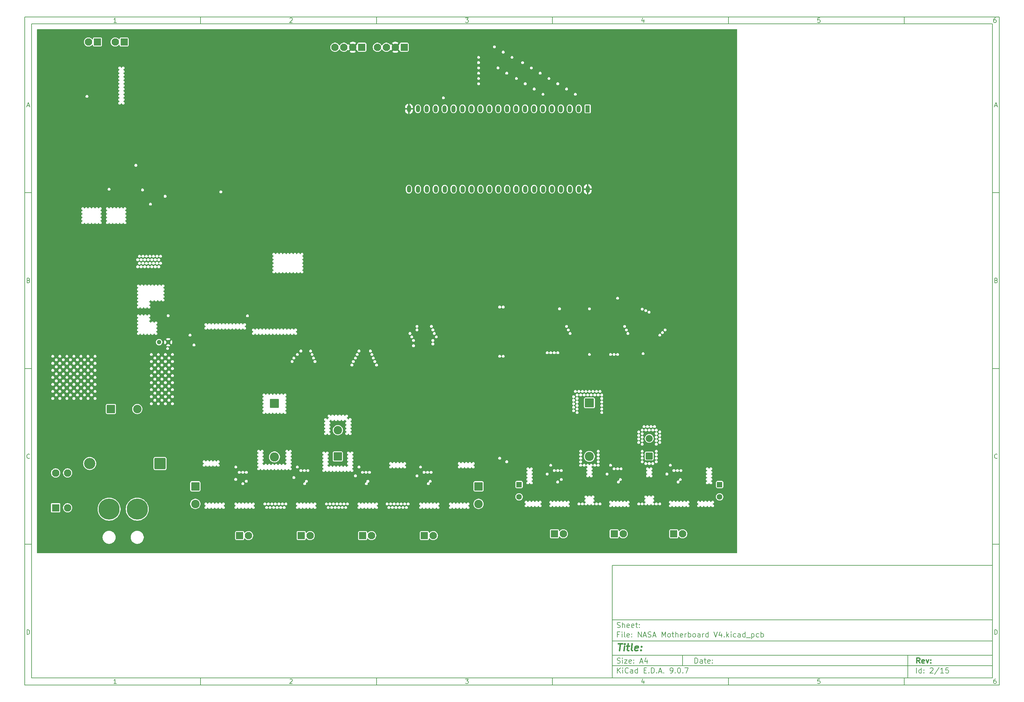
<source format=gbr>
%TF.GenerationSoftware,KiCad,Pcbnew,9.0.7*%
%TF.CreationDate,2026-02-04T11:21:36-05:00*%
%TF.ProjectId,NASA Motherboard V4,4e415341-204d-46f7-9468-6572626f6172,rev?*%
%TF.SameCoordinates,Original*%
%TF.FileFunction,Copper,L2,Inr*%
%TF.FilePolarity,Positive*%
%FSLAX46Y46*%
G04 Gerber Fmt 4.6, Leading zero omitted, Abs format (unit mm)*
G04 Created by KiCad (PCBNEW 9.0.7) date 2026-02-04 11:21:36*
%MOMM*%
%LPD*%
G01*
G04 APERTURE LIST*
G04 Aperture macros list*
%AMRoundRect*
0 Rectangle with rounded corners*
0 $1 Rounding radius*
0 $2 $3 $4 $5 $6 $7 $8 $9 X,Y pos of 4 corners*
0 Add a 4 corners polygon primitive as box body*
4,1,4,$2,$3,$4,$5,$6,$7,$8,$9,$2,$3,0*
0 Add four circle primitives for the rounded corners*
1,1,$1+$1,$2,$3*
1,1,$1+$1,$4,$5*
1,1,$1+$1,$6,$7*
1,1,$1+$1,$8,$9*
0 Add four rect primitives between the rounded corners*
20,1,$1+$1,$2,$3,$4,$5,0*
20,1,$1+$1,$4,$5,$6,$7,0*
20,1,$1+$1,$6,$7,$8,$9,0*
20,1,$1+$1,$8,$9,$2,$3,0*%
G04 Aperture macros list end*
%ADD10C,0.100000*%
%ADD11C,0.150000*%
%ADD12C,0.300000*%
%ADD13C,0.400000*%
%TA.AperFunction,ComponentPad*%
%ADD14RoundRect,0.250001X0.949999X-0.949999X0.949999X0.949999X-0.949999X0.949999X-0.949999X-0.949999X0*%
%TD*%
%TA.AperFunction,ComponentPad*%
%ADD15C,2.400000*%
%TD*%
%TA.AperFunction,ComponentPad*%
%ADD16RoundRect,0.250000X-1.050000X1.050000X-1.050000X-1.050000X1.050000X-1.050000X1.050000X1.050000X0*%
%TD*%
%TA.AperFunction,ComponentPad*%
%ADD17C,2.600000*%
%TD*%
%TA.AperFunction,ComponentPad*%
%ADD18R,2.108200X2.108200*%
%TD*%
%TA.AperFunction,ComponentPad*%
%ADD19C,2.108200*%
%TD*%
%TA.AperFunction,ComponentPad*%
%ADD20RoundRect,0.250000X1.350000X1.350000X-1.350000X1.350000X-1.350000X-1.350000X1.350000X-1.350000X0*%
%TD*%
%TA.AperFunction,ComponentPad*%
%ADD21C,3.200000*%
%TD*%
%TA.AperFunction,ComponentPad*%
%ADD22RoundRect,0.250001X0.799999X0.799999X-0.799999X0.799999X-0.799999X-0.799999X0.799999X-0.799999X0*%
%TD*%
%TA.AperFunction,ComponentPad*%
%ADD23C,2.100000*%
%TD*%
%TA.AperFunction,ComponentPad*%
%ADD24RoundRect,0.250000X-0.550000X0.550000X-0.550000X-0.550000X0.550000X-0.550000X0.550000X0.550000X0*%
%TD*%
%TA.AperFunction,ComponentPad*%
%ADD25C,1.600000*%
%TD*%
%TA.AperFunction,ComponentPad*%
%ADD26RoundRect,0.250001X-0.799999X-0.799999X0.799999X-0.799999X0.799999X0.799999X-0.799999X0.799999X0*%
%TD*%
%TA.AperFunction,ComponentPad*%
%ADD27RoundRect,0.250001X-0.949999X0.949999X-0.949999X-0.949999X0.949999X-0.949999X0.949999X0.949999X0*%
%TD*%
%TA.AperFunction,ComponentPad*%
%ADD28RoundRect,0.250001X-0.949999X-0.949999X0.949999X-0.949999X0.949999X0.949999X-0.949999X0.949999X0*%
%TD*%
%TA.AperFunction,ComponentPad*%
%ADD29R,1.200000X2.000000*%
%TD*%
%TA.AperFunction,ComponentPad*%
%ADD30O,1.200000X2.000000*%
%TD*%
%TA.AperFunction,ComponentPad*%
%ADD31C,1.300000*%
%TD*%
%TA.AperFunction,ComponentPad*%
%ADD32RoundRect,0.250000X0.750000X-0.750000X0.750000X0.750000X-0.750000X0.750000X-0.750000X-0.750000X0*%
%TD*%
%TA.AperFunction,ComponentPad*%
%ADD33C,2.000000*%
%TD*%
%TA.AperFunction,ComponentPad*%
%ADD34C,6.000000*%
%TD*%
%TA.AperFunction,ViaPad*%
%ADD35C,0.600000*%
%TD*%
G04 APERTURE END LIST*
D10*
D11*
X177002200Y-166007200D02*
X285002200Y-166007200D01*
X285002200Y-198007200D01*
X177002200Y-198007200D01*
X177002200Y-166007200D01*
D10*
D11*
X10000000Y-10000000D02*
X287002200Y-10000000D01*
X287002200Y-200007200D01*
X10000000Y-200007200D01*
X10000000Y-10000000D01*
D10*
D11*
X12000000Y-12000000D02*
X285002200Y-12000000D01*
X285002200Y-198007200D01*
X12000000Y-198007200D01*
X12000000Y-12000000D01*
D10*
D11*
X60000000Y-12000000D02*
X60000000Y-10000000D01*
D10*
D11*
X110000000Y-12000000D02*
X110000000Y-10000000D01*
D10*
D11*
X160000000Y-12000000D02*
X160000000Y-10000000D01*
D10*
D11*
X210000000Y-12000000D02*
X210000000Y-10000000D01*
D10*
D11*
X260000000Y-12000000D02*
X260000000Y-10000000D01*
D10*
D11*
X36089160Y-11593604D02*
X35346303Y-11593604D01*
X35717731Y-11593604D02*
X35717731Y-10293604D01*
X35717731Y-10293604D02*
X35593922Y-10479319D01*
X35593922Y-10479319D02*
X35470112Y-10603128D01*
X35470112Y-10603128D02*
X35346303Y-10665033D01*
D10*
D11*
X85346303Y-10417414D02*
X85408207Y-10355509D01*
X85408207Y-10355509D02*
X85532017Y-10293604D01*
X85532017Y-10293604D02*
X85841541Y-10293604D01*
X85841541Y-10293604D02*
X85965350Y-10355509D01*
X85965350Y-10355509D02*
X86027255Y-10417414D01*
X86027255Y-10417414D02*
X86089160Y-10541223D01*
X86089160Y-10541223D02*
X86089160Y-10665033D01*
X86089160Y-10665033D02*
X86027255Y-10850747D01*
X86027255Y-10850747D02*
X85284398Y-11593604D01*
X85284398Y-11593604D02*
X86089160Y-11593604D01*
D10*
D11*
X135284398Y-10293604D02*
X136089160Y-10293604D01*
X136089160Y-10293604D02*
X135655826Y-10788842D01*
X135655826Y-10788842D02*
X135841541Y-10788842D01*
X135841541Y-10788842D02*
X135965350Y-10850747D01*
X135965350Y-10850747D02*
X136027255Y-10912652D01*
X136027255Y-10912652D02*
X136089160Y-11036461D01*
X136089160Y-11036461D02*
X136089160Y-11345985D01*
X136089160Y-11345985D02*
X136027255Y-11469795D01*
X136027255Y-11469795D02*
X135965350Y-11531700D01*
X135965350Y-11531700D02*
X135841541Y-11593604D01*
X135841541Y-11593604D02*
X135470112Y-11593604D01*
X135470112Y-11593604D02*
X135346303Y-11531700D01*
X135346303Y-11531700D02*
X135284398Y-11469795D01*
D10*
D11*
X185965350Y-10726938D02*
X185965350Y-11593604D01*
X185655826Y-10231700D02*
X185346303Y-11160271D01*
X185346303Y-11160271D02*
X186151064Y-11160271D01*
D10*
D11*
X236027255Y-10293604D02*
X235408207Y-10293604D01*
X235408207Y-10293604D02*
X235346303Y-10912652D01*
X235346303Y-10912652D02*
X235408207Y-10850747D01*
X235408207Y-10850747D02*
X235532017Y-10788842D01*
X235532017Y-10788842D02*
X235841541Y-10788842D01*
X235841541Y-10788842D02*
X235965350Y-10850747D01*
X235965350Y-10850747D02*
X236027255Y-10912652D01*
X236027255Y-10912652D02*
X236089160Y-11036461D01*
X236089160Y-11036461D02*
X236089160Y-11345985D01*
X236089160Y-11345985D02*
X236027255Y-11469795D01*
X236027255Y-11469795D02*
X235965350Y-11531700D01*
X235965350Y-11531700D02*
X235841541Y-11593604D01*
X235841541Y-11593604D02*
X235532017Y-11593604D01*
X235532017Y-11593604D02*
X235408207Y-11531700D01*
X235408207Y-11531700D02*
X235346303Y-11469795D01*
D10*
D11*
X285965350Y-10293604D02*
X285717731Y-10293604D01*
X285717731Y-10293604D02*
X285593922Y-10355509D01*
X285593922Y-10355509D02*
X285532017Y-10417414D01*
X285532017Y-10417414D02*
X285408207Y-10603128D01*
X285408207Y-10603128D02*
X285346303Y-10850747D01*
X285346303Y-10850747D02*
X285346303Y-11345985D01*
X285346303Y-11345985D02*
X285408207Y-11469795D01*
X285408207Y-11469795D02*
X285470112Y-11531700D01*
X285470112Y-11531700D02*
X285593922Y-11593604D01*
X285593922Y-11593604D02*
X285841541Y-11593604D01*
X285841541Y-11593604D02*
X285965350Y-11531700D01*
X285965350Y-11531700D02*
X286027255Y-11469795D01*
X286027255Y-11469795D02*
X286089160Y-11345985D01*
X286089160Y-11345985D02*
X286089160Y-11036461D01*
X286089160Y-11036461D02*
X286027255Y-10912652D01*
X286027255Y-10912652D02*
X285965350Y-10850747D01*
X285965350Y-10850747D02*
X285841541Y-10788842D01*
X285841541Y-10788842D02*
X285593922Y-10788842D01*
X285593922Y-10788842D02*
X285470112Y-10850747D01*
X285470112Y-10850747D02*
X285408207Y-10912652D01*
X285408207Y-10912652D02*
X285346303Y-11036461D01*
D10*
D11*
X60000000Y-198007200D02*
X60000000Y-200007200D01*
D10*
D11*
X110000000Y-198007200D02*
X110000000Y-200007200D01*
D10*
D11*
X160000000Y-198007200D02*
X160000000Y-200007200D01*
D10*
D11*
X210000000Y-198007200D02*
X210000000Y-200007200D01*
D10*
D11*
X260000000Y-198007200D02*
X260000000Y-200007200D01*
D10*
D11*
X36089160Y-199600804D02*
X35346303Y-199600804D01*
X35717731Y-199600804D02*
X35717731Y-198300804D01*
X35717731Y-198300804D02*
X35593922Y-198486519D01*
X35593922Y-198486519D02*
X35470112Y-198610328D01*
X35470112Y-198610328D02*
X35346303Y-198672233D01*
D10*
D11*
X85346303Y-198424614D02*
X85408207Y-198362709D01*
X85408207Y-198362709D02*
X85532017Y-198300804D01*
X85532017Y-198300804D02*
X85841541Y-198300804D01*
X85841541Y-198300804D02*
X85965350Y-198362709D01*
X85965350Y-198362709D02*
X86027255Y-198424614D01*
X86027255Y-198424614D02*
X86089160Y-198548423D01*
X86089160Y-198548423D02*
X86089160Y-198672233D01*
X86089160Y-198672233D02*
X86027255Y-198857947D01*
X86027255Y-198857947D02*
X85284398Y-199600804D01*
X85284398Y-199600804D02*
X86089160Y-199600804D01*
D10*
D11*
X135284398Y-198300804D02*
X136089160Y-198300804D01*
X136089160Y-198300804D02*
X135655826Y-198796042D01*
X135655826Y-198796042D02*
X135841541Y-198796042D01*
X135841541Y-198796042D02*
X135965350Y-198857947D01*
X135965350Y-198857947D02*
X136027255Y-198919852D01*
X136027255Y-198919852D02*
X136089160Y-199043661D01*
X136089160Y-199043661D02*
X136089160Y-199353185D01*
X136089160Y-199353185D02*
X136027255Y-199476995D01*
X136027255Y-199476995D02*
X135965350Y-199538900D01*
X135965350Y-199538900D02*
X135841541Y-199600804D01*
X135841541Y-199600804D02*
X135470112Y-199600804D01*
X135470112Y-199600804D02*
X135346303Y-199538900D01*
X135346303Y-199538900D02*
X135284398Y-199476995D01*
D10*
D11*
X185965350Y-198734138D02*
X185965350Y-199600804D01*
X185655826Y-198238900D02*
X185346303Y-199167471D01*
X185346303Y-199167471D02*
X186151064Y-199167471D01*
D10*
D11*
X236027255Y-198300804D02*
X235408207Y-198300804D01*
X235408207Y-198300804D02*
X235346303Y-198919852D01*
X235346303Y-198919852D02*
X235408207Y-198857947D01*
X235408207Y-198857947D02*
X235532017Y-198796042D01*
X235532017Y-198796042D02*
X235841541Y-198796042D01*
X235841541Y-198796042D02*
X235965350Y-198857947D01*
X235965350Y-198857947D02*
X236027255Y-198919852D01*
X236027255Y-198919852D02*
X236089160Y-199043661D01*
X236089160Y-199043661D02*
X236089160Y-199353185D01*
X236089160Y-199353185D02*
X236027255Y-199476995D01*
X236027255Y-199476995D02*
X235965350Y-199538900D01*
X235965350Y-199538900D02*
X235841541Y-199600804D01*
X235841541Y-199600804D02*
X235532017Y-199600804D01*
X235532017Y-199600804D02*
X235408207Y-199538900D01*
X235408207Y-199538900D02*
X235346303Y-199476995D01*
D10*
D11*
X285965350Y-198300804D02*
X285717731Y-198300804D01*
X285717731Y-198300804D02*
X285593922Y-198362709D01*
X285593922Y-198362709D02*
X285532017Y-198424614D01*
X285532017Y-198424614D02*
X285408207Y-198610328D01*
X285408207Y-198610328D02*
X285346303Y-198857947D01*
X285346303Y-198857947D02*
X285346303Y-199353185D01*
X285346303Y-199353185D02*
X285408207Y-199476995D01*
X285408207Y-199476995D02*
X285470112Y-199538900D01*
X285470112Y-199538900D02*
X285593922Y-199600804D01*
X285593922Y-199600804D02*
X285841541Y-199600804D01*
X285841541Y-199600804D02*
X285965350Y-199538900D01*
X285965350Y-199538900D02*
X286027255Y-199476995D01*
X286027255Y-199476995D02*
X286089160Y-199353185D01*
X286089160Y-199353185D02*
X286089160Y-199043661D01*
X286089160Y-199043661D02*
X286027255Y-198919852D01*
X286027255Y-198919852D02*
X285965350Y-198857947D01*
X285965350Y-198857947D02*
X285841541Y-198796042D01*
X285841541Y-198796042D02*
X285593922Y-198796042D01*
X285593922Y-198796042D02*
X285470112Y-198857947D01*
X285470112Y-198857947D02*
X285408207Y-198919852D01*
X285408207Y-198919852D02*
X285346303Y-199043661D01*
D10*
D11*
X10000000Y-60000000D02*
X12000000Y-60000000D01*
D10*
D11*
X10000000Y-110000000D02*
X12000000Y-110000000D01*
D10*
D11*
X10000000Y-160000000D02*
X12000000Y-160000000D01*
D10*
D11*
X10690476Y-35222176D02*
X11309523Y-35222176D01*
X10566666Y-35593604D02*
X10999999Y-34293604D01*
X10999999Y-34293604D02*
X11433333Y-35593604D01*
D10*
D11*
X11092857Y-84912652D02*
X11278571Y-84974557D01*
X11278571Y-84974557D02*
X11340476Y-85036461D01*
X11340476Y-85036461D02*
X11402380Y-85160271D01*
X11402380Y-85160271D02*
X11402380Y-85345985D01*
X11402380Y-85345985D02*
X11340476Y-85469795D01*
X11340476Y-85469795D02*
X11278571Y-85531700D01*
X11278571Y-85531700D02*
X11154761Y-85593604D01*
X11154761Y-85593604D02*
X10659523Y-85593604D01*
X10659523Y-85593604D02*
X10659523Y-84293604D01*
X10659523Y-84293604D02*
X11092857Y-84293604D01*
X11092857Y-84293604D02*
X11216666Y-84355509D01*
X11216666Y-84355509D02*
X11278571Y-84417414D01*
X11278571Y-84417414D02*
X11340476Y-84541223D01*
X11340476Y-84541223D02*
X11340476Y-84665033D01*
X11340476Y-84665033D02*
X11278571Y-84788842D01*
X11278571Y-84788842D02*
X11216666Y-84850747D01*
X11216666Y-84850747D02*
X11092857Y-84912652D01*
X11092857Y-84912652D02*
X10659523Y-84912652D01*
D10*
D11*
X11402380Y-135469795D02*
X11340476Y-135531700D01*
X11340476Y-135531700D02*
X11154761Y-135593604D01*
X11154761Y-135593604D02*
X11030952Y-135593604D01*
X11030952Y-135593604D02*
X10845238Y-135531700D01*
X10845238Y-135531700D02*
X10721428Y-135407890D01*
X10721428Y-135407890D02*
X10659523Y-135284080D01*
X10659523Y-135284080D02*
X10597619Y-135036461D01*
X10597619Y-135036461D02*
X10597619Y-134850747D01*
X10597619Y-134850747D02*
X10659523Y-134603128D01*
X10659523Y-134603128D02*
X10721428Y-134479319D01*
X10721428Y-134479319D02*
X10845238Y-134355509D01*
X10845238Y-134355509D02*
X11030952Y-134293604D01*
X11030952Y-134293604D02*
X11154761Y-134293604D01*
X11154761Y-134293604D02*
X11340476Y-134355509D01*
X11340476Y-134355509D02*
X11402380Y-134417414D01*
D10*
D11*
X10659523Y-185593604D02*
X10659523Y-184293604D01*
X10659523Y-184293604D02*
X10969047Y-184293604D01*
X10969047Y-184293604D02*
X11154761Y-184355509D01*
X11154761Y-184355509D02*
X11278571Y-184479319D01*
X11278571Y-184479319D02*
X11340476Y-184603128D01*
X11340476Y-184603128D02*
X11402380Y-184850747D01*
X11402380Y-184850747D02*
X11402380Y-185036461D01*
X11402380Y-185036461D02*
X11340476Y-185284080D01*
X11340476Y-185284080D02*
X11278571Y-185407890D01*
X11278571Y-185407890D02*
X11154761Y-185531700D01*
X11154761Y-185531700D02*
X10969047Y-185593604D01*
X10969047Y-185593604D02*
X10659523Y-185593604D01*
D10*
D11*
X287002200Y-60000000D02*
X285002200Y-60000000D01*
D10*
D11*
X287002200Y-110000000D02*
X285002200Y-110000000D01*
D10*
D11*
X287002200Y-160000000D02*
X285002200Y-160000000D01*
D10*
D11*
X285692676Y-35222176D02*
X286311723Y-35222176D01*
X285568866Y-35593604D02*
X286002199Y-34293604D01*
X286002199Y-34293604D02*
X286435533Y-35593604D01*
D10*
D11*
X286095057Y-84912652D02*
X286280771Y-84974557D01*
X286280771Y-84974557D02*
X286342676Y-85036461D01*
X286342676Y-85036461D02*
X286404580Y-85160271D01*
X286404580Y-85160271D02*
X286404580Y-85345985D01*
X286404580Y-85345985D02*
X286342676Y-85469795D01*
X286342676Y-85469795D02*
X286280771Y-85531700D01*
X286280771Y-85531700D02*
X286156961Y-85593604D01*
X286156961Y-85593604D02*
X285661723Y-85593604D01*
X285661723Y-85593604D02*
X285661723Y-84293604D01*
X285661723Y-84293604D02*
X286095057Y-84293604D01*
X286095057Y-84293604D02*
X286218866Y-84355509D01*
X286218866Y-84355509D02*
X286280771Y-84417414D01*
X286280771Y-84417414D02*
X286342676Y-84541223D01*
X286342676Y-84541223D02*
X286342676Y-84665033D01*
X286342676Y-84665033D02*
X286280771Y-84788842D01*
X286280771Y-84788842D02*
X286218866Y-84850747D01*
X286218866Y-84850747D02*
X286095057Y-84912652D01*
X286095057Y-84912652D02*
X285661723Y-84912652D01*
D10*
D11*
X286404580Y-135469795D02*
X286342676Y-135531700D01*
X286342676Y-135531700D02*
X286156961Y-135593604D01*
X286156961Y-135593604D02*
X286033152Y-135593604D01*
X286033152Y-135593604D02*
X285847438Y-135531700D01*
X285847438Y-135531700D02*
X285723628Y-135407890D01*
X285723628Y-135407890D02*
X285661723Y-135284080D01*
X285661723Y-135284080D02*
X285599819Y-135036461D01*
X285599819Y-135036461D02*
X285599819Y-134850747D01*
X285599819Y-134850747D02*
X285661723Y-134603128D01*
X285661723Y-134603128D02*
X285723628Y-134479319D01*
X285723628Y-134479319D02*
X285847438Y-134355509D01*
X285847438Y-134355509D02*
X286033152Y-134293604D01*
X286033152Y-134293604D02*
X286156961Y-134293604D01*
X286156961Y-134293604D02*
X286342676Y-134355509D01*
X286342676Y-134355509D02*
X286404580Y-134417414D01*
D10*
D11*
X285661723Y-185593604D02*
X285661723Y-184293604D01*
X285661723Y-184293604D02*
X285971247Y-184293604D01*
X285971247Y-184293604D02*
X286156961Y-184355509D01*
X286156961Y-184355509D02*
X286280771Y-184479319D01*
X286280771Y-184479319D02*
X286342676Y-184603128D01*
X286342676Y-184603128D02*
X286404580Y-184850747D01*
X286404580Y-184850747D02*
X286404580Y-185036461D01*
X286404580Y-185036461D02*
X286342676Y-185284080D01*
X286342676Y-185284080D02*
X286280771Y-185407890D01*
X286280771Y-185407890D02*
X286156961Y-185531700D01*
X286156961Y-185531700D02*
X285971247Y-185593604D01*
X285971247Y-185593604D02*
X285661723Y-185593604D01*
D10*
D11*
X200458026Y-193793328D02*
X200458026Y-192293328D01*
X200458026Y-192293328D02*
X200815169Y-192293328D01*
X200815169Y-192293328D02*
X201029455Y-192364757D01*
X201029455Y-192364757D02*
X201172312Y-192507614D01*
X201172312Y-192507614D02*
X201243741Y-192650471D01*
X201243741Y-192650471D02*
X201315169Y-192936185D01*
X201315169Y-192936185D02*
X201315169Y-193150471D01*
X201315169Y-193150471D02*
X201243741Y-193436185D01*
X201243741Y-193436185D02*
X201172312Y-193579042D01*
X201172312Y-193579042D02*
X201029455Y-193721900D01*
X201029455Y-193721900D02*
X200815169Y-193793328D01*
X200815169Y-193793328D02*
X200458026Y-193793328D01*
X202600884Y-193793328D02*
X202600884Y-193007614D01*
X202600884Y-193007614D02*
X202529455Y-192864757D01*
X202529455Y-192864757D02*
X202386598Y-192793328D01*
X202386598Y-192793328D02*
X202100884Y-192793328D01*
X202100884Y-192793328D02*
X201958026Y-192864757D01*
X202600884Y-193721900D02*
X202458026Y-193793328D01*
X202458026Y-193793328D02*
X202100884Y-193793328D01*
X202100884Y-193793328D02*
X201958026Y-193721900D01*
X201958026Y-193721900D02*
X201886598Y-193579042D01*
X201886598Y-193579042D02*
X201886598Y-193436185D01*
X201886598Y-193436185D02*
X201958026Y-193293328D01*
X201958026Y-193293328D02*
X202100884Y-193221900D01*
X202100884Y-193221900D02*
X202458026Y-193221900D01*
X202458026Y-193221900D02*
X202600884Y-193150471D01*
X203100884Y-192793328D02*
X203672312Y-192793328D01*
X203315169Y-192293328D02*
X203315169Y-193579042D01*
X203315169Y-193579042D02*
X203386598Y-193721900D01*
X203386598Y-193721900D02*
X203529455Y-193793328D01*
X203529455Y-193793328D02*
X203672312Y-193793328D01*
X204743741Y-193721900D02*
X204600884Y-193793328D01*
X204600884Y-193793328D02*
X204315170Y-193793328D01*
X204315170Y-193793328D02*
X204172312Y-193721900D01*
X204172312Y-193721900D02*
X204100884Y-193579042D01*
X204100884Y-193579042D02*
X204100884Y-193007614D01*
X204100884Y-193007614D02*
X204172312Y-192864757D01*
X204172312Y-192864757D02*
X204315170Y-192793328D01*
X204315170Y-192793328D02*
X204600884Y-192793328D01*
X204600884Y-192793328D02*
X204743741Y-192864757D01*
X204743741Y-192864757D02*
X204815170Y-193007614D01*
X204815170Y-193007614D02*
X204815170Y-193150471D01*
X204815170Y-193150471D02*
X204100884Y-193293328D01*
X205458026Y-193650471D02*
X205529455Y-193721900D01*
X205529455Y-193721900D02*
X205458026Y-193793328D01*
X205458026Y-193793328D02*
X205386598Y-193721900D01*
X205386598Y-193721900D02*
X205458026Y-193650471D01*
X205458026Y-193650471D02*
X205458026Y-193793328D01*
X205458026Y-192864757D02*
X205529455Y-192936185D01*
X205529455Y-192936185D02*
X205458026Y-193007614D01*
X205458026Y-193007614D02*
X205386598Y-192936185D01*
X205386598Y-192936185D02*
X205458026Y-192864757D01*
X205458026Y-192864757D02*
X205458026Y-193007614D01*
D10*
D11*
X177002200Y-194507200D02*
X285002200Y-194507200D01*
D10*
D11*
X178458026Y-196593328D02*
X178458026Y-195093328D01*
X179315169Y-196593328D02*
X178672312Y-195736185D01*
X179315169Y-195093328D02*
X178458026Y-195950471D01*
X179958026Y-196593328D02*
X179958026Y-195593328D01*
X179958026Y-195093328D02*
X179886598Y-195164757D01*
X179886598Y-195164757D02*
X179958026Y-195236185D01*
X179958026Y-195236185D02*
X180029455Y-195164757D01*
X180029455Y-195164757D02*
X179958026Y-195093328D01*
X179958026Y-195093328D02*
X179958026Y-195236185D01*
X181529455Y-196450471D02*
X181458027Y-196521900D01*
X181458027Y-196521900D02*
X181243741Y-196593328D01*
X181243741Y-196593328D02*
X181100884Y-196593328D01*
X181100884Y-196593328D02*
X180886598Y-196521900D01*
X180886598Y-196521900D02*
X180743741Y-196379042D01*
X180743741Y-196379042D02*
X180672312Y-196236185D01*
X180672312Y-196236185D02*
X180600884Y-195950471D01*
X180600884Y-195950471D02*
X180600884Y-195736185D01*
X180600884Y-195736185D02*
X180672312Y-195450471D01*
X180672312Y-195450471D02*
X180743741Y-195307614D01*
X180743741Y-195307614D02*
X180886598Y-195164757D01*
X180886598Y-195164757D02*
X181100884Y-195093328D01*
X181100884Y-195093328D02*
X181243741Y-195093328D01*
X181243741Y-195093328D02*
X181458027Y-195164757D01*
X181458027Y-195164757D02*
X181529455Y-195236185D01*
X182815170Y-196593328D02*
X182815170Y-195807614D01*
X182815170Y-195807614D02*
X182743741Y-195664757D01*
X182743741Y-195664757D02*
X182600884Y-195593328D01*
X182600884Y-195593328D02*
X182315170Y-195593328D01*
X182315170Y-195593328D02*
X182172312Y-195664757D01*
X182815170Y-196521900D02*
X182672312Y-196593328D01*
X182672312Y-196593328D02*
X182315170Y-196593328D01*
X182315170Y-196593328D02*
X182172312Y-196521900D01*
X182172312Y-196521900D02*
X182100884Y-196379042D01*
X182100884Y-196379042D02*
X182100884Y-196236185D01*
X182100884Y-196236185D02*
X182172312Y-196093328D01*
X182172312Y-196093328D02*
X182315170Y-196021900D01*
X182315170Y-196021900D02*
X182672312Y-196021900D01*
X182672312Y-196021900D02*
X182815170Y-195950471D01*
X184172313Y-196593328D02*
X184172313Y-195093328D01*
X184172313Y-196521900D02*
X184029455Y-196593328D01*
X184029455Y-196593328D02*
X183743741Y-196593328D01*
X183743741Y-196593328D02*
X183600884Y-196521900D01*
X183600884Y-196521900D02*
X183529455Y-196450471D01*
X183529455Y-196450471D02*
X183458027Y-196307614D01*
X183458027Y-196307614D02*
X183458027Y-195879042D01*
X183458027Y-195879042D02*
X183529455Y-195736185D01*
X183529455Y-195736185D02*
X183600884Y-195664757D01*
X183600884Y-195664757D02*
X183743741Y-195593328D01*
X183743741Y-195593328D02*
X184029455Y-195593328D01*
X184029455Y-195593328D02*
X184172313Y-195664757D01*
X186029455Y-195807614D02*
X186529455Y-195807614D01*
X186743741Y-196593328D02*
X186029455Y-196593328D01*
X186029455Y-196593328D02*
X186029455Y-195093328D01*
X186029455Y-195093328D02*
X186743741Y-195093328D01*
X187386598Y-196450471D02*
X187458027Y-196521900D01*
X187458027Y-196521900D02*
X187386598Y-196593328D01*
X187386598Y-196593328D02*
X187315170Y-196521900D01*
X187315170Y-196521900D02*
X187386598Y-196450471D01*
X187386598Y-196450471D02*
X187386598Y-196593328D01*
X188100884Y-196593328D02*
X188100884Y-195093328D01*
X188100884Y-195093328D02*
X188458027Y-195093328D01*
X188458027Y-195093328D02*
X188672313Y-195164757D01*
X188672313Y-195164757D02*
X188815170Y-195307614D01*
X188815170Y-195307614D02*
X188886599Y-195450471D01*
X188886599Y-195450471D02*
X188958027Y-195736185D01*
X188958027Y-195736185D02*
X188958027Y-195950471D01*
X188958027Y-195950471D02*
X188886599Y-196236185D01*
X188886599Y-196236185D02*
X188815170Y-196379042D01*
X188815170Y-196379042D02*
X188672313Y-196521900D01*
X188672313Y-196521900D02*
X188458027Y-196593328D01*
X188458027Y-196593328D02*
X188100884Y-196593328D01*
X189600884Y-196450471D02*
X189672313Y-196521900D01*
X189672313Y-196521900D02*
X189600884Y-196593328D01*
X189600884Y-196593328D02*
X189529456Y-196521900D01*
X189529456Y-196521900D02*
X189600884Y-196450471D01*
X189600884Y-196450471D02*
X189600884Y-196593328D01*
X190243742Y-196164757D02*
X190958028Y-196164757D01*
X190100885Y-196593328D02*
X190600885Y-195093328D01*
X190600885Y-195093328D02*
X191100885Y-196593328D01*
X191600884Y-196450471D02*
X191672313Y-196521900D01*
X191672313Y-196521900D02*
X191600884Y-196593328D01*
X191600884Y-196593328D02*
X191529456Y-196521900D01*
X191529456Y-196521900D02*
X191600884Y-196450471D01*
X191600884Y-196450471D02*
X191600884Y-196593328D01*
X193529456Y-196593328D02*
X193815170Y-196593328D01*
X193815170Y-196593328D02*
X193958027Y-196521900D01*
X193958027Y-196521900D02*
X194029456Y-196450471D01*
X194029456Y-196450471D02*
X194172313Y-196236185D01*
X194172313Y-196236185D02*
X194243742Y-195950471D01*
X194243742Y-195950471D02*
X194243742Y-195379042D01*
X194243742Y-195379042D02*
X194172313Y-195236185D01*
X194172313Y-195236185D02*
X194100885Y-195164757D01*
X194100885Y-195164757D02*
X193958027Y-195093328D01*
X193958027Y-195093328D02*
X193672313Y-195093328D01*
X193672313Y-195093328D02*
X193529456Y-195164757D01*
X193529456Y-195164757D02*
X193458027Y-195236185D01*
X193458027Y-195236185D02*
X193386599Y-195379042D01*
X193386599Y-195379042D02*
X193386599Y-195736185D01*
X193386599Y-195736185D02*
X193458027Y-195879042D01*
X193458027Y-195879042D02*
X193529456Y-195950471D01*
X193529456Y-195950471D02*
X193672313Y-196021900D01*
X193672313Y-196021900D02*
X193958027Y-196021900D01*
X193958027Y-196021900D02*
X194100885Y-195950471D01*
X194100885Y-195950471D02*
X194172313Y-195879042D01*
X194172313Y-195879042D02*
X194243742Y-195736185D01*
X194886598Y-196450471D02*
X194958027Y-196521900D01*
X194958027Y-196521900D02*
X194886598Y-196593328D01*
X194886598Y-196593328D02*
X194815170Y-196521900D01*
X194815170Y-196521900D02*
X194886598Y-196450471D01*
X194886598Y-196450471D02*
X194886598Y-196593328D01*
X195886599Y-195093328D02*
X196029456Y-195093328D01*
X196029456Y-195093328D02*
X196172313Y-195164757D01*
X196172313Y-195164757D02*
X196243742Y-195236185D01*
X196243742Y-195236185D02*
X196315170Y-195379042D01*
X196315170Y-195379042D02*
X196386599Y-195664757D01*
X196386599Y-195664757D02*
X196386599Y-196021900D01*
X196386599Y-196021900D02*
X196315170Y-196307614D01*
X196315170Y-196307614D02*
X196243742Y-196450471D01*
X196243742Y-196450471D02*
X196172313Y-196521900D01*
X196172313Y-196521900D02*
X196029456Y-196593328D01*
X196029456Y-196593328D02*
X195886599Y-196593328D01*
X195886599Y-196593328D02*
X195743742Y-196521900D01*
X195743742Y-196521900D02*
X195672313Y-196450471D01*
X195672313Y-196450471D02*
X195600884Y-196307614D01*
X195600884Y-196307614D02*
X195529456Y-196021900D01*
X195529456Y-196021900D02*
X195529456Y-195664757D01*
X195529456Y-195664757D02*
X195600884Y-195379042D01*
X195600884Y-195379042D02*
X195672313Y-195236185D01*
X195672313Y-195236185D02*
X195743742Y-195164757D01*
X195743742Y-195164757D02*
X195886599Y-195093328D01*
X197029455Y-196450471D02*
X197100884Y-196521900D01*
X197100884Y-196521900D02*
X197029455Y-196593328D01*
X197029455Y-196593328D02*
X196958027Y-196521900D01*
X196958027Y-196521900D02*
X197029455Y-196450471D01*
X197029455Y-196450471D02*
X197029455Y-196593328D01*
X197600884Y-195093328D02*
X198600884Y-195093328D01*
X198600884Y-195093328D02*
X197958027Y-196593328D01*
D10*
D11*
X177002200Y-191507200D02*
X285002200Y-191507200D01*
D10*
D12*
X264413853Y-193785528D02*
X263913853Y-193071242D01*
X263556710Y-193785528D02*
X263556710Y-192285528D01*
X263556710Y-192285528D02*
X264128139Y-192285528D01*
X264128139Y-192285528D02*
X264270996Y-192356957D01*
X264270996Y-192356957D02*
X264342425Y-192428385D01*
X264342425Y-192428385D02*
X264413853Y-192571242D01*
X264413853Y-192571242D02*
X264413853Y-192785528D01*
X264413853Y-192785528D02*
X264342425Y-192928385D01*
X264342425Y-192928385D02*
X264270996Y-192999814D01*
X264270996Y-192999814D02*
X264128139Y-193071242D01*
X264128139Y-193071242D02*
X263556710Y-193071242D01*
X265628139Y-193714100D02*
X265485282Y-193785528D01*
X265485282Y-193785528D02*
X265199568Y-193785528D01*
X265199568Y-193785528D02*
X265056710Y-193714100D01*
X265056710Y-193714100D02*
X264985282Y-193571242D01*
X264985282Y-193571242D02*
X264985282Y-192999814D01*
X264985282Y-192999814D02*
X265056710Y-192856957D01*
X265056710Y-192856957D02*
X265199568Y-192785528D01*
X265199568Y-192785528D02*
X265485282Y-192785528D01*
X265485282Y-192785528D02*
X265628139Y-192856957D01*
X265628139Y-192856957D02*
X265699568Y-192999814D01*
X265699568Y-192999814D02*
X265699568Y-193142671D01*
X265699568Y-193142671D02*
X264985282Y-193285528D01*
X266199567Y-192785528D02*
X266556710Y-193785528D01*
X266556710Y-193785528D02*
X266913853Y-192785528D01*
X267485281Y-193642671D02*
X267556710Y-193714100D01*
X267556710Y-193714100D02*
X267485281Y-193785528D01*
X267485281Y-193785528D02*
X267413853Y-193714100D01*
X267413853Y-193714100D02*
X267485281Y-193642671D01*
X267485281Y-193642671D02*
X267485281Y-193785528D01*
X267485281Y-192856957D02*
X267556710Y-192928385D01*
X267556710Y-192928385D02*
X267485281Y-192999814D01*
X267485281Y-192999814D02*
X267413853Y-192928385D01*
X267413853Y-192928385D02*
X267485281Y-192856957D01*
X267485281Y-192856957D02*
X267485281Y-192999814D01*
D10*
D11*
X178386598Y-193721900D02*
X178600884Y-193793328D01*
X178600884Y-193793328D02*
X178958026Y-193793328D01*
X178958026Y-193793328D02*
X179100884Y-193721900D01*
X179100884Y-193721900D02*
X179172312Y-193650471D01*
X179172312Y-193650471D02*
X179243741Y-193507614D01*
X179243741Y-193507614D02*
X179243741Y-193364757D01*
X179243741Y-193364757D02*
X179172312Y-193221900D01*
X179172312Y-193221900D02*
X179100884Y-193150471D01*
X179100884Y-193150471D02*
X178958026Y-193079042D01*
X178958026Y-193079042D02*
X178672312Y-193007614D01*
X178672312Y-193007614D02*
X178529455Y-192936185D01*
X178529455Y-192936185D02*
X178458026Y-192864757D01*
X178458026Y-192864757D02*
X178386598Y-192721900D01*
X178386598Y-192721900D02*
X178386598Y-192579042D01*
X178386598Y-192579042D02*
X178458026Y-192436185D01*
X178458026Y-192436185D02*
X178529455Y-192364757D01*
X178529455Y-192364757D02*
X178672312Y-192293328D01*
X178672312Y-192293328D02*
X179029455Y-192293328D01*
X179029455Y-192293328D02*
X179243741Y-192364757D01*
X179886597Y-193793328D02*
X179886597Y-192793328D01*
X179886597Y-192293328D02*
X179815169Y-192364757D01*
X179815169Y-192364757D02*
X179886597Y-192436185D01*
X179886597Y-192436185D02*
X179958026Y-192364757D01*
X179958026Y-192364757D02*
X179886597Y-192293328D01*
X179886597Y-192293328D02*
X179886597Y-192436185D01*
X180458026Y-192793328D02*
X181243741Y-192793328D01*
X181243741Y-192793328D02*
X180458026Y-193793328D01*
X180458026Y-193793328D02*
X181243741Y-193793328D01*
X182386598Y-193721900D02*
X182243741Y-193793328D01*
X182243741Y-193793328D02*
X181958027Y-193793328D01*
X181958027Y-193793328D02*
X181815169Y-193721900D01*
X181815169Y-193721900D02*
X181743741Y-193579042D01*
X181743741Y-193579042D02*
X181743741Y-193007614D01*
X181743741Y-193007614D02*
X181815169Y-192864757D01*
X181815169Y-192864757D02*
X181958027Y-192793328D01*
X181958027Y-192793328D02*
X182243741Y-192793328D01*
X182243741Y-192793328D02*
X182386598Y-192864757D01*
X182386598Y-192864757D02*
X182458027Y-193007614D01*
X182458027Y-193007614D02*
X182458027Y-193150471D01*
X182458027Y-193150471D02*
X181743741Y-193293328D01*
X183100883Y-193650471D02*
X183172312Y-193721900D01*
X183172312Y-193721900D02*
X183100883Y-193793328D01*
X183100883Y-193793328D02*
X183029455Y-193721900D01*
X183029455Y-193721900D02*
X183100883Y-193650471D01*
X183100883Y-193650471D02*
X183100883Y-193793328D01*
X183100883Y-192864757D02*
X183172312Y-192936185D01*
X183172312Y-192936185D02*
X183100883Y-193007614D01*
X183100883Y-193007614D02*
X183029455Y-192936185D01*
X183029455Y-192936185D02*
X183100883Y-192864757D01*
X183100883Y-192864757D02*
X183100883Y-193007614D01*
X184886598Y-193364757D02*
X185600884Y-193364757D01*
X184743741Y-193793328D02*
X185243741Y-192293328D01*
X185243741Y-192293328D02*
X185743741Y-193793328D01*
X186886598Y-192793328D02*
X186886598Y-193793328D01*
X186529455Y-192221900D02*
X186172312Y-193293328D01*
X186172312Y-193293328D02*
X187100883Y-193293328D01*
D10*
D11*
X263458026Y-196593328D02*
X263458026Y-195093328D01*
X264815170Y-196593328D02*
X264815170Y-195093328D01*
X264815170Y-196521900D02*
X264672312Y-196593328D01*
X264672312Y-196593328D02*
X264386598Y-196593328D01*
X264386598Y-196593328D02*
X264243741Y-196521900D01*
X264243741Y-196521900D02*
X264172312Y-196450471D01*
X264172312Y-196450471D02*
X264100884Y-196307614D01*
X264100884Y-196307614D02*
X264100884Y-195879042D01*
X264100884Y-195879042D02*
X264172312Y-195736185D01*
X264172312Y-195736185D02*
X264243741Y-195664757D01*
X264243741Y-195664757D02*
X264386598Y-195593328D01*
X264386598Y-195593328D02*
X264672312Y-195593328D01*
X264672312Y-195593328D02*
X264815170Y-195664757D01*
X265529455Y-196450471D02*
X265600884Y-196521900D01*
X265600884Y-196521900D02*
X265529455Y-196593328D01*
X265529455Y-196593328D02*
X265458027Y-196521900D01*
X265458027Y-196521900D02*
X265529455Y-196450471D01*
X265529455Y-196450471D02*
X265529455Y-196593328D01*
X265529455Y-195664757D02*
X265600884Y-195736185D01*
X265600884Y-195736185D02*
X265529455Y-195807614D01*
X265529455Y-195807614D02*
X265458027Y-195736185D01*
X265458027Y-195736185D02*
X265529455Y-195664757D01*
X265529455Y-195664757D02*
X265529455Y-195807614D01*
X267315170Y-195236185D02*
X267386598Y-195164757D01*
X267386598Y-195164757D02*
X267529456Y-195093328D01*
X267529456Y-195093328D02*
X267886598Y-195093328D01*
X267886598Y-195093328D02*
X268029456Y-195164757D01*
X268029456Y-195164757D02*
X268100884Y-195236185D01*
X268100884Y-195236185D02*
X268172313Y-195379042D01*
X268172313Y-195379042D02*
X268172313Y-195521900D01*
X268172313Y-195521900D02*
X268100884Y-195736185D01*
X268100884Y-195736185D02*
X267243741Y-196593328D01*
X267243741Y-196593328D02*
X268172313Y-196593328D01*
X269886598Y-195021900D02*
X268600884Y-196950471D01*
X271172313Y-196593328D02*
X270315170Y-196593328D01*
X270743741Y-196593328D02*
X270743741Y-195093328D01*
X270743741Y-195093328D02*
X270600884Y-195307614D01*
X270600884Y-195307614D02*
X270458027Y-195450471D01*
X270458027Y-195450471D02*
X270315170Y-195521900D01*
X272529455Y-195093328D02*
X271815169Y-195093328D01*
X271815169Y-195093328D02*
X271743741Y-195807614D01*
X271743741Y-195807614D02*
X271815169Y-195736185D01*
X271815169Y-195736185D02*
X271958027Y-195664757D01*
X271958027Y-195664757D02*
X272315169Y-195664757D01*
X272315169Y-195664757D02*
X272458027Y-195736185D01*
X272458027Y-195736185D02*
X272529455Y-195807614D01*
X272529455Y-195807614D02*
X272600884Y-195950471D01*
X272600884Y-195950471D02*
X272600884Y-196307614D01*
X272600884Y-196307614D02*
X272529455Y-196450471D01*
X272529455Y-196450471D02*
X272458027Y-196521900D01*
X272458027Y-196521900D02*
X272315169Y-196593328D01*
X272315169Y-196593328D02*
X271958027Y-196593328D01*
X271958027Y-196593328D02*
X271815169Y-196521900D01*
X271815169Y-196521900D02*
X271743741Y-196450471D01*
D10*
D11*
X177002200Y-187507200D02*
X285002200Y-187507200D01*
D10*
D13*
X178693928Y-188211638D02*
X179836785Y-188211638D01*
X179015357Y-190211638D02*
X179265357Y-188211638D01*
X180253452Y-190211638D02*
X180420119Y-188878304D01*
X180503452Y-188211638D02*
X180396309Y-188306876D01*
X180396309Y-188306876D02*
X180479643Y-188402114D01*
X180479643Y-188402114D02*
X180586786Y-188306876D01*
X180586786Y-188306876D02*
X180503452Y-188211638D01*
X180503452Y-188211638D02*
X180479643Y-188402114D01*
X181086786Y-188878304D02*
X181848690Y-188878304D01*
X181455833Y-188211638D02*
X181241548Y-189925923D01*
X181241548Y-189925923D02*
X181312976Y-190116400D01*
X181312976Y-190116400D02*
X181491548Y-190211638D01*
X181491548Y-190211638D02*
X181682024Y-190211638D01*
X182634405Y-190211638D02*
X182455833Y-190116400D01*
X182455833Y-190116400D02*
X182384405Y-189925923D01*
X182384405Y-189925923D02*
X182598690Y-188211638D01*
X184170119Y-190116400D02*
X183967738Y-190211638D01*
X183967738Y-190211638D02*
X183586785Y-190211638D01*
X183586785Y-190211638D02*
X183408214Y-190116400D01*
X183408214Y-190116400D02*
X183336785Y-189925923D01*
X183336785Y-189925923D02*
X183432024Y-189164019D01*
X183432024Y-189164019D02*
X183551071Y-188973542D01*
X183551071Y-188973542D02*
X183753452Y-188878304D01*
X183753452Y-188878304D02*
X184134404Y-188878304D01*
X184134404Y-188878304D02*
X184312976Y-188973542D01*
X184312976Y-188973542D02*
X184384404Y-189164019D01*
X184384404Y-189164019D02*
X184360595Y-189354495D01*
X184360595Y-189354495D02*
X183384404Y-189544971D01*
X185134405Y-190021161D02*
X185217738Y-190116400D01*
X185217738Y-190116400D02*
X185110595Y-190211638D01*
X185110595Y-190211638D02*
X185027262Y-190116400D01*
X185027262Y-190116400D02*
X185134405Y-190021161D01*
X185134405Y-190021161D02*
X185110595Y-190211638D01*
X185265357Y-188973542D02*
X185348690Y-189068780D01*
X185348690Y-189068780D02*
X185241548Y-189164019D01*
X185241548Y-189164019D02*
X185158214Y-189068780D01*
X185158214Y-189068780D02*
X185265357Y-188973542D01*
X185265357Y-188973542D02*
X185241548Y-189164019D01*
D10*
D11*
X178958026Y-185607614D02*
X178458026Y-185607614D01*
X178458026Y-186393328D02*
X178458026Y-184893328D01*
X178458026Y-184893328D02*
X179172312Y-184893328D01*
X179743740Y-186393328D02*
X179743740Y-185393328D01*
X179743740Y-184893328D02*
X179672312Y-184964757D01*
X179672312Y-184964757D02*
X179743740Y-185036185D01*
X179743740Y-185036185D02*
X179815169Y-184964757D01*
X179815169Y-184964757D02*
X179743740Y-184893328D01*
X179743740Y-184893328D02*
X179743740Y-185036185D01*
X180672312Y-186393328D02*
X180529455Y-186321900D01*
X180529455Y-186321900D02*
X180458026Y-186179042D01*
X180458026Y-186179042D02*
X180458026Y-184893328D01*
X181815169Y-186321900D02*
X181672312Y-186393328D01*
X181672312Y-186393328D02*
X181386598Y-186393328D01*
X181386598Y-186393328D02*
X181243740Y-186321900D01*
X181243740Y-186321900D02*
X181172312Y-186179042D01*
X181172312Y-186179042D02*
X181172312Y-185607614D01*
X181172312Y-185607614D02*
X181243740Y-185464757D01*
X181243740Y-185464757D02*
X181386598Y-185393328D01*
X181386598Y-185393328D02*
X181672312Y-185393328D01*
X181672312Y-185393328D02*
X181815169Y-185464757D01*
X181815169Y-185464757D02*
X181886598Y-185607614D01*
X181886598Y-185607614D02*
X181886598Y-185750471D01*
X181886598Y-185750471D02*
X181172312Y-185893328D01*
X182529454Y-186250471D02*
X182600883Y-186321900D01*
X182600883Y-186321900D02*
X182529454Y-186393328D01*
X182529454Y-186393328D02*
X182458026Y-186321900D01*
X182458026Y-186321900D02*
X182529454Y-186250471D01*
X182529454Y-186250471D02*
X182529454Y-186393328D01*
X182529454Y-185464757D02*
X182600883Y-185536185D01*
X182600883Y-185536185D02*
X182529454Y-185607614D01*
X182529454Y-185607614D02*
X182458026Y-185536185D01*
X182458026Y-185536185D02*
X182529454Y-185464757D01*
X182529454Y-185464757D02*
X182529454Y-185607614D01*
X184386597Y-186393328D02*
X184386597Y-184893328D01*
X184386597Y-184893328D02*
X185243740Y-186393328D01*
X185243740Y-186393328D02*
X185243740Y-184893328D01*
X185886598Y-185964757D02*
X186600884Y-185964757D01*
X185743741Y-186393328D02*
X186243741Y-184893328D01*
X186243741Y-184893328D02*
X186743741Y-186393328D01*
X187172312Y-186321900D02*
X187386598Y-186393328D01*
X187386598Y-186393328D02*
X187743740Y-186393328D01*
X187743740Y-186393328D02*
X187886598Y-186321900D01*
X187886598Y-186321900D02*
X187958026Y-186250471D01*
X187958026Y-186250471D02*
X188029455Y-186107614D01*
X188029455Y-186107614D02*
X188029455Y-185964757D01*
X188029455Y-185964757D02*
X187958026Y-185821900D01*
X187958026Y-185821900D02*
X187886598Y-185750471D01*
X187886598Y-185750471D02*
X187743740Y-185679042D01*
X187743740Y-185679042D02*
X187458026Y-185607614D01*
X187458026Y-185607614D02*
X187315169Y-185536185D01*
X187315169Y-185536185D02*
X187243740Y-185464757D01*
X187243740Y-185464757D02*
X187172312Y-185321900D01*
X187172312Y-185321900D02*
X187172312Y-185179042D01*
X187172312Y-185179042D02*
X187243740Y-185036185D01*
X187243740Y-185036185D02*
X187315169Y-184964757D01*
X187315169Y-184964757D02*
X187458026Y-184893328D01*
X187458026Y-184893328D02*
X187815169Y-184893328D01*
X187815169Y-184893328D02*
X188029455Y-184964757D01*
X188600883Y-185964757D02*
X189315169Y-185964757D01*
X188458026Y-186393328D02*
X188958026Y-184893328D01*
X188958026Y-184893328D02*
X189458026Y-186393328D01*
X191100882Y-186393328D02*
X191100882Y-184893328D01*
X191100882Y-184893328D02*
X191600882Y-185964757D01*
X191600882Y-185964757D02*
X192100882Y-184893328D01*
X192100882Y-184893328D02*
X192100882Y-186393328D01*
X193029454Y-186393328D02*
X192886597Y-186321900D01*
X192886597Y-186321900D02*
X192815168Y-186250471D01*
X192815168Y-186250471D02*
X192743740Y-186107614D01*
X192743740Y-186107614D02*
X192743740Y-185679042D01*
X192743740Y-185679042D02*
X192815168Y-185536185D01*
X192815168Y-185536185D02*
X192886597Y-185464757D01*
X192886597Y-185464757D02*
X193029454Y-185393328D01*
X193029454Y-185393328D02*
X193243740Y-185393328D01*
X193243740Y-185393328D02*
X193386597Y-185464757D01*
X193386597Y-185464757D02*
X193458026Y-185536185D01*
X193458026Y-185536185D02*
X193529454Y-185679042D01*
X193529454Y-185679042D02*
X193529454Y-186107614D01*
X193529454Y-186107614D02*
X193458026Y-186250471D01*
X193458026Y-186250471D02*
X193386597Y-186321900D01*
X193386597Y-186321900D02*
X193243740Y-186393328D01*
X193243740Y-186393328D02*
X193029454Y-186393328D01*
X193958026Y-185393328D02*
X194529454Y-185393328D01*
X194172311Y-184893328D02*
X194172311Y-186179042D01*
X194172311Y-186179042D02*
X194243740Y-186321900D01*
X194243740Y-186321900D02*
X194386597Y-186393328D01*
X194386597Y-186393328D02*
X194529454Y-186393328D01*
X195029454Y-186393328D02*
X195029454Y-184893328D01*
X195672312Y-186393328D02*
X195672312Y-185607614D01*
X195672312Y-185607614D02*
X195600883Y-185464757D01*
X195600883Y-185464757D02*
X195458026Y-185393328D01*
X195458026Y-185393328D02*
X195243740Y-185393328D01*
X195243740Y-185393328D02*
X195100883Y-185464757D01*
X195100883Y-185464757D02*
X195029454Y-185536185D01*
X196958026Y-186321900D02*
X196815169Y-186393328D01*
X196815169Y-186393328D02*
X196529455Y-186393328D01*
X196529455Y-186393328D02*
X196386597Y-186321900D01*
X196386597Y-186321900D02*
X196315169Y-186179042D01*
X196315169Y-186179042D02*
X196315169Y-185607614D01*
X196315169Y-185607614D02*
X196386597Y-185464757D01*
X196386597Y-185464757D02*
X196529455Y-185393328D01*
X196529455Y-185393328D02*
X196815169Y-185393328D01*
X196815169Y-185393328D02*
X196958026Y-185464757D01*
X196958026Y-185464757D02*
X197029455Y-185607614D01*
X197029455Y-185607614D02*
X197029455Y-185750471D01*
X197029455Y-185750471D02*
X196315169Y-185893328D01*
X197672311Y-186393328D02*
X197672311Y-185393328D01*
X197672311Y-185679042D02*
X197743740Y-185536185D01*
X197743740Y-185536185D02*
X197815169Y-185464757D01*
X197815169Y-185464757D02*
X197958026Y-185393328D01*
X197958026Y-185393328D02*
X198100883Y-185393328D01*
X198600882Y-186393328D02*
X198600882Y-184893328D01*
X198600882Y-185464757D02*
X198743740Y-185393328D01*
X198743740Y-185393328D02*
X199029454Y-185393328D01*
X199029454Y-185393328D02*
X199172311Y-185464757D01*
X199172311Y-185464757D02*
X199243740Y-185536185D01*
X199243740Y-185536185D02*
X199315168Y-185679042D01*
X199315168Y-185679042D02*
X199315168Y-186107614D01*
X199315168Y-186107614D02*
X199243740Y-186250471D01*
X199243740Y-186250471D02*
X199172311Y-186321900D01*
X199172311Y-186321900D02*
X199029454Y-186393328D01*
X199029454Y-186393328D02*
X198743740Y-186393328D01*
X198743740Y-186393328D02*
X198600882Y-186321900D01*
X200172311Y-186393328D02*
X200029454Y-186321900D01*
X200029454Y-186321900D02*
X199958025Y-186250471D01*
X199958025Y-186250471D02*
X199886597Y-186107614D01*
X199886597Y-186107614D02*
X199886597Y-185679042D01*
X199886597Y-185679042D02*
X199958025Y-185536185D01*
X199958025Y-185536185D02*
X200029454Y-185464757D01*
X200029454Y-185464757D02*
X200172311Y-185393328D01*
X200172311Y-185393328D02*
X200386597Y-185393328D01*
X200386597Y-185393328D02*
X200529454Y-185464757D01*
X200529454Y-185464757D02*
X200600883Y-185536185D01*
X200600883Y-185536185D02*
X200672311Y-185679042D01*
X200672311Y-185679042D02*
X200672311Y-186107614D01*
X200672311Y-186107614D02*
X200600883Y-186250471D01*
X200600883Y-186250471D02*
X200529454Y-186321900D01*
X200529454Y-186321900D02*
X200386597Y-186393328D01*
X200386597Y-186393328D02*
X200172311Y-186393328D01*
X201958026Y-186393328D02*
X201958026Y-185607614D01*
X201958026Y-185607614D02*
X201886597Y-185464757D01*
X201886597Y-185464757D02*
X201743740Y-185393328D01*
X201743740Y-185393328D02*
X201458026Y-185393328D01*
X201458026Y-185393328D02*
X201315168Y-185464757D01*
X201958026Y-186321900D02*
X201815168Y-186393328D01*
X201815168Y-186393328D02*
X201458026Y-186393328D01*
X201458026Y-186393328D02*
X201315168Y-186321900D01*
X201315168Y-186321900D02*
X201243740Y-186179042D01*
X201243740Y-186179042D02*
X201243740Y-186036185D01*
X201243740Y-186036185D02*
X201315168Y-185893328D01*
X201315168Y-185893328D02*
X201458026Y-185821900D01*
X201458026Y-185821900D02*
X201815168Y-185821900D01*
X201815168Y-185821900D02*
X201958026Y-185750471D01*
X202672311Y-186393328D02*
X202672311Y-185393328D01*
X202672311Y-185679042D02*
X202743740Y-185536185D01*
X202743740Y-185536185D02*
X202815169Y-185464757D01*
X202815169Y-185464757D02*
X202958026Y-185393328D01*
X202958026Y-185393328D02*
X203100883Y-185393328D01*
X204243740Y-186393328D02*
X204243740Y-184893328D01*
X204243740Y-186321900D02*
X204100882Y-186393328D01*
X204100882Y-186393328D02*
X203815168Y-186393328D01*
X203815168Y-186393328D02*
X203672311Y-186321900D01*
X203672311Y-186321900D02*
X203600882Y-186250471D01*
X203600882Y-186250471D02*
X203529454Y-186107614D01*
X203529454Y-186107614D02*
X203529454Y-185679042D01*
X203529454Y-185679042D02*
X203600882Y-185536185D01*
X203600882Y-185536185D02*
X203672311Y-185464757D01*
X203672311Y-185464757D02*
X203815168Y-185393328D01*
X203815168Y-185393328D02*
X204100882Y-185393328D01*
X204100882Y-185393328D02*
X204243740Y-185464757D01*
X205886597Y-184893328D02*
X206386597Y-186393328D01*
X206386597Y-186393328D02*
X206886597Y-184893328D01*
X208029454Y-185393328D02*
X208029454Y-186393328D01*
X207672311Y-184821900D02*
X207315168Y-185893328D01*
X207315168Y-185893328D02*
X208243739Y-185893328D01*
X208815167Y-186250471D02*
X208886596Y-186321900D01*
X208886596Y-186321900D02*
X208815167Y-186393328D01*
X208815167Y-186393328D02*
X208743739Y-186321900D01*
X208743739Y-186321900D02*
X208815167Y-186250471D01*
X208815167Y-186250471D02*
X208815167Y-186393328D01*
X209529453Y-186393328D02*
X209529453Y-184893328D01*
X209672311Y-185821900D02*
X210100882Y-186393328D01*
X210100882Y-185393328D02*
X209529453Y-185964757D01*
X210743739Y-186393328D02*
X210743739Y-185393328D01*
X210743739Y-184893328D02*
X210672311Y-184964757D01*
X210672311Y-184964757D02*
X210743739Y-185036185D01*
X210743739Y-185036185D02*
X210815168Y-184964757D01*
X210815168Y-184964757D02*
X210743739Y-184893328D01*
X210743739Y-184893328D02*
X210743739Y-185036185D01*
X212100883Y-186321900D02*
X211958025Y-186393328D01*
X211958025Y-186393328D02*
X211672311Y-186393328D01*
X211672311Y-186393328D02*
X211529454Y-186321900D01*
X211529454Y-186321900D02*
X211458025Y-186250471D01*
X211458025Y-186250471D02*
X211386597Y-186107614D01*
X211386597Y-186107614D02*
X211386597Y-185679042D01*
X211386597Y-185679042D02*
X211458025Y-185536185D01*
X211458025Y-185536185D02*
X211529454Y-185464757D01*
X211529454Y-185464757D02*
X211672311Y-185393328D01*
X211672311Y-185393328D02*
X211958025Y-185393328D01*
X211958025Y-185393328D02*
X212100883Y-185464757D01*
X213386597Y-186393328D02*
X213386597Y-185607614D01*
X213386597Y-185607614D02*
X213315168Y-185464757D01*
X213315168Y-185464757D02*
X213172311Y-185393328D01*
X213172311Y-185393328D02*
X212886597Y-185393328D01*
X212886597Y-185393328D02*
X212743739Y-185464757D01*
X213386597Y-186321900D02*
X213243739Y-186393328D01*
X213243739Y-186393328D02*
X212886597Y-186393328D01*
X212886597Y-186393328D02*
X212743739Y-186321900D01*
X212743739Y-186321900D02*
X212672311Y-186179042D01*
X212672311Y-186179042D02*
X212672311Y-186036185D01*
X212672311Y-186036185D02*
X212743739Y-185893328D01*
X212743739Y-185893328D02*
X212886597Y-185821900D01*
X212886597Y-185821900D02*
X213243739Y-185821900D01*
X213243739Y-185821900D02*
X213386597Y-185750471D01*
X214743740Y-186393328D02*
X214743740Y-184893328D01*
X214743740Y-186321900D02*
X214600882Y-186393328D01*
X214600882Y-186393328D02*
X214315168Y-186393328D01*
X214315168Y-186393328D02*
X214172311Y-186321900D01*
X214172311Y-186321900D02*
X214100882Y-186250471D01*
X214100882Y-186250471D02*
X214029454Y-186107614D01*
X214029454Y-186107614D02*
X214029454Y-185679042D01*
X214029454Y-185679042D02*
X214100882Y-185536185D01*
X214100882Y-185536185D02*
X214172311Y-185464757D01*
X214172311Y-185464757D02*
X214315168Y-185393328D01*
X214315168Y-185393328D02*
X214600882Y-185393328D01*
X214600882Y-185393328D02*
X214743740Y-185464757D01*
X215100883Y-186536185D02*
X216243740Y-186536185D01*
X216600882Y-185393328D02*
X216600882Y-186893328D01*
X216600882Y-185464757D02*
X216743740Y-185393328D01*
X216743740Y-185393328D02*
X217029454Y-185393328D01*
X217029454Y-185393328D02*
X217172311Y-185464757D01*
X217172311Y-185464757D02*
X217243740Y-185536185D01*
X217243740Y-185536185D02*
X217315168Y-185679042D01*
X217315168Y-185679042D02*
X217315168Y-186107614D01*
X217315168Y-186107614D02*
X217243740Y-186250471D01*
X217243740Y-186250471D02*
X217172311Y-186321900D01*
X217172311Y-186321900D02*
X217029454Y-186393328D01*
X217029454Y-186393328D02*
X216743740Y-186393328D01*
X216743740Y-186393328D02*
X216600882Y-186321900D01*
X218600883Y-186321900D02*
X218458025Y-186393328D01*
X218458025Y-186393328D02*
X218172311Y-186393328D01*
X218172311Y-186393328D02*
X218029454Y-186321900D01*
X218029454Y-186321900D02*
X217958025Y-186250471D01*
X217958025Y-186250471D02*
X217886597Y-186107614D01*
X217886597Y-186107614D02*
X217886597Y-185679042D01*
X217886597Y-185679042D02*
X217958025Y-185536185D01*
X217958025Y-185536185D02*
X218029454Y-185464757D01*
X218029454Y-185464757D02*
X218172311Y-185393328D01*
X218172311Y-185393328D02*
X218458025Y-185393328D01*
X218458025Y-185393328D02*
X218600883Y-185464757D01*
X219243739Y-186393328D02*
X219243739Y-184893328D01*
X219243739Y-185464757D02*
X219386597Y-185393328D01*
X219386597Y-185393328D02*
X219672311Y-185393328D01*
X219672311Y-185393328D02*
X219815168Y-185464757D01*
X219815168Y-185464757D02*
X219886597Y-185536185D01*
X219886597Y-185536185D02*
X219958025Y-185679042D01*
X219958025Y-185679042D02*
X219958025Y-186107614D01*
X219958025Y-186107614D02*
X219886597Y-186250471D01*
X219886597Y-186250471D02*
X219815168Y-186321900D01*
X219815168Y-186321900D02*
X219672311Y-186393328D01*
X219672311Y-186393328D02*
X219386597Y-186393328D01*
X219386597Y-186393328D02*
X219243739Y-186321900D01*
D10*
D11*
X177002200Y-181507200D02*
X285002200Y-181507200D01*
D10*
D11*
X178386598Y-183621900D02*
X178600884Y-183693328D01*
X178600884Y-183693328D02*
X178958026Y-183693328D01*
X178958026Y-183693328D02*
X179100884Y-183621900D01*
X179100884Y-183621900D02*
X179172312Y-183550471D01*
X179172312Y-183550471D02*
X179243741Y-183407614D01*
X179243741Y-183407614D02*
X179243741Y-183264757D01*
X179243741Y-183264757D02*
X179172312Y-183121900D01*
X179172312Y-183121900D02*
X179100884Y-183050471D01*
X179100884Y-183050471D02*
X178958026Y-182979042D01*
X178958026Y-182979042D02*
X178672312Y-182907614D01*
X178672312Y-182907614D02*
X178529455Y-182836185D01*
X178529455Y-182836185D02*
X178458026Y-182764757D01*
X178458026Y-182764757D02*
X178386598Y-182621900D01*
X178386598Y-182621900D02*
X178386598Y-182479042D01*
X178386598Y-182479042D02*
X178458026Y-182336185D01*
X178458026Y-182336185D02*
X178529455Y-182264757D01*
X178529455Y-182264757D02*
X178672312Y-182193328D01*
X178672312Y-182193328D02*
X179029455Y-182193328D01*
X179029455Y-182193328D02*
X179243741Y-182264757D01*
X179886597Y-183693328D02*
X179886597Y-182193328D01*
X180529455Y-183693328D02*
X180529455Y-182907614D01*
X180529455Y-182907614D02*
X180458026Y-182764757D01*
X180458026Y-182764757D02*
X180315169Y-182693328D01*
X180315169Y-182693328D02*
X180100883Y-182693328D01*
X180100883Y-182693328D02*
X179958026Y-182764757D01*
X179958026Y-182764757D02*
X179886597Y-182836185D01*
X181815169Y-183621900D02*
X181672312Y-183693328D01*
X181672312Y-183693328D02*
X181386598Y-183693328D01*
X181386598Y-183693328D02*
X181243740Y-183621900D01*
X181243740Y-183621900D02*
X181172312Y-183479042D01*
X181172312Y-183479042D02*
X181172312Y-182907614D01*
X181172312Y-182907614D02*
X181243740Y-182764757D01*
X181243740Y-182764757D02*
X181386598Y-182693328D01*
X181386598Y-182693328D02*
X181672312Y-182693328D01*
X181672312Y-182693328D02*
X181815169Y-182764757D01*
X181815169Y-182764757D02*
X181886598Y-182907614D01*
X181886598Y-182907614D02*
X181886598Y-183050471D01*
X181886598Y-183050471D02*
X181172312Y-183193328D01*
X183100883Y-183621900D02*
X182958026Y-183693328D01*
X182958026Y-183693328D02*
X182672312Y-183693328D01*
X182672312Y-183693328D02*
X182529454Y-183621900D01*
X182529454Y-183621900D02*
X182458026Y-183479042D01*
X182458026Y-183479042D02*
X182458026Y-182907614D01*
X182458026Y-182907614D02*
X182529454Y-182764757D01*
X182529454Y-182764757D02*
X182672312Y-182693328D01*
X182672312Y-182693328D02*
X182958026Y-182693328D01*
X182958026Y-182693328D02*
X183100883Y-182764757D01*
X183100883Y-182764757D02*
X183172312Y-182907614D01*
X183172312Y-182907614D02*
X183172312Y-183050471D01*
X183172312Y-183050471D02*
X182458026Y-183193328D01*
X183600883Y-182693328D02*
X184172311Y-182693328D01*
X183815168Y-182193328D02*
X183815168Y-183479042D01*
X183815168Y-183479042D02*
X183886597Y-183621900D01*
X183886597Y-183621900D02*
X184029454Y-183693328D01*
X184029454Y-183693328D02*
X184172311Y-183693328D01*
X184672311Y-183550471D02*
X184743740Y-183621900D01*
X184743740Y-183621900D02*
X184672311Y-183693328D01*
X184672311Y-183693328D02*
X184600883Y-183621900D01*
X184600883Y-183621900D02*
X184672311Y-183550471D01*
X184672311Y-183550471D02*
X184672311Y-183693328D01*
X184672311Y-182764757D02*
X184743740Y-182836185D01*
X184743740Y-182836185D02*
X184672311Y-182907614D01*
X184672311Y-182907614D02*
X184600883Y-182836185D01*
X184600883Y-182836185D02*
X184672311Y-182764757D01*
X184672311Y-182764757D02*
X184672311Y-182907614D01*
D10*
D11*
X197002200Y-191507200D02*
X197002200Y-194507200D01*
D10*
D11*
X261002200Y-191507200D02*
X261002200Y-198007200D01*
D14*
%TO.N,+BATT*%
%TO.C,C302*%
X99000000Y-135012755D03*
D15*
%TO.N,PGND*%
X99000000Y-127512755D03*
%TD*%
D16*
%TO.N,PGND*%
%TO.C,D301*%
X81000000Y-119880000D03*
D17*
%TO.N,+BATT*%
X81000000Y-135120000D03*
%TD*%
D18*
%TO.N,Net-(U102-BATT)*%
%TO.C,F101*%
X18798200Y-149597400D03*
D19*
X22201800Y-149597400D03*
%TO.N,+BATT*%
X22201800Y-139691400D03*
X18798200Y-139691400D03*
%TD*%
D20*
%TO.N,PGND*%
%TO.C,D101*%
X48487246Y-137000000D03*
D21*
%TO.N,+BATT*%
X28487246Y-137000000D03*
%TD*%
D22*
%TO.N,+12VA*%
%TO.C,J102*%
X30680000Y-17132500D03*
D23*
%TO.N,PGND*%
X28140000Y-17132500D03*
%TD*%
D24*
%TO.N,+12V*%
%TO.C,C316*%
X207500000Y-143000000D03*
D25*
%TO.N,PGND*%
X207500000Y-146500000D03*
%TD*%
D26*
%TO.N,OUT2_R2*%
%TO.C,J106*%
X123590000Y-157500000D03*
D23*
%TO.N,OUT1_R2*%
X126130000Y-157500000D03*
%TD*%
D27*
%TO.N,+BATT*%
%TO.C,C301*%
X58500000Y-143500000D03*
D15*
%TO.N,PGND*%
X58500000Y-148500000D03*
%TD*%
D27*
%TO.N,+BATT*%
%TO.C,C303*%
X139000000Y-143500000D03*
D15*
%TO.N,PGND*%
X139000000Y-148500000D03*
%TD*%
D26*
%TO.N,OUT2_H1*%
%TO.C,J109*%
X194460000Y-157000000D03*
D23*
%TO.N,OUT1_H1*%
X197000000Y-157000000D03*
%TD*%
D28*
%TO.N,+BATT*%
%TO.C,C103*%
X34500000Y-121500000D03*
D15*
%TO.N,PGND*%
X42000000Y-121500000D03*
%TD*%
D26*
%TO.N,OUT2_L2*%
%TO.C,J104*%
X88590000Y-157500000D03*
D23*
%TO.N,OUT1_L2*%
X91130000Y-157500000D03*
%TD*%
D29*
%TO.N,+3.3V*%
%TO.C,U101*%
X170000000Y-36140000D03*
D30*
%TO.N,unconnected-(U101-GPIO0{slash}BOOT-Pad2)*%
X167460000Y-36140000D03*
%TO.N,SPO*%
X164920000Y-36140000D03*
%TO.N,Net-(U101-GPIO2{slash}TOUCH2{slash}ADC1_CH1)*%
X162380000Y-36140000D03*
%TO.N,Net-(U101-GPIO3{slash}TOUCH3{slash}ADC1_CH2)*%
X159840000Y-36140000D03*
%TO.N,Net-(U101-GPIO4{slash}TOUCH4{slash}ADC1_CH3)*%
X157300000Y-36140000D03*
%TO.N,Net-(U101-GPIO5{slash}TOUCH5{slash}ADC1_CH4)*%
X154760000Y-36140000D03*
%TO.N,Net-(U101-GPIO6{slash}TOUCH6{slash}ADC1_CH5)*%
X152220000Y-36140000D03*
%TO.N,Net-(U101-GPIO7{slash}TOUCH7{slash}ADC1_CH6)*%
X149680000Y-36140000D03*
%TO.N,Net-(U101-GPIO8{slash}TOUCH8{slash}ADC1_CH7)*%
X147140000Y-36140000D03*
%TO.N,Net-(U101-GPIO9{slash}TOUCH9{slash}ADC1_CH8{slash}FSPIHD)*%
X144600000Y-36140000D03*
%TO.N,Net-(U101-GPIO10{slash}TOUCH10{slash}ADC1_CH9{slash}FSPICS0{slash}FSPIIO4)*%
X142060000Y-36140000D03*
%TO.N,Net-(U101-GPIO11{slash}TOUCH11{slash}ADC2_CH0{slash}FSPID{slash}FSPIIO5)*%
X139520000Y-36140000D03*
%TO.N,Net-(U101-GPIO12{slash}TOUCH12{slash}ADC2_CH1{slash}FSPICLK{slash}FSPIIO6)*%
X136980000Y-36140000D03*
%TO.N,SLEEP_N*%
X134440000Y-36140000D03*
%TO.N,DRVOFF*%
X131900000Y-36140000D03*
%TO.N,unconnected-(U101-GPIO15{slash}U0RTS{slash}ADC2_CH4{slash}XTAL_32K_P-Pad17)*%
X129360000Y-36140000D03*
%TO.N,unconnected-(U101-GPIO16{slash}U0CTS{slash}ADC2_CH5{slash}XTAL_32K_N-Pad18)*%
X126820000Y-36140000D03*
%TO.N,unconnected-(U101-GPIO17{slash}U1TXD{slash}ADC2_CH6{slash}DAC_1-Pad19)*%
X124280000Y-36140000D03*
%TO.N,unconnected-(U101-5V0-Pad20)*%
X121742720Y-36136320D03*
%TO.N,AGND*%
X119202720Y-36136320D03*
%TO.N,unconnected-(U101-GPIO18{slash}U1RXD{slash}ADC2_CH7{slash}DAC_2{slash}CLK_OUT3{slash}RGB_LED-Pad22)*%
X119202720Y-58996320D03*
%TO.N,unconnected-(U101-GPIO19{slash}U1RTS{slash}ADC2_CH8{slash}CLK_OUT2{slash}USB_D--Pad23)*%
X121742720Y-59000000D03*
%TO.N,unconnected-(U101-GPIO20{slash}U1CTS{slash}ADC2_CH9{slash}CLK_OUT1{slash}USB_D+-Pad24)*%
X124282720Y-59000000D03*
%TO.N,FAULT_H*%
X126822720Y-59000000D03*
%TO.N,unconnected-(U101-GPIO26-Pad26)*%
X129362720Y-59000000D03*
%TO.N,FAULT_V1*%
X131902720Y-59000000D03*
%TO.N,FAULT_V2*%
X134442720Y-59000000D03*
%TO.N,FAULT_L1*%
X136982720Y-59000000D03*
%TO.N,FAULT_L2*%
X139522720Y-59000000D03*
%TO.N,FAULT_R1*%
X142062720Y-59000000D03*
%TO.N,FAULT_R2*%
X144602720Y-59000000D03*
%TO.N,unconnected-(U101-MTCK{slash}JTAG{slash}GPIO39-Pad33)*%
X147142720Y-59000000D03*
%TO.N,unconnected-(U101-MTDO{slash}JTAG{slash}GPIO40-Pad34)*%
X149682720Y-59000000D03*
%TO.N,unconnected-(U101-MTDI{slash}JTAG{slash}GPIO41-Pad35)*%
X152222720Y-59000000D03*
%TO.N,unconnected-(U101-MTMS{slash}JTAG{slash}GPIO42-Pad36)*%
X154762720Y-59000000D03*
%TO.N,unconnected-(U101-U0TXD{slash}GPIO43{slash}CLK_OUT1-Pad37)*%
X157302720Y-59000000D03*
%TO.N,unconnected-(U101-U0RXD{slash}GPIO44{slash}CLK_OUT2-Pad38)*%
X159842720Y-59000000D03*
%TO.N,unconnected-(U101-GPIO45{slash}VSPI-Pad39)*%
X162382720Y-59000000D03*
%TO.N,unconnected-(U101-GPIO46{slash}LOG-Pad40)*%
X164922720Y-59000000D03*
%TO.N,unconnected-(U101-~{RST}-Pad41)*%
X167462720Y-59000000D03*
%TO.N,AGND*%
X170002720Y-59000000D03*
%TD*%
D31*
%TO.N,AGND*%
%TO.C,NT201*%
X50800000Y-102500000D03*
%TO.N,PGND*%
X48200000Y-102500000D03*
%TD*%
D16*
%TO.N,PGND*%
%TO.C,D302*%
X170500000Y-119760000D03*
D17*
%TO.N,+12V*%
X170500000Y-135000000D03*
%TD*%
D26*
%TO.N,OUT2_L1*%
%TO.C,J103*%
X71090000Y-157500000D03*
D23*
%TO.N,OUT1_L1*%
X73630000Y-157500000D03*
%TD*%
D22*
%TO.N,+12VA*%
%TO.C,J101*%
X38270000Y-17132500D03*
D23*
%TO.N,PGND*%
X35730000Y-17132500D03*
%TD*%
D32*
%TO.N,+12V*%
%TO.C,C317*%
X187500000Y-134867677D03*
D33*
%TO.N,PGND*%
X187500000Y-129867677D03*
%TD*%
D22*
%TO.N,+3.3V*%
%TO.C,J110*%
X117855000Y-18632500D03*
D23*
%TO.N,AGND*%
X115315000Y-18632500D03*
%TO.N,E_PWM_L*%
X112775000Y-18632500D03*
%TO.N,+3.3V*%
X110235000Y-18632500D03*
%TD*%
D22*
%TO.N,+3.3V*%
%TO.C,J111*%
X105815000Y-18632500D03*
D23*
%TO.N,AGND*%
X103275000Y-18632500D03*
%TO.N,E_PWM_R*%
X100735000Y-18632500D03*
%TO.N,+3.3V*%
X98195000Y-18632500D03*
%TD*%
D24*
%TO.N,+12V*%
%TO.C,C318*%
X150500000Y-143000000D03*
D25*
%TO.N,PGND*%
X150500000Y-146500000D03*
%TD*%
D34*
%TO.N,Net-(U102-BATT)*%
%TO.C,U102*%
X34000000Y-150000000D03*
%TO.N,PGND*%
X42000000Y-150000000D03*
%TD*%
D26*
%TO.N,OUT2_V2*%
%TO.C,J108*%
X177550000Y-157000000D03*
D23*
%TO.N,OUT1_V2*%
X180090000Y-157000000D03*
%TD*%
D26*
%TO.N,OUT2_V1*%
%TO.C,J107*%
X160550000Y-157000000D03*
D23*
%TO.N,OUT1_V1*%
X163090000Y-157000000D03*
%TD*%
D26*
%TO.N,OUT2_R1*%
%TO.C,J105*%
X106050000Y-157500000D03*
D23*
%TO.N,OUT1_R1*%
X108590000Y-157500000D03*
%TD*%
D35*
%TO.N,AGND*%
X56616800Y-71545000D03*
X58720101Y-98400000D03*
X42500000Y-63000000D03*
X37200000Y-54100000D03*
X42616800Y-70045000D03*
X54616800Y-71545000D03*
X59616800Y-72545000D03*
X61616800Y-73545000D03*
X42116800Y-72545000D03*
X59616800Y-73545000D03*
X60616800Y-73545000D03*
X57616800Y-71545000D03*
X63616800Y-73545000D03*
X51820101Y-101000000D03*
X198500000Y-138500000D03*
X56616800Y-72545000D03*
X42500000Y-62000000D03*
X68616800Y-73545000D03*
X127500000Y-139000000D03*
X59620101Y-98400000D03*
X45616800Y-70045000D03*
X53616800Y-71545000D03*
X54616800Y-72545000D03*
X43500000Y-62000000D03*
X38750000Y-50250000D03*
X60616800Y-72545000D03*
X60616800Y-71545000D03*
X58616800Y-72545000D03*
X69616800Y-73545000D03*
X45616800Y-69045000D03*
X58616800Y-73545000D03*
X51616800Y-70545000D03*
X62616800Y-73545000D03*
X42116800Y-71045000D03*
X57616800Y-70545000D03*
X54616800Y-70545000D03*
X39100000Y-57200000D03*
X181500000Y-138500000D03*
X70616800Y-73545000D03*
X55120101Y-98100000D03*
X67616800Y-73545000D03*
X55616800Y-71545000D03*
X65616800Y-73545000D03*
X52820101Y-101000000D03*
X75000000Y-139000000D03*
X110000000Y-139000000D03*
X43500000Y-63000000D03*
X58616800Y-71545000D03*
X59616800Y-71545000D03*
X53616800Y-70545000D03*
X164500000Y-138500000D03*
X44616800Y-69045000D03*
X55616800Y-72545000D03*
X52616800Y-71545000D03*
X39100000Y-59100000D03*
X43616800Y-69045000D03*
X66616800Y-73545000D03*
X38750000Y-49500000D03*
X44500000Y-62000000D03*
X57616800Y-73545000D03*
X44616800Y-70045000D03*
X42616800Y-69045000D03*
X52616800Y-70545000D03*
X64616800Y-73545000D03*
X44500000Y-63000000D03*
X56020101Y-98100000D03*
X39100000Y-58100000D03*
X56616800Y-73545000D03*
X43616800Y-70045000D03*
X50820101Y-101000000D03*
X50616800Y-70545000D03*
X57616800Y-72545000D03*
X37200000Y-53400000D03*
X50616800Y-71545000D03*
X92500000Y-139000000D03*
X51616800Y-71545000D03*
X56616800Y-70545000D03*
X55616800Y-70545000D03*
X58616800Y-70545000D03*
%TD*%
%TA.AperFunction,Conductor*%
%TO.N,AGND*%
G36*
X212442539Y-13520185D02*
G01*
X212488294Y-13572989D01*
X212499500Y-13624500D01*
X212499500Y-162375500D01*
X212479815Y-162442539D01*
X212427011Y-162488294D01*
X212375500Y-162499500D01*
X13624500Y-162499500D01*
X13557461Y-162479815D01*
X13511706Y-162427011D01*
X13500500Y-162375500D01*
X13500500Y-157878711D01*
X32149500Y-157878711D01*
X32149500Y-158121288D01*
X32181161Y-158361785D01*
X32243947Y-158596104D01*
X32325956Y-158794091D01*
X32336776Y-158820212D01*
X32458064Y-159030289D01*
X32458066Y-159030292D01*
X32458067Y-159030293D01*
X32605733Y-159222736D01*
X32605739Y-159222743D01*
X32777256Y-159394260D01*
X32777262Y-159394265D01*
X32969711Y-159541936D01*
X33179788Y-159663224D01*
X33403900Y-159756054D01*
X33638211Y-159818838D01*
X33818586Y-159842584D01*
X33878711Y-159850500D01*
X33878712Y-159850500D01*
X34121289Y-159850500D01*
X34169388Y-159844167D01*
X34361789Y-159818838D01*
X34596100Y-159756054D01*
X34820212Y-159663224D01*
X35030289Y-159541936D01*
X35222738Y-159394265D01*
X35394265Y-159222738D01*
X35541936Y-159030289D01*
X35663224Y-158820212D01*
X35756054Y-158596100D01*
X35818838Y-158361789D01*
X35850500Y-158121288D01*
X35850500Y-157878712D01*
X35850500Y-157878711D01*
X40149500Y-157878711D01*
X40149500Y-158121288D01*
X40181161Y-158361785D01*
X40243947Y-158596104D01*
X40325956Y-158794091D01*
X40336776Y-158820212D01*
X40458064Y-159030289D01*
X40458066Y-159030292D01*
X40458067Y-159030293D01*
X40605733Y-159222736D01*
X40605739Y-159222743D01*
X40777256Y-159394260D01*
X40777262Y-159394265D01*
X40969711Y-159541936D01*
X41179788Y-159663224D01*
X41403900Y-159756054D01*
X41638211Y-159818838D01*
X41818586Y-159842584D01*
X41878711Y-159850500D01*
X41878712Y-159850500D01*
X42121289Y-159850500D01*
X42169388Y-159844167D01*
X42361789Y-159818838D01*
X42596100Y-159756054D01*
X42820212Y-159663224D01*
X43030289Y-159541936D01*
X43222738Y-159394265D01*
X43394265Y-159222738D01*
X43541936Y-159030289D01*
X43663224Y-158820212D01*
X43756054Y-158596100D01*
X43818838Y-158361789D01*
X43850500Y-158121288D01*
X43850500Y-157878712D01*
X43818838Y-157638211D01*
X43756054Y-157403900D01*
X43663224Y-157179788D01*
X43541936Y-156969711D01*
X43425824Y-156818390D01*
X43394266Y-156777263D01*
X43394260Y-156777256D01*
X43269140Y-156652136D01*
X69789500Y-156652136D01*
X69789500Y-158347863D01*
X69789501Y-158347882D01*
X69795908Y-158407481D01*
X69846202Y-158542327D01*
X69846203Y-158542328D01*
X69846204Y-158542330D01*
X69932454Y-158657546D01*
X70047670Y-158743796D01*
X70047671Y-158743796D01*
X70047672Y-158743797D01*
X70182518Y-158794091D01*
X70182517Y-158794091D01*
X70189445Y-158794835D01*
X70242128Y-158800500D01*
X70242137Y-158800500D01*
X71937863Y-158800500D01*
X71937872Y-158800500D01*
X71997482Y-158794091D01*
X72132330Y-158743796D01*
X72247546Y-158657546D01*
X72333796Y-158542330D01*
X72384091Y-158407482D01*
X72388060Y-158370557D01*
X72414796Y-158306010D01*
X72472188Y-158266161D01*
X72542013Y-158263666D01*
X72602102Y-158299318D01*
X72611667Y-158310929D01*
X72638032Y-158347217D01*
X72782786Y-158491971D01*
X72926110Y-158596100D01*
X72948390Y-158612287D01*
X73037214Y-158657545D01*
X73130776Y-158705218D01*
X73130778Y-158705218D01*
X73130781Y-158705220D01*
X73235137Y-158739127D01*
X73325465Y-158768477D01*
X73426557Y-158784488D01*
X73527648Y-158800500D01*
X73527649Y-158800500D01*
X73732351Y-158800500D01*
X73732352Y-158800500D01*
X73934534Y-158768477D01*
X74129219Y-158705220D01*
X74311610Y-158612287D01*
X74407900Y-158542329D01*
X74477213Y-158491971D01*
X74477215Y-158491968D01*
X74477219Y-158491966D01*
X74621966Y-158347219D01*
X74621968Y-158347215D01*
X74621971Y-158347213D01*
X74697106Y-158243797D01*
X74742287Y-158181610D01*
X74835220Y-157999219D01*
X74898477Y-157804534D01*
X74930500Y-157602352D01*
X74930500Y-157397648D01*
X74898477Y-157195466D01*
X74835220Y-157000781D01*
X74835218Y-157000778D01*
X74835218Y-157000776D01*
X74782671Y-156897648D01*
X74742287Y-156818390D01*
X74621966Y-156652781D01*
X74621321Y-156652136D01*
X87289500Y-156652136D01*
X87289500Y-158347863D01*
X87289501Y-158347882D01*
X87295908Y-158407481D01*
X87346202Y-158542327D01*
X87346203Y-158542328D01*
X87346204Y-158542330D01*
X87432454Y-158657546D01*
X87547670Y-158743796D01*
X87547671Y-158743796D01*
X87547672Y-158743797D01*
X87682518Y-158794091D01*
X87682517Y-158794091D01*
X87689445Y-158794835D01*
X87742128Y-158800500D01*
X87742137Y-158800500D01*
X89437863Y-158800500D01*
X89437872Y-158800500D01*
X89497482Y-158794091D01*
X89632330Y-158743796D01*
X89747546Y-158657546D01*
X89833796Y-158542330D01*
X89884091Y-158407482D01*
X89888060Y-158370557D01*
X89914796Y-158306010D01*
X89972188Y-158266161D01*
X90042013Y-158263666D01*
X90102102Y-158299318D01*
X90111667Y-158310929D01*
X90138032Y-158347217D01*
X90282786Y-158491971D01*
X90426110Y-158596100D01*
X90448390Y-158612287D01*
X90537214Y-158657545D01*
X90630776Y-158705218D01*
X90630778Y-158705218D01*
X90630781Y-158705220D01*
X90735137Y-158739127D01*
X90825465Y-158768477D01*
X90926557Y-158784488D01*
X91027648Y-158800500D01*
X91027649Y-158800500D01*
X91232351Y-158800500D01*
X91232352Y-158800500D01*
X91434534Y-158768477D01*
X91629219Y-158705220D01*
X91811610Y-158612287D01*
X91907900Y-158542329D01*
X91977213Y-158491971D01*
X91977215Y-158491968D01*
X91977219Y-158491966D01*
X92121966Y-158347219D01*
X92121968Y-158347215D01*
X92121971Y-158347213D01*
X92197106Y-158243797D01*
X92242287Y-158181610D01*
X92335220Y-157999219D01*
X92398477Y-157804534D01*
X92430500Y-157602352D01*
X92430500Y-157397648D01*
X92398477Y-157195466D01*
X92335220Y-157000781D01*
X92335218Y-157000778D01*
X92335218Y-157000776D01*
X92282671Y-156897648D01*
X92242287Y-156818390D01*
X92121966Y-156652781D01*
X92121321Y-156652136D01*
X104749500Y-156652136D01*
X104749500Y-158347863D01*
X104749501Y-158347882D01*
X104755908Y-158407481D01*
X104806202Y-158542327D01*
X104806203Y-158542328D01*
X104806204Y-158542330D01*
X104892454Y-158657546D01*
X105007670Y-158743796D01*
X105007671Y-158743796D01*
X105007672Y-158743797D01*
X105142518Y-158794091D01*
X105142517Y-158794091D01*
X105149445Y-158794835D01*
X105202128Y-158800500D01*
X105202137Y-158800500D01*
X106897863Y-158800500D01*
X106897872Y-158800500D01*
X106957482Y-158794091D01*
X107092330Y-158743796D01*
X107207546Y-158657546D01*
X107293796Y-158542330D01*
X107344091Y-158407482D01*
X107348060Y-158370557D01*
X107374796Y-158306010D01*
X107432188Y-158266161D01*
X107502013Y-158263666D01*
X107562102Y-158299318D01*
X107571667Y-158310929D01*
X107598032Y-158347217D01*
X107742786Y-158491971D01*
X107886110Y-158596100D01*
X107908390Y-158612287D01*
X107997214Y-158657545D01*
X108090776Y-158705218D01*
X108090778Y-158705218D01*
X108090781Y-158705220D01*
X108195137Y-158739127D01*
X108285465Y-158768477D01*
X108386557Y-158784488D01*
X108487648Y-158800500D01*
X108487649Y-158800500D01*
X108692351Y-158800500D01*
X108692352Y-158800500D01*
X108894534Y-158768477D01*
X109089219Y-158705220D01*
X109271610Y-158612287D01*
X109367900Y-158542329D01*
X109437213Y-158491971D01*
X109437215Y-158491968D01*
X109437219Y-158491966D01*
X109581966Y-158347219D01*
X109581968Y-158347215D01*
X109581971Y-158347213D01*
X109657106Y-158243797D01*
X109702287Y-158181610D01*
X109795220Y-157999219D01*
X109858477Y-157804534D01*
X109890500Y-157602352D01*
X109890500Y-157397648D01*
X109858477Y-157195466D01*
X109795220Y-157000781D01*
X109795218Y-157000778D01*
X109795218Y-157000776D01*
X109742671Y-156897648D01*
X109702287Y-156818390D01*
X109581966Y-156652781D01*
X109581321Y-156652136D01*
X122289500Y-156652136D01*
X122289500Y-158347863D01*
X122289501Y-158347882D01*
X122295908Y-158407481D01*
X122346202Y-158542327D01*
X122346203Y-158542328D01*
X122346204Y-158542330D01*
X122432454Y-158657546D01*
X122547670Y-158743796D01*
X122547671Y-158743796D01*
X122547672Y-158743797D01*
X122682518Y-158794091D01*
X122682517Y-158794091D01*
X122689445Y-158794835D01*
X122742128Y-158800500D01*
X122742137Y-158800500D01*
X124437863Y-158800500D01*
X124437872Y-158800500D01*
X124497482Y-158794091D01*
X124632330Y-158743796D01*
X124747546Y-158657546D01*
X124833796Y-158542330D01*
X124884091Y-158407482D01*
X124888060Y-158370557D01*
X124914796Y-158306010D01*
X124972188Y-158266161D01*
X125042013Y-158263666D01*
X125102102Y-158299318D01*
X125111667Y-158310929D01*
X125138032Y-158347217D01*
X125282786Y-158491971D01*
X125426110Y-158596100D01*
X125448390Y-158612287D01*
X125537214Y-158657545D01*
X125630776Y-158705218D01*
X125630778Y-158705218D01*
X125630781Y-158705220D01*
X125735137Y-158739127D01*
X125825465Y-158768477D01*
X125926557Y-158784488D01*
X126027648Y-158800500D01*
X126027649Y-158800500D01*
X126232351Y-158800500D01*
X126232352Y-158800500D01*
X126434534Y-158768477D01*
X126629219Y-158705220D01*
X126811610Y-158612287D01*
X126907900Y-158542329D01*
X126977213Y-158491971D01*
X126977215Y-158491968D01*
X126977219Y-158491966D01*
X127121966Y-158347219D01*
X127121968Y-158347215D01*
X127121971Y-158347213D01*
X127197106Y-158243797D01*
X127242287Y-158181610D01*
X127335220Y-157999219D01*
X127398477Y-157804534D01*
X127430500Y-157602352D01*
X127430500Y-157397648D01*
X127398477Y-157195466D01*
X127335220Y-157000781D01*
X127335218Y-157000778D01*
X127335218Y-157000776D01*
X127282671Y-156897648D01*
X127242287Y-156818390D01*
X127212402Y-156777256D01*
X127121971Y-156652786D01*
X126977213Y-156508028D01*
X126811613Y-156387715D01*
X126811612Y-156387714D01*
X126811610Y-156387713D01*
X126754653Y-156358691D01*
X126629223Y-156294781D01*
X126577287Y-156277906D01*
X126524975Y-156260909D01*
X126434534Y-156231522D01*
X126259995Y-156203878D01*
X126232352Y-156199500D01*
X126027648Y-156199500D01*
X126003329Y-156203351D01*
X125825465Y-156231522D01*
X125630776Y-156294781D01*
X125448386Y-156387715D01*
X125282786Y-156508028D01*
X125138030Y-156652784D01*
X125111666Y-156689071D01*
X125056335Y-156731736D01*
X124986721Y-156737714D01*
X124924927Y-156705107D01*
X124890571Y-156644267D01*
X124888062Y-156629459D01*
X124884091Y-156592518D01*
X124833796Y-156457670D01*
X124747546Y-156342454D01*
X124632330Y-156256204D01*
X124632328Y-156256203D01*
X124632327Y-156256202D01*
X124497481Y-156205908D01*
X124497482Y-156205908D01*
X124437882Y-156199501D01*
X124437880Y-156199500D01*
X124437872Y-156199500D01*
X122742128Y-156199500D01*
X122742120Y-156199500D01*
X122742117Y-156199501D01*
X122682518Y-156205908D01*
X122547672Y-156256202D01*
X122547670Y-156256204D01*
X122432454Y-156342454D01*
X122346204Y-156457670D01*
X122346202Y-156457672D01*
X122295908Y-156592518D01*
X122289501Y-156652117D01*
X122289500Y-156652136D01*
X109581321Y-156652136D01*
X109437219Y-156508034D01*
X109437213Y-156508028D01*
X109271613Y-156387715D01*
X109271612Y-156387714D01*
X109271610Y-156387713D01*
X109214653Y-156358691D01*
X109089223Y-156294781D01*
X108894534Y-156231522D01*
X108719995Y-156203878D01*
X108692352Y-156199500D01*
X108487648Y-156199500D01*
X108463329Y-156203351D01*
X108285465Y-156231522D01*
X108090776Y-156294781D01*
X107908386Y-156387715D01*
X107742786Y-156508028D01*
X107598030Y-156652784D01*
X107571666Y-156689071D01*
X107516335Y-156731736D01*
X107446721Y-156737714D01*
X107384927Y-156705107D01*
X107350571Y-156644267D01*
X107348062Y-156629459D01*
X107344091Y-156592518D01*
X107293796Y-156457670D01*
X107207546Y-156342454D01*
X107092330Y-156256204D01*
X107092328Y-156256203D01*
X107092327Y-156256202D01*
X106957481Y-156205908D01*
X106957482Y-156205908D01*
X106897882Y-156199501D01*
X106897880Y-156199500D01*
X106897872Y-156199500D01*
X105202128Y-156199500D01*
X105202120Y-156199500D01*
X105202117Y-156199501D01*
X105142518Y-156205908D01*
X105007672Y-156256202D01*
X105007670Y-156256204D01*
X104892454Y-156342454D01*
X104806204Y-156457670D01*
X104806202Y-156457672D01*
X104755908Y-156592518D01*
X104749501Y-156652117D01*
X104749500Y-156652136D01*
X92121321Y-156652136D01*
X91977219Y-156508034D01*
X91977213Y-156508028D01*
X91811613Y-156387715D01*
X91811612Y-156387714D01*
X91811610Y-156387713D01*
X91754653Y-156358691D01*
X91629223Y-156294781D01*
X91434534Y-156231522D01*
X91259995Y-156203878D01*
X91232352Y-156199500D01*
X91027648Y-156199500D01*
X91003329Y-156203351D01*
X90825465Y-156231522D01*
X90630776Y-156294781D01*
X90448386Y-156387715D01*
X90282786Y-156508028D01*
X90138030Y-156652784D01*
X90111666Y-156689071D01*
X90056335Y-156731736D01*
X89986721Y-156737714D01*
X89924927Y-156705107D01*
X89890571Y-156644267D01*
X89888062Y-156629459D01*
X89884091Y-156592518D01*
X89833796Y-156457670D01*
X89747546Y-156342454D01*
X89632330Y-156256204D01*
X89632328Y-156256203D01*
X89632327Y-156256202D01*
X89497481Y-156205908D01*
X89497482Y-156205908D01*
X89437882Y-156199501D01*
X89437880Y-156199500D01*
X89437872Y-156199500D01*
X87742128Y-156199500D01*
X87742120Y-156199500D01*
X87742117Y-156199501D01*
X87682518Y-156205908D01*
X87547672Y-156256202D01*
X87547670Y-156256204D01*
X87432454Y-156342454D01*
X87346204Y-156457670D01*
X87346202Y-156457672D01*
X87295908Y-156592518D01*
X87289501Y-156652117D01*
X87289500Y-156652136D01*
X74621321Y-156652136D01*
X74477219Y-156508034D01*
X74477213Y-156508028D01*
X74311613Y-156387715D01*
X74311612Y-156387714D01*
X74311610Y-156387713D01*
X74254653Y-156358691D01*
X74129223Y-156294781D01*
X73934534Y-156231522D01*
X73759995Y-156203878D01*
X73732352Y-156199500D01*
X73527648Y-156199500D01*
X73503329Y-156203351D01*
X73325465Y-156231522D01*
X73130776Y-156294781D01*
X72948386Y-156387715D01*
X72782786Y-156508028D01*
X72638030Y-156652784D01*
X72611666Y-156689071D01*
X72556335Y-156731736D01*
X72486721Y-156737714D01*
X72424927Y-156705107D01*
X72390571Y-156644267D01*
X72388062Y-156629459D01*
X72384091Y-156592518D01*
X72333796Y-156457670D01*
X72247546Y-156342454D01*
X72132330Y-156256204D01*
X72132328Y-156256203D01*
X72132327Y-156256202D01*
X71997481Y-156205908D01*
X71997482Y-156205908D01*
X71937882Y-156199501D01*
X71937880Y-156199500D01*
X71937872Y-156199500D01*
X70242128Y-156199500D01*
X70242120Y-156199500D01*
X70242117Y-156199501D01*
X70182518Y-156205908D01*
X70047672Y-156256202D01*
X70047670Y-156256204D01*
X69932454Y-156342454D01*
X69846204Y-156457670D01*
X69846202Y-156457672D01*
X69795908Y-156592518D01*
X69789501Y-156652117D01*
X69789500Y-156652136D01*
X43269140Y-156652136D01*
X43222743Y-156605739D01*
X43222736Y-156605733D01*
X43030293Y-156458067D01*
X43030292Y-156458066D01*
X43030289Y-156458064D01*
X42820212Y-156336776D01*
X42820205Y-156336773D01*
X42596104Y-156243947D01*
X42454145Y-156205909D01*
X42361789Y-156181162D01*
X42361788Y-156181161D01*
X42361785Y-156181161D01*
X42141312Y-156152136D01*
X159249500Y-156152136D01*
X159249500Y-157847863D01*
X159249501Y-157847882D01*
X159255908Y-157907481D01*
X159306202Y-158042327D01*
X159306203Y-158042328D01*
X159306204Y-158042330D01*
X159392454Y-158157546D01*
X159507670Y-158243796D01*
X159507671Y-158243796D01*
X159507672Y-158243797D01*
X159642518Y-158294091D01*
X159642517Y-158294091D01*
X159649445Y-158294835D01*
X159702128Y-158300500D01*
X159702137Y-158300500D01*
X161397863Y-158300500D01*
X161397872Y-158300500D01*
X161457482Y-158294091D01*
X161592330Y-158243796D01*
X161707546Y-158157546D01*
X161793796Y-158042330D01*
X161844091Y-157907482D01*
X161848060Y-157870557D01*
X161874796Y-157806010D01*
X161932188Y-157766161D01*
X162002013Y-157763666D01*
X162062102Y-157799318D01*
X162071667Y-157810929D01*
X162098032Y-157847217D01*
X162242786Y-157991971D01*
X162397749Y-158104556D01*
X162408390Y-158112287D01*
X162497214Y-158157545D01*
X162590776Y-158205218D01*
X162590778Y-158205218D01*
X162590781Y-158205220D01*
X162695137Y-158239127D01*
X162785465Y-158268477D01*
X162886557Y-158284488D01*
X162987648Y-158300500D01*
X162987649Y-158300500D01*
X163192351Y-158300500D01*
X163192352Y-158300500D01*
X163394534Y-158268477D01*
X163589219Y-158205220D01*
X163771610Y-158112287D01*
X163867900Y-158042329D01*
X163937213Y-157991971D01*
X163937215Y-157991968D01*
X163937219Y-157991966D01*
X164081966Y-157847219D01*
X164081968Y-157847215D01*
X164081971Y-157847213D01*
X164142670Y-157763666D01*
X164202287Y-157681610D01*
X164295220Y-157499219D01*
X164358477Y-157304534D01*
X164390500Y-157102352D01*
X164390500Y-156897648D01*
X164371433Y-156777263D01*
X164358477Y-156695465D01*
X164325026Y-156592514D01*
X164295220Y-156500781D01*
X164295218Y-156500778D01*
X164295218Y-156500776D01*
X164237610Y-156387715D01*
X164202287Y-156318390D01*
X164185134Y-156294781D01*
X164132035Y-156221695D01*
X164132032Y-156221692D01*
X164120564Y-156205908D01*
X164081966Y-156152781D01*
X164081321Y-156152136D01*
X176249500Y-156152136D01*
X176249500Y-157847863D01*
X176249501Y-157847882D01*
X176255908Y-157907481D01*
X176306202Y-158042327D01*
X176306203Y-158042328D01*
X176306204Y-158042330D01*
X176392454Y-158157546D01*
X176507670Y-158243796D01*
X176507671Y-158243796D01*
X176507672Y-158243797D01*
X176642518Y-158294091D01*
X176642517Y-158294091D01*
X176649445Y-158294835D01*
X176702128Y-158300500D01*
X176702137Y-158300500D01*
X178397863Y-158300500D01*
X178397872Y-158300500D01*
X178457482Y-158294091D01*
X178592330Y-158243796D01*
X178707546Y-158157546D01*
X178793796Y-158042330D01*
X178844091Y-157907482D01*
X178848060Y-157870557D01*
X178874796Y-157806010D01*
X178932188Y-157766161D01*
X179002013Y-157763666D01*
X179062102Y-157799318D01*
X179071667Y-157810929D01*
X179098032Y-157847217D01*
X179242786Y-157991971D01*
X179397749Y-158104556D01*
X179408390Y-158112287D01*
X179497214Y-158157545D01*
X179590776Y-158205218D01*
X179590778Y-158205218D01*
X179590781Y-158205220D01*
X179695137Y-158239127D01*
X179785465Y-158268477D01*
X179886557Y-158284488D01*
X179987648Y-158300500D01*
X179987649Y-158300500D01*
X180192351Y-158300500D01*
X180192352Y-158300500D01*
X180394534Y-158268477D01*
X180589219Y-158205220D01*
X180771610Y-158112287D01*
X180867900Y-158042329D01*
X180937213Y-157991971D01*
X180937215Y-157991968D01*
X180937219Y-157991966D01*
X181081966Y-157847219D01*
X181081968Y-157847215D01*
X181081971Y-157847213D01*
X181142670Y-157763666D01*
X181202287Y-157681610D01*
X181295220Y-157499219D01*
X181358477Y-157304534D01*
X181390500Y-157102352D01*
X181390500Y-156897648D01*
X181371433Y-156777263D01*
X181358477Y-156695465D01*
X181325026Y-156592514D01*
X181295220Y-156500781D01*
X181295218Y-156500778D01*
X181295218Y-156500776D01*
X181237610Y-156387715D01*
X181202287Y-156318390D01*
X181185134Y-156294781D01*
X181132035Y-156221695D01*
X181132032Y-156221692D01*
X181120564Y-156205908D01*
X181081966Y-156152781D01*
X181081321Y-156152136D01*
X193159500Y-156152136D01*
X193159500Y-157847863D01*
X193159501Y-157847882D01*
X193165908Y-157907481D01*
X193216202Y-158042327D01*
X193216203Y-158042328D01*
X193216204Y-158042330D01*
X193302454Y-158157546D01*
X193417670Y-158243796D01*
X193417671Y-158243796D01*
X193417672Y-158243797D01*
X193552518Y-158294091D01*
X193552517Y-158294091D01*
X193559445Y-158294835D01*
X193612128Y-158300500D01*
X193612137Y-158300500D01*
X195307863Y-158300500D01*
X195307872Y-158300500D01*
X195367482Y-158294091D01*
X195502330Y-158243796D01*
X195617546Y-158157546D01*
X195703796Y-158042330D01*
X195754091Y-157907482D01*
X195758060Y-157870557D01*
X195784796Y-157806010D01*
X195842188Y-157766161D01*
X195912013Y-157763666D01*
X195972102Y-157799318D01*
X195981667Y-157810929D01*
X196008032Y-157847217D01*
X196152786Y-157991971D01*
X196307749Y-158104556D01*
X196318390Y-158112287D01*
X196407214Y-158157545D01*
X196500776Y-158205218D01*
X196500778Y-158205218D01*
X196500781Y-158205220D01*
X196605137Y-158239127D01*
X196695465Y-158268477D01*
X196796557Y-158284488D01*
X196897648Y-158300500D01*
X196897649Y-158300500D01*
X197102351Y-158300500D01*
X197102352Y-158300500D01*
X197304534Y-158268477D01*
X197499219Y-158205220D01*
X197681610Y-158112287D01*
X197777900Y-158042329D01*
X197847213Y-157991971D01*
X197847215Y-157991968D01*
X197847219Y-157991966D01*
X197991966Y-157847219D01*
X197991968Y-157847215D01*
X197991971Y-157847213D01*
X198052670Y-157763666D01*
X198112287Y-157681610D01*
X198205220Y-157499219D01*
X198268477Y-157304534D01*
X198300500Y-157102352D01*
X198300500Y-156897648D01*
X198281433Y-156777263D01*
X198268477Y-156695465D01*
X198235026Y-156592514D01*
X198205220Y-156500781D01*
X198205218Y-156500778D01*
X198205218Y-156500776D01*
X198147610Y-156387715D01*
X198112287Y-156318390D01*
X198095134Y-156294781D01*
X197991971Y-156152786D01*
X197847213Y-156008028D01*
X197681613Y-155887715D01*
X197681612Y-155887714D01*
X197681610Y-155887713D01*
X197624653Y-155858691D01*
X197499223Y-155794781D01*
X197304534Y-155731522D01*
X197129995Y-155703878D01*
X197102352Y-155699500D01*
X196897648Y-155699500D01*
X196873329Y-155703351D01*
X196695465Y-155731522D01*
X196500776Y-155794781D01*
X196318386Y-155887715D01*
X196152786Y-156008028D01*
X196008030Y-156152784D01*
X195981666Y-156189071D01*
X195926335Y-156231736D01*
X195856721Y-156237714D01*
X195794927Y-156205107D01*
X195760571Y-156144267D01*
X195758062Y-156129459D01*
X195754091Y-156092518D01*
X195703796Y-155957670D01*
X195617546Y-155842454D01*
X195502330Y-155756204D01*
X195502328Y-155756203D01*
X195502327Y-155756202D01*
X195367481Y-155705908D01*
X195367482Y-155705908D01*
X195307882Y-155699501D01*
X195307880Y-155699500D01*
X195307872Y-155699500D01*
X193612128Y-155699500D01*
X193612120Y-155699500D01*
X193612117Y-155699501D01*
X193552518Y-155705908D01*
X193417672Y-155756202D01*
X193417670Y-155756204D01*
X193302454Y-155842454D01*
X193216204Y-155957670D01*
X193216202Y-155957672D01*
X193165908Y-156092518D01*
X193159501Y-156152117D01*
X193159500Y-156152136D01*
X181081321Y-156152136D01*
X180937219Y-156008034D01*
X180937213Y-156008028D01*
X180771613Y-155887715D01*
X180771612Y-155887714D01*
X180771610Y-155887713D01*
X180714653Y-155858691D01*
X180589223Y-155794781D01*
X180394534Y-155731522D01*
X180219995Y-155703878D01*
X180192352Y-155699500D01*
X179987648Y-155699500D01*
X179963329Y-155703351D01*
X179785465Y-155731522D01*
X179590776Y-155794781D01*
X179408386Y-155887715D01*
X179242786Y-156008028D01*
X179098030Y-156152784D01*
X179071666Y-156189071D01*
X179016335Y-156231736D01*
X178946721Y-156237714D01*
X178884927Y-156205107D01*
X178850571Y-156144267D01*
X178848062Y-156129459D01*
X178844091Y-156092518D01*
X178793796Y-155957670D01*
X178707546Y-155842454D01*
X178592330Y-155756204D01*
X178592328Y-155756203D01*
X178592327Y-155756202D01*
X178457481Y-155705908D01*
X178457482Y-155705908D01*
X178397882Y-155699501D01*
X178397880Y-155699500D01*
X178397872Y-155699500D01*
X176702128Y-155699500D01*
X176702120Y-155699500D01*
X176702117Y-155699501D01*
X176642518Y-155705908D01*
X176507672Y-155756202D01*
X176507670Y-155756204D01*
X176392454Y-155842454D01*
X176306204Y-155957670D01*
X176306202Y-155957672D01*
X176255908Y-156092518D01*
X176249501Y-156152117D01*
X176249500Y-156152136D01*
X164081321Y-156152136D01*
X163937219Y-156008034D01*
X163937213Y-156008028D01*
X163771613Y-155887715D01*
X163771612Y-155887714D01*
X163771610Y-155887713D01*
X163714653Y-155858691D01*
X163589223Y-155794781D01*
X163394534Y-155731522D01*
X163219995Y-155703878D01*
X163192352Y-155699500D01*
X162987648Y-155699500D01*
X162963329Y-155703351D01*
X162785465Y-155731522D01*
X162590776Y-155794781D01*
X162408386Y-155887715D01*
X162242786Y-156008028D01*
X162098030Y-156152784D01*
X162071666Y-156189071D01*
X162016335Y-156231736D01*
X161946721Y-156237714D01*
X161884927Y-156205107D01*
X161850571Y-156144267D01*
X161848062Y-156129459D01*
X161844091Y-156092518D01*
X161793796Y-155957670D01*
X161707546Y-155842454D01*
X161592330Y-155756204D01*
X161592328Y-155756203D01*
X161592327Y-155756202D01*
X161457481Y-155705908D01*
X161457482Y-155705908D01*
X161397882Y-155699501D01*
X161397880Y-155699500D01*
X161397872Y-155699500D01*
X159702128Y-155699500D01*
X159702120Y-155699500D01*
X159702117Y-155699501D01*
X159642518Y-155705908D01*
X159507672Y-155756202D01*
X159507670Y-155756204D01*
X159392454Y-155842454D01*
X159306204Y-155957670D01*
X159306202Y-155957672D01*
X159255908Y-156092518D01*
X159249501Y-156152117D01*
X159249500Y-156152136D01*
X42141312Y-156152136D01*
X42121289Y-156149500D01*
X42121288Y-156149500D01*
X41878712Y-156149500D01*
X41878711Y-156149500D01*
X41638214Y-156181161D01*
X41403895Y-156243947D01*
X41179794Y-156336773D01*
X41179785Y-156336777D01*
X40997851Y-156441817D01*
X40970394Y-156457670D01*
X40969706Y-156458067D01*
X40777263Y-156605733D01*
X40777256Y-156605739D01*
X40605739Y-156777256D01*
X40605733Y-156777263D01*
X40458067Y-156969706D01*
X40336777Y-157179785D01*
X40336773Y-157179794D01*
X40243947Y-157403895D01*
X40181161Y-157638214D01*
X40149500Y-157878711D01*
X35850500Y-157878711D01*
X35818838Y-157638211D01*
X35756054Y-157403900D01*
X35663224Y-157179788D01*
X35541936Y-156969711D01*
X35425824Y-156818390D01*
X35394266Y-156777263D01*
X35394260Y-156777256D01*
X35222743Y-156605739D01*
X35222736Y-156605733D01*
X35030293Y-156458067D01*
X35030292Y-156458066D01*
X35030289Y-156458064D01*
X34820212Y-156336776D01*
X34820205Y-156336773D01*
X34596104Y-156243947D01*
X34454145Y-156205909D01*
X34361789Y-156181162D01*
X34361788Y-156181161D01*
X34361785Y-156181161D01*
X34121289Y-156149500D01*
X34121288Y-156149500D01*
X33878712Y-156149500D01*
X33878711Y-156149500D01*
X33638214Y-156181161D01*
X33403895Y-156243947D01*
X33179794Y-156336773D01*
X33179785Y-156336777D01*
X32997851Y-156441817D01*
X32970394Y-156457670D01*
X32969706Y-156458067D01*
X32777263Y-156605733D01*
X32777256Y-156605739D01*
X32605739Y-156777256D01*
X32605733Y-156777263D01*
X32458067Y-156969706D01*
X32336777Y-157179785D01*
X32336773Y-157179794D01*
X32243947Y-157403895D01*
X32181161Y-157638214D01*
X32149500Y-157878711D01*
X13500500Y-157878711D01*
X13500500Y-148518621D01*
X17493600Y-148518621D01*
X17493600Y-150676178D01*
X17508132Y-150749235D01*
X17508133Y-150749239D01*
X17508134Y-150749240D01*
X17563499Y-150832101D01*
X17646360Y-150887466D01*
X17646364Y-150887467D01*
X17719421Y-150901999D01*
X17719424Y-150902000D01*
X17719426Y-150902000D01*
X19876976Y-150902000D01*
X19876977Y-150901999D01*
X19950040Y-150887466D01*
X20032901Y-150832101D01*
X20088266Y-150749240D01*
X20102800Y-150676174D01*
X20102800Y-149494726D01*
X20897200Y-149494726D01*
X20897200Y-149700074D01*
X20904460Y-149745913D01*
X20929324Y-149902896D01*
X20929324Y-149902899D01*
X20992778Y-150098190D01*
X21024113Y-150159687D01*
X21086006Y-150281159D01*
X21206707Y-150447290D01*
X21351910Y-150592493D01*
X21518041Y-150713194D01*
X21670261Y-150790754D01*
X21701009Y-150806421D01*
X21896301Y-150869875D01*
X21896302Y-150869875D01*
X21896305Y-150869876D01*
X22099126Y-150902000D01*
X22099127Y-150902000D01*
X22304473Y-150902000D01*
X22304474Y-150902000D01*
X22507295Y-150869876D01*
X22507298Y-150869875D01*
X22507299Y-150869875D01*
X22702590Y-150806421D01*
X22702590Y-150806420D01*
X22702593Y-150806420D01*
X22885559Y-150713194D01*
X23051690Y-150592493D01*
X23196893Y-150447290D01*
X23317594Y-150281159D01*
X23410820Y-150098193D01*
X23474276Y-149902895D01*
X23484188Y-149840316D01*
X30749500Y-149840316D01*
X30749500Y-150159683D01*
X30780803Y-150477522D01*
X30843109Y-150790754D01*
X30935820Y-151096382D01*
X31058040Y-151391446D01*
X31058042Y-151391451D01*
X31208584Y-151673094D01*
X31208601Y-151673122D01*
X31386012Y-151938638D01*
X31386029Y-151938661D01*
X31588638Y-152185540D01*
X31814459Y-152411361D01*
X31814464Y-152411365D01*
X31814465Y-152411366D01*
X32061344Y-152613975D01*
X32061351Y-152613980D01*
X32061361Y-152613987D01*
X32326877Y-152791398D01*
X32326882Y-152791401D01*
X32326894Y-152791409D01*
X32326903Y-152791413D01*
X32326905Y-152791415D01*
X32608548Y-152941957D01*
X32608550Y-152941957D01*
X32608556Y-152941961D01*
X32903619Y-153064180D01*
X33209240Y-153156889D01*
X33522477Y-153219196D01*
X33840313Y-153250500D01*
X33840316Y-153250500D01*
X34159684Y-153250500D01*
X34159687Y-153250500D01*
X34477523Y-153219196D01*
X34790760Y-153156889D01*
X35096381Y-153064180D01*
X35391444Y-152941961D01*
X35673106Y-152791409D01*
X35938656Y-152613975D01*
X36185535Y-152411366D01*
X36411366Y-152185535D01*
X36613975Y-151938656D01*
X36791409Y-151673106D01*
X36941961Y-151391444D01*
X37064180Y-151096381D01*
X37156889Y-150790760D01*
X37219196Y-150477523D01*
X37250500Y-150159687D01*
X37250500Y-149840316D01*
X38749500Y-149840316D01*
X38749500Y-150159683D01*
X38780803Y-150477522D01*
X38843109Y-150790754D01*
X38935820Y-151096382D01*
X39058040Y-151391446D01*
X39058042Y-151391451D01*
X39208584Y-151673094D01*
X39208601Y-151673122D01*
X39386012Y-151938638D01*
X39386029Y-151938661D01*
X39588638Y-152185540D01*
X39814459Y-152411361D01*
X39814464Y-152411365D01*
X39814465Y-152411366D01*
X40061344Y-152613975D01*
X40061351Y-152613980D01*
X40061361Y-152613987D01*
X40326877Y-152791398D01*
X40326882Y-152791401D01*
X40326894Y-152791409D01*
X40326903Y-152791413D01*
X40326905Y-152791415D01*
X40608548Y-152941957D01*
X40608550Y-152941957D01*
X40608556Y-152941961D01*
X40903619Y-153064180D01*
X41209240Y-153156889D01*
X41522477Y-153219196D01*
X41840313Y-153250500D01*
X41840316Y-153250500D01*
X42159684Y-153250500D01*
X42159687Y-153250500D01*
X42477523Y-153219196D01*
X42790760Y-153156889D01*
X43096381Y-153064180D01*
X43391444Y-152941961D01*
X43673106Y-152791409D01*
X43938656Y-152613975D01*
X44185535Y-152411366D01*
X44411366Y-152185535D01*
X44613975Y-151938656D01*
X44791409Y-151673106D01*
X44941961Y-151391444D01*
X45064180Y-151096381D01*
X45156889Y-150790760D01*
X45219196Y-150477523D01*
X45250500Y-150159687D01*
X45250500Y-149840313D01*
X45219196Y-149522477D01*
X45156889Y-149209240D01*
X45064180Y-148903619D01*
X44941961Y-148608556D01*
X44937120Y-148599500D01*
X44851558Y-148439424D01*
X44822915Y-148385837D01*
X57049500Y-148385837D01*
X57049500Y-148614162D01*
X57085215Y-148839660D01*
X57155770Y-149056803D01*
X57233441Y-149209240D01*
X57259421Y-149260228D01*
X57393621Y-149444937D01*
X57555063Y-149606379D01*
X57739772Y-149740579D01*
X57750241Y-149745913D01*
X57943196Y-149844229D01*
X57943198Y-149844229D01*
X57943201Y-149844231D01*
X58032377Y-149873206D01*
X58160339Y-149914784D01*
X58385838Y-149950500D01*
X58385843Y-149950500D01*
X58614162Y-149950500D01*
X58839660Y-149914784D01*
X58883621Y-149900500D01*
X59056799Y-149844231D01*
X59260228Y-149740579D01*
X59444937Y-149606379D01*
X59606379Y-149444937D01*
X59740579Y-149260228D01*
X59844231Y-149056799D01*
X59914784Y-148839660D01*
X59917822Y-148820478D01*
X59950500Y-148614162D01*
X59950500Y-148447273D01*
X61099500Y-148447273D01*
X61099500Y-148552727D01*
X61126793Y-148654587D01*
X61179520Y-148745913D01*
X61254087Y-148820480D01*
X61345413Y-148873207D01*
X61371606Y-148880225D01*
X61431267Y-148916590D01*
X61461796Y-148979437D01*
X61453501Y-149048812D01*
X61409016Y-149102690D01*
X61371607Y-149119774D01*
X61345417Y-149126792D01*
X61345413Y-149126793D01*
X61345410Y-149126794D01*
X61254085Y-149179521D01*
X61179521Y-149254085D01*
X61126794Y-149345410D01*
X61126793Y-149345413D01*
X61099500Y-149447273D01*
X61099500Y-149552727D01*
X61126793Y-149654587D01*
X61179520Y-149745913D01*
X61254087Y-149820480D01*
X61345413Y-149873207D01*
X61447273Y-149900500D01*
X61447275Y-149900500D01*
X61552725Y-149900500D01*
X61552727Y-149900500D01*
X61654587Y-149873207D01*
X61745913Y-149820480D01*
X61820480Y-149745913D01*
X61873207Y-149654587D01*
X61880225Y-149628393D01*
X61916589Y-149568733D01*
X61979436Y-149538203D01*
X62048812Y-149546497D01*
X62102690Y-149590982D01*
X62119775Y-149628394D01*
X62126792Y-149654585D01*
X62126793Y-149654587D01*
X62179520Y-149745913D01*
X62254087Y-149820480D01*
X62345413Y-149873207D01*
X62447273Y-149900500D01*
X62447275Y-149900500D01*
X62552725Y-149900500D01*
X62552727Y-149900500D01*
X62654587Y-149873207D01*
X62745913Y-149820480D01*
X62820480Y-149745913D01*
X62873207Y-149654587D01*
X62880225Y-149628393D01*
X62916589Y-149568733D01*
X62979436Y-149538203D01*
X63048812Y-149546497D01*
X63102690Y-149590982D01*
X63119775Y-149628394D01*
X63126792Y-149654585D01*
X63126793Y-149654587D01*
X63179520Y-149745913D01*
X63254087Y-149820480D01*
X63345413Y-149873207D01*
X63447273Y-149900500D01*
X63447275Y-149900500D01*
X63552725Y-149900500D01*
X63552727Y-149900500D01*
X63654587Y-149873207D01*
X63745913Y-149820480D01*
X63820480Y-149745913D01*
X63873207Y-149654587D01*
X63880225Y-149628393D01*
X63916589Y-149568733D01*
X63979436Y-149538203D01*
X64048812Y-149546497D01*
X64102690Y-149590982D01*
X64119775Y-149628394D01*
X64126792Y-149654585D01*
X64126793Y-149654587D01*
X64179520Y-149745913D01*
X64254087Y-149820480D01*
X64345413Y-149873207D01*
X64447273Y-149900500D01*
X64447275Y-149900500D01*
X64552725Y-149900500D01*
X64552727Y-149900500D01*
X64654587Y-149873207D01*
X64745913Y-149820480D01*
X64820480Y-149745913D01*
X64873207Y-149654587D01*
X64880225Y-149628393D01*
X64916589Y-149568733D01*
X64979436Y-149538203D01*
X65048812Y-149546497D01*
X65102690Y-149590982D01*
X65119775Y-149628394D01*
X65126792Y-149654585D01*
X65126793Y-149654587D01*
X65179520Y-149745913D01*
X65254087Y-149820480D01*
X65345413Y-149873207D01*
X65447273Y-149900500D01*
X65447275Y-149900500D01*
X65552725Y-149900500D01*
X65552727Y-149900500D01*
X65654587Y-149873207D01*
X65745913Y-149820480D01*
X65820480Y-149745913D01*
X65873207Y-149654587D01*
X65880225Y-149628393D01*
X65916589Y-149568733D01*
X65979436Y-149538203D01*
X66048812Y-149546497D01*
X66102690Y-149590982D01*
X66119775Y-149628394D01*
X66126792Y-149654585D01*
X66126793Y-149654587D01*
X66179520Y-149745913D01*
X66254087Y-149820480D01*
X66345413Y-149873207D01*
X66447273Y-149900500D01*
X66447275Y-149900500D01*
X66552725Y-149900500D01*
X66552727Y-149900500D01*
X66654587Y-149873207D01*
X66745913Y-149820480D01*
X66820480Y-149745913D01*
X66873207Y-149654587D01*
X66900500Y-149552727D01*
X66900500Y-149447273D01*
X66873207Y-149345413D01*
X66820480Y-149254087D01*
X66745913Y-149179520D01*
X66654587Y-149126793D01*
X66654585Y-149126792D01*
X66638979Y-149122611D01*
X66628393Y-149119774D01*
X66568733Y-149083411D01*
X66538203Y-149020564D01*
X66546497Y-148951188D01*
X66590982Y-148897310D01*
X66628392Y-148880225D01*
X66654587Y-148873207D01*
X66745913Y-148820480D01*
X66820480Y-148745913D01*
X66873207Y-148654587D01*
X66900500Y-148552727D01*
X66900500Y-148447273D01*
X69599500Y-148447273D01*
X69599500Y-148552727D01*
X69626793Y-148654587D01*
X69679520Y-148745913D01*
X69754087Y-148820480D01*
X69845413Y-148873207D01*
X69871606Y-148880225D01*
X69931267Y-148916590D01*
X69961796Y-148979437D01*
X69953501Y-149048812D01*
X69909016Y-149102690D01*
X69871607Y-149119774D01*
X69845417Y-149126792D01*
X69845413Y-149126793D01*
X69845410Y-149126794D01*
X69754085Y-149179521D01*
X69679521Y-149254085D01*
X69626794Y-149345410D01*
X69626793Y-149345413D01*
X69599500Y-149447273D01*
X69599500Y-149552727D01*
X69626793Y-149654587D01*
X69679520Y-149745913D01*
X69754087Y-149820480D01*
X69845413Y-149873207D01*
X69947273Y-149900500D01*
X69947275Y-149900500D01*
X70052725Y-149900500D01*
X70052727Y-149900500D01*
X70154587Y-149873207D01*
X70245913Y-149820480D01*
X70320480Y-149745913D01*
X70373207Y-149654587D01*
X70380225Y-149628393D01*
X70416589Y-149568733D01*
X70479436Y-149538203D01*
X70548812Y-149546497D01*
X70602690Y-149590982D01*
X70619775Y-149628394D01*
X70626792Y-149654585D01*
X70626793Y-149654587D01*
X70679520Y-149745913D01*
X70754087Y-149820480D01*
X70845413Y-149873207D01*
X70947273Y-149900500D01*
X70947275Y-149900500D01*
X71052725Y-149900500D01*
X71052727Y-149900500D01*
X71154587Y-149873207D01*
X71245913Y-149820480D01*
X71320480Y-149745913D01*
X71373207Y-149654587D01*
X71380225Y-149628393D01*
X71416589Y-149568733D01*
X71479436Y-149538203D01*
X71548812Y-149546497D01*
X71602690Y-149590982D01*
X71619775Y-149628394D01*
X71626792Y-149654585D01*
X71626793Y-149654587D01*
X71679520Y-149745913D01*
X71754087Y-149820480D01*
X71845413Y-149873207D01*
X71947273Y-149900500D01*
X71947275Y-149900500D01*
X72052725Y-149900500D01*
X72052727Y-149900500D01*
X72154587Y-149873207D01*
X72245913Y-149820480D01*
X72320480Y-149745913D01*
X72373207Y-149654587D01*
X72380225Y-149628393D01*
X72416589Y-149568733D01*
X72479436Y-149538203D01*
X72548812Y-149546497D01*
X72602690Y-149590982D01*
X72619775Y-149628394D01*
X72626792Y-149654585D01*
X72626793Y-149654587D01*
X72679520Y-149745913D01*
X72754087Y-149820480D01*
X72845413Y-149873207D01*
X72947273Y-149900500D01*
X72947275Y-149900500D01*
X73052725Y-149900500D01*
X73052727Y-149900500D01*
X73154587Y-149873207D01*
X73245913Y-149820480D01*
X73320480Y-149745913D01*
X73373207Y-149654587D01*
X73380225Y-149628393D01*
X73416589Y-149568733D01*
X73479436Y-149538203D01*
X73548812Y-149546497D01*
X73602690Y-149590982D01*
X73619775Y-149628394D01*
X73626792Y-149654585D01*
X73626793Y-149654587D01*
X73679520Y-149745913D01*
X73754087Y-149820480D01*
X73845413Y-149873207D01*
X73947273Y-149900500D01*
X73947275Y-149900500D01*
X74052725Y-149900500D01*
X74052727Y-149900500D01*
X74154587Y-149873207D01*
X74245913Y-149820480D01*
X74320480Y-149745913D01*
X74373207Y-149654587D01*
X74380225Y-149628393D01*
X74416589Y-149568733D01*
X74479436Y-149538203D01*
X74548812Y-149546497D01*
X74602690Y-149590982D01*
X74619775Y-149628394D01*
X74626792Y-149654585D01*
X74626793Y-149654587D01*
X74679520Y-149745913D01*
X74754087Y-149820480D01*
X74845413Y-149873207D01*
X74947273Y-149900500D01*
X74947275Y-149900500D01*
X75052725Y-149900500D01*
X75052727Y-149900500D01*
X75154587Y-149873207D01*
X75245913Y-149820480D01*
X75320480Y-149745913D01*
X75373207Y-149654587D01*
X75400500Y-149552727D01*
X75400500Y-149447273D01*
X78349500Y-149447273D01*
X78349500Y-149552727D01*
X78376793Y-149654587D01*
X78429520Y-149745913D01*
X78504087Y-149820480D01*
X78595413Y-149873207D01*
X78697273Y-149900500D01*
X78697275Y-149900500D01*
X78802725Y-149900500D01*
X78802727Y-149900500D01*
X78904587Y-149873207D01*
X78995913Y-149820480D01*
X79070480Y-149745913D01*
X79123207Y-149654587D01*
X79130225Y-149628393D01*
X79166589Y-149568733D01*
X79229436Y-149538203D01*
X79298812Y-149546497D01*
X79352690Y-149590982D01*
X79369775Y-149628394D01*
X79376792Y-149654585D01*
X79376793Y-149654587D01*
X79429520Y-149745913D01*
X79504087Y-149820480D01*
X79595413Y-149873207D01*
X79697273Y-149900500D01*
X79697275Y-149900500D01*
X79802725Y-149900500D01*
X79802727Y-149900500D01*
X79904587Y-149873207D01*
X79995913Y-149820480D01*
X80070480Y-149745913D01*
X80123207Y-149654587D01*
X80130225Y-149628393D01*
X80166589Y-149568733D01*
X80229436Y-149538203D01*
X80298812Y-149546497D01*
X80352690Y-149590982D01*
X80369775Y-149628394D01*
X80376792Y-149654585D01*
X80376793Y-149654587D01*
X80429520Y-149745913D01*
X80504087Y-149820480D01*
X80595413Y-149873207D01*
X80697273Y-149900500D01*
X80697275Y-149900500D01*
X80802725Y-149900500D01*
X80802727Y-149900500D01*
X80904587Y-149873207D01*
X80995913Y-149820480D01*
X81070480Y-149745913D01*
X81123207Y-149654587D01*
X81130225Y-149628393D01*
X81166589Y-149568733D01*
X81229436Y-149538203D01*
X81298812Y-149546497D01*
X81352690Y-149590982D01*
X81369775Y-149628394D01*
X81376792Y-149654585D01*
X81376793Y-149654587D01*
X81429520Y-149745913D01*
X81504087Y-149820480D01*
X81595413Y-149873207D01*
X81697273Y-149900500D01*
X81697275Y-149900500D01*
X81802725Y-149900500D01*
X81802727Y-149900500D01*
X81904587Y-149873207D01*
X81995913Y-149820480D01*
X82070480Y-149745913D01*
X82123207Y-149654587D01*
X82130225Y-149628393D01*
X82166589Y-149568733D01*
X82229436Y-149538203D01*
X82298812Y-149546497D01*
X82352690Y-149590982D01*
X82369775Y-149628394D01*
X82376792Y-149654585D01*
X82376793Y-149654587D01*
X82429520Y-149745913D01*
X82504087Y-149820480D01*
X82595413Y-149873207D01*
X82697273Y-149900500D01*
X82697275Y-149900500D01*
X82802725Y-149900500D01*
X82802727Y-149900500D01*
X82904587Y-149873207D01*
X82995913Y-149820480D01*
X83070480Y-149745913D01*
X83123207Y-149654587D01*
X83130225Y-149628393D01*
X83166589Y-149568733D01*
X83229436Y-149538203D01*
X83298812Y-149546497D01*
X83352690Y-149590982D01*
X83369775Y-149628394D01*
X83376792Y-149654585D01*
X83376793Y-149654587D01*
X83429520Y-149745913D01*
X83504087Y-149820480D01*
X83595413Y-149873207D01*
X83697273Y-149900500D01*
X83697275Y-149900500D01*
X83802725Y-149900500D01*
X83802727Y-149900500D01*
X83904587Y-149873207D01*
X83995913Y-149820480D01*
X84070480Y-149745913D01*
X84123207Y-149654587D01*
X84150500Y-149552727D01*
X84150500Y-149447273D01*
X84123207Y-149345413D01*
X84070480Y-149254087D01*
X83995913Y-149179520D01*
X83904587Y-149126793D01*
X83802727Y-149099500D01*
X83697273Y-149099500D01*
X83595413Y-149126793D01*
X83595410Y-149126794D01*
X83504085Y-149179521D01*
X83429521Y-149254085D01*
X83376794Y-149345410D01*
X83376793Y-149345413D01*
X83369775Y-149371606D01*
X83333410Y-149431267D01*
X83270563Y-149461796D01*
X83201188Y-149453501D01*
X83147310Y-149409016D01*
X83130225Y-149371606D01*
X83123207Y-149345413D01*
X83070480Y-149254087D01*
X82995913Y-149179520D01*
X82904587Y-149126793D01*
X82802727Y-149099500D01*
X82697273Y-149099500D01*
X82595413Y-149126793D01*
X82595410Y-149126794D01*
X82504085Y-149179521D01*
X82429521Y-149254085D01*
X82376794Y-149345410D01*
X82376793Y-149345413D01*
X82369775Y-149371606D01*
X82333410Y-149431267D01*
X82270563Y-149461796D01*
X82201188Y-149453501D01*
X82147310Y-149409016D01*
X82130225Y-149371606D01*
X82123207Y-149345413D01*
X82070480Y-149254087D01*
X81995913Y-149179520D01*
X81904587Y-149126793D01*
X81802727Y-149099500D01*
X81697273Y-149099500D01*
X81595413Y-149126793D01*
X81595410Y-149126794D01*
X81504085Y-149179521D01*
X81429521Y-149254085D01*
X81376794Y-149345410D01*
X81376793Y-149345413D01*
X81369775Y-149371606D01*
X81333410Y-149431267D01*
X81270563Y-149461796D01*
X81201188Y-149453501D01*
X81147310Y-149409016D01*
X81130225Y-149371606D01*
X81123207Y-149345413D01*
X81070480Y-149254087D01*
X80995913Y-149179520D01*
X80904587Y-149126793D01*
X80802727Y-149099500D01*
X80697273Y-149099500D01*
X80595413Y-149126793D01*
X80595410Y-149126794D01*
X80504085Y-149179521D01*
X80429521Y-149254085D01*
X80376794Y-149345410D01*
X80376793Y-149345413D01*
X80369775Y-149371606D01*
X80333410Y-149431267D01*
X80270563Y-149461796D01*
X80201188Y-149453501D01*
X80147310Y-149409016D01*
X80130225Y-149371606D01*
X80123207Y-149345413D01*
X80070480Y-149254087D01*
X79995913Y-149179520D01*
X79904587Y-149126793D01*
X79802727Y-149099500D01*
X79697273Y-149099500D01*
X79595413Y-149126793D01*
X79595410Y-149126794D01*
X79504085Y-149179521D01*
X79429521Y-149254085D01*
X79376794Y-149345410D01*
X79376793Y-149345413D01*
X79369775Y-149371606D01*
X79333410Y-149431267D01*
X79270563Y-149461796D01*
X79201188Y-149453501D01*
X79147310Y-149409016D01*
X79130225Y-149371606D01*
X79123207Y-149345413D01*
X79070480Y-149254087D01*
X78995913Y-149179520D01*
X78904587Y-149126793D01*
X78802727Y-149099500D01*
X78697273Y-149099500D01*
X78595413Y-149126793D01*
X78595410Y-149126794D01*
X78504085Y-149179521D01*
X78429521Y-149254085D01*
X78376794Y-149345410D01*
X78376793Y-149345413D01*
X78349500Y-149447273D01*
X75400500Y-149447273D01*
X75373207Y-149345413D01*
X75320480Y-149254087D01*
X75245913Y-149179520D01*
X75154587Y-149126793D01*
X75154585Y-149126792D01*
X75138979Y-149122611D01*
X75128393Y-149119774D01*
X75068733Y-149083411D01*
X75038203Y-149020564D01*
X75046497Y-148951188D01*
X75090982Y-148897310D01*
X75128392Y-148880225D01*
X75154587Y-148873207D01*
X75245913Y-148820480D01*
X75320480Y-148745913D01*
X75373207Y-148654587D01*
X75400500Y-148552727D01*
X75400500Y-148447273D01*
X77849500Y-148447273D01*
X77849500Y-148552727D01*
X77876793Y-148654587D01*
X77929520Y-148745913D01*
X78004087Y-148820480D01*
X78095413Y-148873207D01*
X78197273Y-148900500D01*
X78197275Y-148900500D01*
X78302725Y-148900500D01*
X78302727Y-148900500D01*
X78404587Y-148873207D01*
X78495913Y-148820480D01*
X78570480Y-148745913D01*
X78623207Y-148654587D01*
X78630225Y-148628393D01*
X78666589Y-148568733D01*
X78729436Y-148538203D01*
X78798812Y-148546497D01*
X78852690Y-148590982D01*
X78869775Y-148628394D01*
X78876792Y-148654585D01*
X78876793Y-148654587D01*
X78929520Y-148745913D01*
X79004087Y-148820480D01*
X79095413Y-148873207D01*
X79197273Y-148900500D01*
X79197275Y-148900500D01*
X79302725Y-148900500D01*
X79302727Y-148900500D01*
X79404587Y-148873207D01*
X79495913Y-148820480D01*
X79570480Y-148745913D01*
X79623207Y-148654587D01*
X79630225Y-148628393D01*
X79666589Y-148568733D01*
X79729436Y-148538203D01*
X79798812Y-148546497D01*
X79852690Y-148590982D01*
X79869775Y-148628394D01*
X79876792Y-148654585D01*
X79876793Y-148654587D01*
X79929520Y-148745913D01*
X80004087Y-148820480D01*
X80095413Y-148873207D01*
X80197273Y-148900500D01*
X80197275Y-148900500D01*
X80302725Y-148900500D01*
X80302727Y-148900500D01*
X80404587Y-148873207D01*
X80495913Y-148820480D01*
X80570480Y-148745913D01*
X80623207Y-148654587D01*
X80630225Y-148628393D01*
X80666589Y-148568733D01*
X80729436Y-148538203D01*
X80798812Y-148546497D01*
X80852690Y-148590982D01*
X80869775Y-148628394D01*
X80876792Y-148654585D01*
X80876793Y-148654587D01*
X80929520Y-148745913D01*
X81004087Y-148820480D01*
X81095413Y-148873207D01*
X81197273Y-148900500D01*
X81197275Y-148900500D01*
X81302725Y-148900500D01*
X81302727Y-148900500D01*
X81404587Y-148873207D01*
X81495913Y-148820480D01*
X81570480Y-148745913D01*
X81623207Y-148654587D01*
X81630225Y-148628393D01*
X81666589Y-148568733D01*
X81729436Y-148538203D01*
X81798812Y-148546497D01*
X81852690Y-148590982D01*
X81869775Y-148628394D01*
X81876792Y-148654585D01*
X81876793Y-148654587D01*
X81929520Y-148745913D01*
X82004087Y-148820480D01*
X82095413Y-148873207D01*
X82197273Y-148900500D01*
X82197275Y-148900500D01*
X82302725Y-148900500D01*
X82302727Y-148900500D01*
X82404587Y-148873207D01*
X82495913Y-148820480D01*
X82570480Y-148745913D01*
X82623207Y-148654587D01*
X82630225Y-148628393D01*
X82666589Y-148568733D01*
X82729436Y-148538203D01*
X82798812Y-148546497D01*
X82852690Y-148590982D01*
X82869775Y-148628394D01*
X82876792Y-148654585D01*
X82876793Y-148654587D01*
X82929520Y-148745913D01*
X83004087Y-148820480D01*
X83095413Y-148873207D01*
X83197273Y-148900500D01*
X83197275Y-148900500D01*
X83302725Y-148900500D01*
X83302727Y-148900500D01*
X83404587Y-148873207D01*
X83495913Y-148820480D01*
X83570480Y-148745913D01*
X83623207Y-148654587D01*
X83630225Y-148628393D01*
X83666589Y-148568733D01*
X83729436Y-148538203D01*
X83798812Y-148546497D01*
X83852690Y-148590982D01*
X83869775Y-148628394D01*
X83876792Y-148654585D01*
X83876793Y-148654587D01*
X83929520Y-148745913D01*
X84004087Y-148820480D01*
X84095413Y-148873207D01*
X84197273Y-148900500D01*
X84197275Y-148900500D01*
X84302725Y-148900500D01*
X84302727Y-148900500D01*
X84404587Y-148873207D01*
X84495913Y-148820480D01*
X84570480Y-148745913D01*
X84623207Y-148654587D01*
X84650500Y-148552727D01*
X84650500Y-148447273D01*
X87099500Y-148447273D01*
X87099500Y-148552727D01*
X87126793Y-148654587D01*
X87179520Y-148745913D01*
X87254087Y-148820480D01*
X87345413Y-148873207D01*
X87371606Y-148880225D01*
X87431267Y-148916590D01*
X87461796Y-148979437D01*
X87453501Y-149048812D01*
X87409016Y-149102690D01*
X87371607Y-149119774D01*
X87345417Y-149126792D01*
X87345413Y-149126793D01*
X87345410Y-149126794D01*
X87254085Y-149179521D01*
X87179521Y-149254085D01*
X87126794Y-149345410D01*
X87126793Y-149345413D01*
X87099500Y-149447273D01*
X87099500Y-149552727D01*
X87126793Y-149654587D01*
X87179520Y-149745913D01*
X87254087Y-149820480D01*
X87345413Y-149873207D01*
X87447273Y-149900500D01*
X87447275Y-149900500D01*
X87552725Y-149900500D01*
X87552727Y-149900500D01*
X87654587Y-149873207D01*
X87745913Y-149820480D01*
X87820480Y-149745913D01*
X87873207Y-149654587D01*
X87880225Y-149628393D01*
X87916589Y-149568733D01*
X87979436Y-149538203D01*
X88048812Y-149546497D01*
X88102690Y-149590982D01*
X88119775Y-149628394D01*
X88126792Y-149654585D01*
X88126793Y-149654587D01*
X88179520Y-149745913D01*
X88254087Y-149820480D01*
X88345413Y-149873207D01*
X88447273Y-149900500D01*
X88447275Y-149900500D01*
X88552725Y-149900500D01*
X88552727Y-149900500D01*
X88654587Y-149873207D01*
X88745913Y-149820480D01*
X88820480Y-149745913D01*
X88873207Y-149654587D01*
X88880225Y-149628393D01*
X88916589Y-149568733D01*
X88979436Y-149538203D01*
X89048812Y-149546497D01*
X89102690Y-149590982D01*
X89119775Y-149628394D01*
X89126792Y-149654585D01*
X89126793Y-149654587D01*
X89179520Y-149745913D01*
X89254087Y-149820480D01*
X89345413Y-149873207D01*
X89447273Y-149900500D01*
X89447275Y-149900500D01*
X89552725Y-149900500D01*
X89552727Y-149900500D01*
X89654587Y-149873207D01*
X89745913Y-149820480D01*
X89820480Y-149745913D01*
X89873207Y-149654587D01*
X89880225Y-149628393D01*
X89916589Y-149568733D01*
X89979436Y-149538203D01*
X90048812Y-149546497D01*
X90102690Y-149590982D01*
X90119775Y-149628394D01*
X90126792Y-149654585D01*
X90126793Y-149654587D01*
X90179520Y-149745913D01*
X90254087Y-149820480D01*
X90345413Y-149873207D01*
X90447273Y-149900500D01*
X90447275Y-149900500D01*
X90552725Y-149900500D01*
X90552727Y-149900500D01*
X90654587Y-149873207D01*
X90745913Y-149820480D01*
X90820480Y-149745913D01*
X90873207Y-149654587D01*
X90880225Y-149628393D01*
X90916589Y-149568733D01*
X90979436Y-149538203D01*
X91048812Y-149546497D01*
X91102690Y-149590982D01*
X91119775Y-149628394D01*
X91126792Y-149654585D01*
X91126793Y-149654587D01*
X91179520Y-149745913D01*
X91254087Y-149820480D01*
X91345413Y-149873207D01*
X91447273Y-149900500D01*
X91447275Y-149900500D01*
X91552725Y-149900500D01*
X91552727Y-149900500D01*
X91654587Y-149873207D01*
X91745913Y-149820480D01*
X91820480Y-149745913D01*
X91873207Y-149654587D01*
X91880225Y-149628393D01*
X91916589Y-149568733D01*
X91979436Y-149538203D01*
X92048812Y-149546497D01*
X92102690Y-149590982D01*
X92119775Y-149628394D01*
X92126792Y-149654585D01*
X92126793Y-149654587D01*
X92179520Y-149745913D01*
X92254087Y-149820480D01*
X92345413Y-149873207D01*
X92447273Y-149900500D01*
X92447275Y-149900500D01*
X92552725Y-149900500D01*
X92552727Y-149900500D01*
X92654587Y-149873207D01*
X92745913Y-149820480D01*
X92820480Y-149745913D01*
X92873207Y-149654587D01*
X92900500Y-149552727D01*
X92900500Y-149447273D01*
X95849500Y-149447273D01*
X95849500Y-149552727D01*
X95876793Y-149654587D01*
X95929520Y-149745913D01*
X96004087Y-149820480D01*
X96095413Y-149873207D01*
X96197273Y-149900500D01*
X96197275Y-149900500D01*
X96302725Y-149900500D01*
X96302727Y-149900500D01*
X96404587Y-149873207D01*
X96495913Y-149820480D01*
X96570480Y-149745913D01*
X96623207Y-149654587D01*
X96630225Y-149628393D01*
X96666589Y-149568733D01*
X96729436Y-149538203D01*
X96798812Y-149546497D01*
X96852690Y-149590982D01*
X96869775Y-149628394D01*
X96876792Y-149654585D01*
X96876793Y-149654587D01*
X96929520Y-149745913D01*
X97004087Y-149820480D01*
X97095413Y-149873207D01*
X97197273Y-149900500D01*
X97197275Y-149900500D01*
X97302725Y-149900500D01*
X97302727Y-149900500D01*
X97404587Y-149873207D01*
X97495913Y-149820480D01*
X97570480Y-149745913D01*
X97623207Y-149654587D01*
X97630225Y-149628393D01*
X97666589Y-149568733D01*
X97729436Y-149538203D01*
X97798812Y-149546497D01*
X97852690Y-149590982D01*
X97869775Y-149628394D01*
X97876792Y-149654585D01*
X97876793Y-149654587D01*
X97929520Y-149745913D01*
X98004087Y-149820480D01*
X98095413Y-149873207D01*
X98197273Y-149900500D01*
X98197275Y-149900500D01*
X98302725Y-149900500D01*
X98302727Y-149900500D01*
X98404587Y-149873207D01*
X98495913Y-149820480D01*
X98570480Y-149745913D01*
X98623207Y-149654587D01*
X98630225Y-149628393D01*
X98666589Y-149568733D01*
X98729436Y-149538203D01*
X98798812Y-149546497D01*
X98852690Y-149590982D01*
X98869775Y-149628394D01*
X98876792Y-149654585D01*
X98876793Y-149654587D01*
X98929520Y-149745913D01*
X99004087Y-149820480D01*
X99095413Y-149873207D01*
X99197273Y-149900500D01*
X99197275Y-149900500D01*
X99302725Y-149900500D01*
X99302727Y-149900500D01*
X99404587Y-149873207D01*
X99495913Y-149820480D01*
X99570480Y-149745913D01*
X99623207Y-149654587D01*
X99630225Y-149628393D01*
X99666589Y-149568733D01*
X99729436Y-149538203D01*
X99798812Y-149546497D01*
X99852690Y-149590982D01*
X99869775Y-149628394D01*
X99876792Y-149654585D01*
X99876793Y-149654587D01*
X99929520Y-149745913D01*
X100004087Y-149820480D01*
X100095413Y-149873207D01*
X100197273Y-149900500D01*
X100197275Y-149900500D01*
X100302725Y-149900500D01*
X100302727Y-149900500D01*
X100404587Y-149873207D01*
X100495913Y-149820480D01*
X100570480Y-149745913D01*
X100623207Y-149654587D01*
X100630225Y-149628393D01*
X100666589Y-149568733D01*
X100729436Y-149538203D01*
X100798812Y-149546497D01*
X100852690Y-149590982D01*
X100869775Y-149628394D01*
X100876792Y-149654585D01*
X100876793Y-149654587D01*
X100929520Y-149745913D01*
X101004087Y-149820480D01*
X101095413Y-149873207D01*
X101197273Y-149900500D01*
X101197275Y-149900500D01*
X101302725Y-149900500D01*
X101302727Y-149900500D01*
X101404587Y-149873207D01*
X101495913Y-149820480D01*
X101570480Y-149745913D01*
X101623207Y-149654587D01*
X101650500Y-149552727D01*
X101650500Y-149447273D01*
X101623207Y-149345413D01*
X101570480Y-149254087D01*
X101495913Y-149179520D01*
X101404587Y-149126793D01*
X101302727Y-149099500D01*
X101197273Y-149099500D01*
X101095413Y-149126793D01*
X101095410Y-149126794D01*
X101004085Y-149179521D01*
X100929521Y-149254085D01*
X100876794Y-149345410D01*
X100876793Y-149345413D01*
X100869775Y-149371606D01*
X100833410Y-149431267D01*
X100770563Y-149461796D01*
X100701188Y-149453501D01*
X100647310Y-149409016D01*
X100630225Y-149371606D01*
X100623207Y-149345413D01*
X100570480Y-149254087D01*
X100495913Y-149179520D01*
X100404587Y-149126793D01*
X100302727Y-149099500D01*
X100197273Y-149099500D01*
X100095413Y-149126793D01*
X100095410Y-149126794D01*
X100004085Y-149179521D01*
X99929521Y-149254085D01*
X99876794Y-149345410D01*
X99876793Y-149345413D01*
X99869775Y-149371606D01*
X99833410Y-149431267D01*
X99770563Y-149461796D01*
X99701188Y-149453501D01*
X99647310Y-149409016D01*
X99630225Y-149371606D01*
X99623207Y-149345413D01*
X99570480Y-149254087D01*
X99495913Y-149179520D01*
X99404587Y-149126793D01*
X99302727Y-149099500D01*
X99197273Y-149099500D01*
X99095413Y-149126793D01*
X99095410Y-149126794D01*
X99004085Y-149179521D01*
X98929521Y-149254085D01*
X98876794Y-149345410D01*
X98876793Y-149345413D01*
X98869775Y-149371606D01*
X98833410Y-149431267D01*
X98770563Y-149461796D01*
X98701188Y-149453501D01*
X98647310Y-149409016D01*
X98630225Y-149371606D01*
X98623207Y-149345413D01*
X98570480Y-149254087D01*
X98495913Y-149179520D01*
X98404587Y-149126793D01*
X98302727Y-149099500D01*
X98197273Y-149099500D01*
X98095413Y-149126793D01*
X98095410Y-149126794D01*
X98004085Y-149179521D01*
X97929521Y-149254085D01*
X97876794Y-149345410D01*
X97876793Y-149345413D01*
X97869775Y-149371606D01*
X97833410Y-149431267D01*
X97770563Y-149461796D01*
X97701188Y-149453501D01*
X97647310Y-149409016D01*
X97630225Y-149371606D01*
X97623207Y-149345413D01*
X97570480Y-149254087D01*
X97495913Y-149179520D01*
X97404587Y-149126793D01*
X97302727Y-149099500D01*
X97197273Y-149099500D01*
X97095413Y-149126793D01*
X97095410Y-149126794D01*
X97004085Y-149179521D01*
X96929521Y-149254085D01*
X96876794Y-149345410D01*
X96876793Y-149345413D01*
X96869775Y-149371606D01*
X96833410Y-149431267D01*
X96770563Y-149461796D01*
X96701188Y-149453501D01*
X96647310Y-149409016D01*
X96630225Y-149371606D01*
X96623207Y-149345413D01*
X96570480Y-149254087D01*
X96495913Y-149179520D01*
X96404587Y-149126793D01*
X96302727Y-149099500D01*
X96197273Y-149099500D01*
X96095413Y-149126793D01*
X96095410Y-149126794D01*
X96004085Y-149179521D01*
X95929521Y-149254085D01*
X95876794Y-149345410D01*
X95876793Y-149345413D01*
X95849500Y-149447273D01*
X92900500Y-149447273D01*
X92873207Y-149345413D01*
X92820480Y-149254087D01*
X92745913Y-149179520D01*
X92654587Y-149126793D01*
X92654585Y-149126792D01*
X92638979Y-149122611D01*
X92628393Y-149119774D01*
X92568733Y-149083411D01*
X92538203Y-149020564D01*
X92546497Y-148951188D01*
X92590982Y-148897310D01*
X92628392Y-148880225D01*
X92654587Y-148873207D01*
X92745913Y-148820480D01*
X92820480Y-148745913D01*
X92873207Y-148654587D01*
X92900500Y-148552727D01*
X92900500Y-148447273D01*
X95349500Y-148447273D01*
X95349500Y-148552727D01*
X95376793Y-148654587D01*
X95429520Y-148745913D01*
X95504087Y-148820480D01*
X95595413Y-148873207D01*
X95697273Y-148900500D01*
X95697275Y-148900500D01*
X95802725Y-148900500D01*
X95802727Y-148900500D01*
X95904587Y-148873207D01*
X95995913Y-148820480D01*
X96070480Y-148745913D01*
X96123207Y-148654587D01*
X96130225Y-148628393D01*
X96166589Y-148568733D01*
X96229436Y-148538203D01*
X96298812Y-148546497D01*
X96352690Y-148590982D01*
X96369775Y-148628394D01*
X96376792Y-148654585D01*
X96376793Y-148654587D01*
X96429520Y-148745913D01*
X96504087Y-148820480D01*
X96595413Y-148873207D01*
X96697273Y-148900500D01*
X96697275Y-148900500D01*
X96802725Y-148900500D01*
X96802727Y-148900500D01*
X96904587Y-148873207D01*
X96995913Y-148820480D01*
X97070480Y-148745913D01*
X97123207Y-148654587D01*
X97130225Y-148628393D01*
X97166589Y-148568733D01*
X97229436Y-148538203D01*
X97298812Y-148546497D01*
X97352690Y-148590982D01*
X97369775Y-148628394D01*
X97376792Y-148654585D01*
X97376793Y-148654587D01*
X97429520Y-148745913D01*
X97504087Y-148820480D01*
X97595413Y-148873207D01*
X97697273Y-148900500D01*
X97697275Y-148900500D01*
X97802725Y-148900500D01*
X97802727Y-148900500D01*
X97904587Y-148873207D01*
X97995913Y-148820480D01*
X98070480Y-148745913D01*
X98123207Y-148654587D01*
X98130225Y-148628393D01*
X98166589Y-148568733D01*
X98229436Y-148538203D01*
X98298812Y-148546497D01*
X98352690Y-148590982D01*
X98369775Y-148628394D01*
X98376792Y-148654585D01*
X98376793Y-148654587D01*
X98429520Y-148745913D01*
X98504087Y-148820480D01*
X98595413Y-148873207D01*
X98697273Y-148900500D01*
X98697275Y-148900500D01*
X98802725Y-148900500D01*
X98802727Y-148900500D01*
X98904587Y-148873207D01*
X98995913Y-148820480D01*
X99070480Y-148745913D01*
X99123207Y-148654587D01*
X99130225Y-148628393D01*
X99166589Y-148568733D01*
X99229436Y-148538203D01*
X99298812Y-148546497D01*
X99352690Y-148590982D01*
X99369775Y-148628394D01*
X99376792Y-148654585D01*
X99376793Y-148654587D01*
X99429520Y-148745913D01*
X99504087Y-148820480D01*
X99595413Y-148873207D01*
X99697273Y-148900500D01*
X99697275Y-148900500D01*
X99802725Y-148900500D01*
X99802727Y-148900500D01*
X99904587Y-148873207D01*
X99995913Y-148820480D01*
X100070480Y-148745913D01*
X100123207Y-148654587D01*
X100130225Y-148628393D01*
X100166589Y-148568733D01*
X100229436Y-148538203D01*
X100298812Y-148546497D01*
X100352690Y-148590982D01*
X100369775Y-148628394D01*
X100376792Y-148654585D01*
X100376793Y-148654587D01*
X100429520Y-148745913D01*
X100504087Y-148820480D01*
X100595413Y-148873207D01*
X100697273Y-148900500D01*
X100697275Y-148900500D01*
X100802725Y-148900500D01*
X100802727Y-148900500D01*
X100904587Y-148873207D01*
X100995913Y-148820480D01*
X101070480Y-148745913D01*
X101123207Y-148654587D01*
X101130225Y-148628393D01*
X101166589Y-148568733D01*
X101229436Y-148538203D01*
X101298812Y-148546497D01*
X101352690Y-148590982D01*
X101369775Y-148628394D01*
X101376792Y-148654585D01*
X101376793Y-148654587D01*
X101429520Y-148745913D01*
X101504087Y-148820480D01*
X101595413Y-148873207D01*
X101697273Y-148900500D01*
X101697275Y-148900500D01*
X101802725Y-148900500D01*
X101802727Y-148900500D01*
X101904587Y-148873207D01*
X101995913Y-148820480D01*
X102070480Y-148745913D01*
X102123207Y-148654587D01*
X102150500Y-148552727D01*
X102150500Y-148447273D01*
X104599500Y-148447273D01*
X104599500Y-148552727D01*
X104626793Y-148654587D01*
X104679520Y-148745913D01*
X104754087Y-148820480D01*
X104845413Y-148873207D01*
X104871606Y-148880225D01*
X104931267Y-148916590D01*
X104961796Y-148979437D01*
X104953501Y-149048812D01*
X104909016Y-149102690D01*
X104871607Y-149119774D01*
X104845417Y-149126792D01*
X104845413Y-149126793D01*
X104845410Y-149126794D01*
X104754085Y-149179521D01*
X104679521Y-149254085D01*
X104626794Y-149345410D01*
X104626793Y-149345413D01*
X104599500Y-149447273D01*
X104599500Y-149552727D01*
X104626793Y-149654587D01*
X104679520Y-149745913D01*
X104754087Y-149820480D01*
X104845413Y-149873207D01*
X104947273Y-149900500D01*
X104947275Y-149900500D01*
X105052725Y-149900500D01*
X105052727Y-149900500D01*
X105154587Y-149873207D01*
X105245913Y-149820480D01*
X105320480Y-149745913D01*
X105373207Y-149654587D01*
X105380225Y-149628393D01*
X105416589Y-149568733D01*
X105479436Y-149538203D01*
X105548812Y-149546497D01*
X105602690Y-149590982D01*
X105619775Y-149628394D01*
X105626792Y-149654585D01*
X105626793Y-149654587D01*
X105679520Y-149745913D01*
X105754087Y-149820480D01*
X105845413Y-149873207D01*
X105947273Y-149900500D01*
X105947275Y-149900500D01*
X106052725Y-149900500D01*
X106052727Y-149900500D01*
X106154587Y-149873207D01*
X106245913Y-149820480D01*
X106320480Y-149745913D01*
X106373207Y-149654587D01*
X106380225Y-149628393D01*
X106416589Y-149568733D01*
X106479436Y-149538203D01*
X106548812Y-149546497D01*
X106602690Y-149590982D01*
X106619775Y-149628394D01*
X106626792Y-149654585D01*
X106626793Y-149654587D01*
X106679520Y-149745913D01*
X106754087Y-149820480D01*
X106845413Y-149873207D01*
X106947273Y-149900500D01*
X106947275Y-149900500D01*
X107052725Y-149900500D01*
X107052727Y-149900500D01*
X107154587Y-149873207D01*
X107245913Y-149820480D01*
X107320480Y-149745913D01*
X107373207Y-149654587D01*
X107380225Y-149628393D01*
X107416589Y-149568733D01*
X107479436Y-149538203D01*
X107548812Y-149546497D01*
X107602690Y-149590982D01*
X107619775Y-149628394D01*
X107626792Y-149654585D01*
X107626793Y-149654587D01*
X107679520Y-149745913D01*
X107754087Y-149820480D01*
X107845413Y-149873207D01*
X107947273Y-149900500D01*
X107947275Y-149900500D01*
X108052725Y-149900500D01*
X108052727Y-149900500D01*
X108154587Y-149873207D01*
X108245913Y-149820480D01*
X108320480Y-149745913D01*
X108373207Y-149654587D01*
X108380225Y-149628393D01*
X108416589Y-149568733D01*
X108479436Y-149538203D01*
X108548812Y-149546497D01*
X108602690Y-149590982D01*
X108619775Y-149628394D01*
X108626792Y-149654585D01*
X108626793Y-149654587D01*
X108679520Y-149745913D01*
X108754087Y-149820480D01*
X108845413Y-149873207D01*
X108947273Y-149900500D01*
X108947275Y-149900500D01*
X109052725Y-149900500D01*
X109052727Y-149900500D01*
X109154587Y-149873207D01*
X109245913Y-149820480D01*
X109320480Y-149745913D01*
X109373207Y-149654587D01*
X109380225Y-149628393D01*
X109416589Y-149568733D01*
X109479436Y-149538203D01*
X109548812Y-149546497D01*
X109602690Y-149590982D01*
X109619775Y-149628394D01*
X109626792Y-149654585D01*
X109626793Y-149654587D01*
X109679520Y-149745913D01*
X109754087Y-149820480D01*
X109845413Y-149873207D01*
X109947273Y-149900500D01*
X109947275Y-149900500D01*
X110052725Y-149900500D01*
X110052727Y-149900500D01*
X110154587Y-149873207D01*
X110245913Y-149820480D01*
X110320480Y-149745913D01*
X110373207Y-149654587D01*
X110400500Y-149552727D01*
X110400500Y-149447273D01*
X113099500Y-149447273D01*
X113099500Y-149552727D01*
X113126793Y-149654587D01*
X113179520Y-149745913D01*
X113254087Y-149820480D01*
X113345413Y-149873207D01*
X113447273Y-149900500D01*
X113447275Y-149900500D01*
X113552725Y-149900500D01*
X113552727Y-149900500D01*
X113654587Y-149873207D01*
X113745913Y-149820480D01*
X113820480Y-149745913D01*
X113873207Y-149654587D01*
X113880225Y-149628393D01*
X113916589Y-149568733D01*
X113979436Y-149538203D01*
X114048812Y-149546497D01*
X114102690Y-149590982D01*
X114119775Y-149628394D01*
X114126792Y-149654585D01*
X114126793Y-149654587D01*
X114179520Y-149745913D01*
X114254087Y-149820480D01*
X114345413Y-149873207D01*
X114447273Y-149900500D01*
X114447275Y-149900500D01*
X114552725Y-149900500D01*
X114552727Y-149900500D01*
X114654587Y-149873207D01*
X114745913Y-149820480D01*
X114820480Y-149745913D01*
X114873207Y-149654587D01*
X114880225Y-149628393D01*
X114916589Y-149568733D01*
X114979436Y-149538203D01*
X115048812Y-149546497D01*
X115102690Y-149590982D01*
X115119775Y-149628394D01*
X115126792Y-149654585D01*
X115126793Y-149654587D01*
X115179520Y-149745913D01*
X115254087Y-149820480D01*
X115345413Y-149873207D01*
X115447273Y-149900500D01*
X115447275Y-149900500D01*
X115552725Y-149900500D01*
X115552727Y-149900500D01*
X115654587Y-149873207D01*
X115745913Y-149820480D01*
X115820480Y-149745913D01*
X115873207Y-149654587D01*
X115880225Y-149628393D01*
X115916589Y-149568733D01*
X115979436Y-149538203D01*
X116048812Y-149546497D01*
X116102690Y-149590982D01*
X116119775Y-149628394D01*
X116126792Y-149654585D01*
X116126793Y-149654587D01*
X116179520Y-149745913D01*
X116254087Y-149820480D01*
X116345413Y-149873207D01*
X116447273Y-149900500D01*
X116447275Y-149900500D01*
X116552725Y-149900500D01*
X116552727Y-149900500D01*
X116654587Y-149873207D01*
X116745913Y-149820480D01*
X116820480Y-149745913D01*
X116873207Y-149654587D01*
X116880225Y-149628393D01*
X116916589Y-149568733D01*
X116979436Y-149538203D01*
X117048812Y-149546497D01*
X117102690Y-149590982D01*
X117119775Y-149628394D01*
X117126792Y-149654585D01*
X117126793Y-149654587D01*
X117179520Y-149745913D01*
X117254087Y-149820480D01*
X117345413Y-149873207D01*
X117447273Y-149900500D01*
X117447275Y-149900500D01*
X117552725Y-149900500D01*
X117552727Y-149900500D01*
X117654587Y-149873207D01*
X117745913Y-149820480D01*
X117820480Y-149745913D01*
X117873207Y-149654587D01*
X117880225Y-149628393D01*
X117916589Y-149568733D01*
X117979436Y-149538203D01*
X118048812Y-149546497D01*
X118102690Y-149590982D01*
X118119775Y-149628394D01*
X118126792Y-149654585D01*
X118126793Y-149654587D01*
X118179520Y-149745913D01*
X118254087Y-149820480D01*
X118345413Y-149873207D01*
X118447273Y-149900500D01*
X118447275Y-149900500D01*
X118552725Y-149900500D01*
X118552727Y-149900500D01*
X118654587Y-149873207D01*
X118745913Y-149820480D01*
X118820480Y-149745913D01*
X118873207Y-149654587D01*
X118900500Y-149552727D01*
X118900500Y-149447273D01*
X118873207Y-149345413D01*
X118820480Y-149254087D01*
X118745913Y-149179520D01*
X118654587Y-149126793D01*
X118552727Y-149099500D01*
X118447273Y-149099500D01*
X118345413Y-149126793D01*
X118345410Y-149126794D01*
X118254085Y-149179521D01*
X118179521Y-149254085D01*
X118126794Y-149345410D01*
X118126793Y-149345413D01*
X118119775Y-149371606D01*
X118083410Y-149431267D01*
X118020563Y-149461796D01*
X117951188Y-149453501D01*
X117897310Y-149409016D01*
X117880225Y-149371606D01*
X117873207Y-149345413D01*
X117820480Y-149254087D01*
X117745913Y-149179520D01*
X117654587Y-149126793D01*
X117552727Y-149099500D01*
X117447273Y-149099500D01*
X117345413Y-149126793D01*
X117345410Y-149126794D01*
X117254085Y-149179521D01*
X117179521Y-149254085D01*
X117126794Y-149345410D01*
X117126793Y-149345413D01*
X117119775Y-149371606D01*
X117083410Y-149431267D01*
X117020563Y-149461796D01*
X116951188Y-149453501D01*
X116897310Y-149409016D01*
X116880225Y-149371606D01*
X116873207Y-149345413D01*
X116820480Y-149254087D01*
X116745913Y-149179520D01*
X116654587Y-149126793D01*
X116552727Y-149099500D01*
X116447273Y-149099500D01*
X116345413Y-149126793D01*
X116345410Y-149126794D01*
X116254085Y-149179521D01*
X116179521Y-149254085D01*
X116126794Y-149345410D01*
X116126793Y-149345413D01*
X116119775Y-149371606D01*
X116083410Y-149431267D01*
X116020563Y-149461796D01*
X115951188Y-149453501D01*
X115897310Y-149409016D01*
X115880225Y-149371606D01*
X115873207Y-149345413D01*
X115820480Y-149254087D01*
X115745913Y-149179520D01*
X115654587Y-149126793D01*
X115552727Y-149099500D01*
X115447273Y-149099500D01*
X115345413Y-149126793D01*
X115345410Y-149126794D01*
X115254085Y-149179521D01*
X115179521Y-149254085D01*
X115126794Y-149345410D01*
X115126793Y-149345413D01*
X115119775Y-149371606D01*
X115083410Y-149431267D01*
X115020563Y-149461796D01*
X114951188Y-149453501D01*
X114897310Y-149409016D01*
X114880225Y-149371606D01*
X114873207Y-149345413D01*
X114820480Y-149254087D01*
X114745913Y-149179520D01*
X114654587Y-149126793D01*
X114552727Y-149099500D01*
X114447273Y-149099500D01*
X114345413Y-149126793D01*
X114345410Y-149126794D01*
X114254085Y-149179521D01*
X114179521Y-149254085D01*
X114126794Y-149345410D01*
X114126793Y-149345413D01*
X114119775Y-149371606D01*
X114083410Y-149431267D01*
X114020563Y-149461796D01*
X113951188Y-149453501D01*
X113897310Y-149409016D01*
X113880225Y-149371606D01*
X113873207Y-149345413D01*
X113820480Y-149254087D01*
X113745913Y-149179520D01*
X113654587Y-149126793D01*
X113552727Y-149099500D01*
X113447273Y-149099500D01*
X113345413Y-149126793D01*
X113345410Y-149126794D01*
X113254085Y-149179521D01*
X113179521Y-149254085D01*
X113126794Y-149345410D01*
X113126793Y-149345413D01*
X113099500Y-149447273D01*
X110400500Y-149447273D01*
X110373207Y-149345413D01*
X110320480Y-149254087D01*
X110245913Y-149179520D01*
X110154587Y-149126793D01*
X110154585Y-149126792D01*
X110138979Y-149122611D01*
X110128393Y-149119774D01*
X110068733Y-149083411D01*
X110038203Y-149020564D01*
X110046497Y-148951188D01*
X110090982Y-148897310D01*
X110128392Y-148880225D01*
X110154587Y-148873207D01*
X110245913Y-148820480D01*
X110320480Y-148745913D01*
X110373207Y-148654587D01*
X110400500Y-148552727D01*
X110400500Y-148447273D01*
X112599500Y-148447273D01*
X112599500Y-148552727D01*
X112626793Y-148654587D01*
X112679520Y-148745913D01*
X112754087Y-148820480D01*
X112845413Y-148873207D01*
X112947273Y-148900500D01*
X112947275Y-148900500D01*
X113052725Y-148900500D01*
X113052727Y-148900500D01*
X113154587Y-148873207D01*
X113245913Y-148820480D01*
X113320480Y-148745913D01*
X113373207Y-148654587D01*
X113380225Y-148628393D01*
X113416589Y-148568733D01*
X113479436Y-148538203D01*
X113548812Y-148546497D01*
X113602690Y-148590982D01*
X113619775Y-148628394D01*
X113626792Y-148654585D01*
X113626793Y-148654587D01*
X113679520Y-148745913D01*
X113754087Y-148820480D01*
X113845413Y-148873207D01*
X113947273Y-148900500D01*
X113947275Y-148900500D01*
X114052725Y-148900500D01*
X114052727Y-148900500D01*
X114154587Y-148873207D01*
X114245913Y-148820480D01*
X114320480Y-148745913D01*
X114373207Y-148654587D01*
X114380225Y-148628393D01*
X114416589Y-148568733D01*
X114479436Y-148538203D01*
X114548812Y-148546497D01*
X114602690Y-148590982D01*
X114619775Y-148628394D01*
X114626792Y-148654585D01*
X114626793Y-148654587D01*
X114679520Y-148745913D01*
X114754087Y-148820480D01*
X114845413Y-148873207D01*
X114947273Y-148900500D01*
X114947275Y-148900500D01*
X115052725Y-148900500D01*
X115052727Y-148900500D01*
X115154587Y-148873207D01*
X115245913Y-148820480D01*
X115320480Y-148745913D01*
X115373207Y-148654587D01*
X115380225Y-148628393D01*
X115416589Y-148568733D01*
X115479436Y-148538203D01*
X115548812Y-148546497D01*
X115602690Y-148590982D01*
X115619775Y-148628394D01*
X115626792Y-148654585D01*
X115626793Y-148654587D01*
X115679520Y-148745913D01*
X115754087Y-148820480D01*
X115845413Y-148873207D01*
X115947273Y-148900500D01*
X115947275Y-148900500D01*
X116052725Y-148900500D01*
X116052727Y-148900500D01*
X116154587Y-148873207D01*
X116245913Y-148820480D01*
X116320480Y-148745913D01*
X116373207Y-148654587D01*
X116380225Y-148628393D01*
X116416589Y-148568733D01*
X116479436Y-148538203D01*
X116548812Y-148546497D01*
X116602690Y-148590982D01*
X116619775Y-148628394D01*
X116626792Y-148654585D01*
X116626793Y-148654587D01*
X116679520Y-148745913D01*
X116754087Y-148820480D01*
X116845413Y-148873207D01*
X116947273Y-148900500D01*
X116947275Y-148900500D01*
X117052725Y-148900500D01*
X117052727Y-148900500D01*
X117154587Y-148873207D01*
X117245913Y-148820480D01*
X117320480Y-148745913D01*
X117373207Y-148654587D01*
X117380225Y-148628393D01*
X117416589Y-148568733D01*
X117479436Y-148538203D01*
X117548812Y-148546497D01*
X117602690Y-148590982D01*
X117619775Y-148628394D01*
X117626792Y-148654585D01*
X117626793Y-148654587D01*
X117679520Y-148745913D01*
X117754087Y-148820480D01*
X117845413Y-148873207D01*
X117947273Y-148900500D01*
X117947275Y-148900500D01*
X118052725Y-148900500D01*
X118052727Y-148900500D01*
X118154587Y-148873207D01*
X118245913Y-148820480D01*
X118320480Y-148745913D01*
X118373207Y-148654587D01*
X118380225Y-148628393D01*
X118416589Y-148568733D01*
X118479436Y-148538203D01*
X118548812Y-148546497D01*
X118602690Y-148590982D01*
X118619775Y-148628394D01*
X118626792Y-148654585D01*
X118626793Y-148654587D01*
X118679520Y-148745913D01*
X118754087Y-148820480D01*
X118845413Y-148873207D01*
X118947273Y-148900500D01*
X118947275Y-148900500D01*
X119052725Y-148900500D01*
X119052727Y-148900500D01*
X119154587Y-148873207D01*
X119245913Y-148820480D01*
X119320480Y-148745913D01*
X119373207Y-148654587D01*
X119400500Y-148552727D01*
X119400500Y-148447273D01*
X122099500Y-148447273D01*
X122099500Y-148552727D01*
X122126793Y-148654587D01*
X122179520Y-148745913D01*
X122254087Y-148820480D01*
X122345413Y-148873207D01*
X122371606Y-148880225D01*
X122431267Y-148916590D01*
X122461796Y-148979437D01*
X122453501Y-149048812D01*
X122409016Y-149102690D01*
X122371607Y-149119774D01*
X122345417Y-149126792D01*
X122345413Y-149126793D01*
X122345410Y-149126794D01*
X122254085Y-149179521D01*
X122179521Y-149254085D01*
X122126794Y-149345410D01*
X122126793Y-149345413D01*
X122099500Y-149447273D01*
X122099500Y-149552727D01*
X122126793Y-149654587D01*
X122179520Y-149745913D01*
X122254087Y-149820480D01*
X122345413Y-149873207D01*
X122447273Y-149900500D01*
X122447275Y-149900500D01*
X122552725Y-149900500D01*
X122552727Y-149900500D01*
X122654587Y-149873207D01*
X122745913Y-149820480D01*
X122820480Y-149745913D01*
X122873207Y-149654587D01*
X122880225Y-149628393D01*
X122916589Y-149568733D01*
X122979436Y-149538203D01*
X123048812Y-149546497D01*
X123102690Y-149590982D01*
X123119775Y-149628394D01*
X123126792Y-149654585D01*
X123126793Y-149654587D01*
X123179520Y-149745913D01*
X123254087Y-149820480D01*
X123345413Y-149873207D01*
X123447273Y-149900500D01*
X123447275Y-149900500D01*
X123552725Y-149900500D01*
X123552727Y-149900500D01*
X123654587Y-149873207D01*
X123745913Y-149820480D01*
X123820480Y-149745913D01*
X123873207Y-149654587D01*
X123880225Y-149628393D01*
X123916589Y-149568733D01*
X123979436Y-149538203D01*
X124048812Y-149546497D01*
X124102690Y-149590982D01*
X124119775Y-149628394D01*
X124126792Y-149654585D01*
X124126793Y-149654587D01*
X124179520Y-149745913D01*
X124254087Y-149820480D01*
X124345413Y-149873207D01*
X124447273Y-149900500D01*
X124447275Y-149900500D01*
X124552725Y-149900500D01*
X124552727Y-149900500D01*
X124654587Y-149873207D01*
X124745913Y-149820480D01*
X124820480Y-149745913D01*
X124873207Y-149654587D01*
X124880225Y-149628393D01*
X124916589Y-149568733D01*
X124979436Y-149538203D01*
X125048812Y-149546497D01*
X125102690Y-149590982D01*
X125119775Y-149628394D01*
X125126792Y-149654585D01*
X125126793Y-149654587D01*
X125179520Y-149745913D01*
X125254087Y-149820480D01*
X125345413Y-149873207D01*
X125447273Y-149900500D01*
X125447275Y-149900500D01*
X125552725Y-149900500D01*
X125552727Y-149900500D01*
X125654587Y-149873207D01*
X125745913Y-149820480D01*
X125820480Y-149745913D01*
X125873207Y-149654587D01*
X125880225Y-149628393D01*
X125916589Y-149568733D01*
X125979436Y-149538203D01*
X126048812Y-149546497D01*
X126102690Y-149590982D01*
X126119775Y-149628394D01*
X126126792Y-149654585D01*
X126126793Y-149654587D01*
X126179520Y-149745913D01*
X126254087Y-149820480D01*
X126345413Y-149873207D01*
X126447273Y-149900500D01*
X126447275Y-149900500D01*
X126552725Y-149900500D01*
X126552727Y-149900500D01*
X126654587Y-149873207D01*
X126745913Y-149820480D01*
X126820480Y-149745913D01*
X126873207Y-149654587D01*
X126880225Y-149628393D01*
X126916589Y-149568733D01*
X126979436Y-149538203D01*
X127048812Y-149546497D01*
X127102690Y-149590982D01*
X127119775Y-149628394D01*
X127126792Y-149654585D01*
X127126793Y-149654587D01*
X127179520Y-149745913D01*
X127254087Y-149820480D01*
X127345413Y-149873207D01*
X127447273Y-149900500D01*
X127447275Y-149900500D01*
X127552725Y-149900500D01*
X127552727Y-149900500D01*
X127654587Y-149873207D01*
X127745913Y-149820480D01*
X127820480Y-149745913D01*
X127873207Y-149654587D01*
X127900500Y-149552727D01*
X127900500Y-149447273D01*
X127873207Y-149345413D01*
X127820480Y-149254087D01*
X127745913Y-149179520D01*
X127654587Y-149126793D01*
X127654585Y-149126792D01*
X127638979Y-149122611D01*
X127628393Y-149119774D01*
X127568733Y-149083411D01*
X127538203Y-149020564D01*
X127546497Y-148951188D01*
X127590982Y-148897310D01*
X127628392Y-148880225D01*
X127654587Y-148873207D01*
X127745913Y-148820480D01*
X127820480Y-148745913D01*
X127873207Y-148654587D01*
X127900500Y-148552727D01*
X127900500Y-148447273D01*
X130599500Y-148447273D01*
X130599500Y-148552727D01*
X130626793Y-148654587D01*
X130679520Y-148745913D01*
X130754087Y-148820480D01*
X130845413Y-148873207D01*
X130871606Y-148880225D01*
X130931267Y-148916590D01*
X130961796Y-148979437D01*
X130953501Y-149048812D01*
X130909016Y-149102690D01*
X130871607Y-149119774D01*
X130845417Y-149126792D01*
X130845413Y-149126793D01*
X130845410Y-149126794D01*
X130754085Y-149179521D01*
X130679521Y-149254085D01*
X130626794Y-149345410D01*
X130626793Y-149345413D01*
X130599500Y-149447273D01*
X130599500Y-149552727D01*
X130626793Y-149654587D01*
X130679520Y-149745913D01*
X130754087Y-149820480D01*
X130845413Y-149873207D01*
X130947273Y-149900500D01*
X130947275Y-149900500D01*
X131052725Y-149900500D01*
X131052727Y-149900500D01*
X131154587Y-149873207D01*
X131245913Y-149820480D01*
X131320480Y-149745913D01*
X131373207Y-149654587D01*
X131380225Y-149628393D01*
X131416589Y-149568733D01*
X131479436Y-149538203D01*
X131548812Y-149546497D01*
X131602690Y-149590982D01*
X131619775Y-149628394D01*
X131626792Y-149654585D01*
X131626793Y-149654587D01*
X131679520Y-149745913D01*
X131754087Y-149820480D01*
X131845413Y-149873207D01*
X131947273Y-149900500D01*
X131947275Y-149900500D01*
X132052725Y-149900500D01*
X132052727Y-149900500D01*
X132154587Y-149873207D01*
X132245913Y-149820480D01*
X132320480Y-149745913D01*
X132373207Y-149654587D01*
X132380225Y-149628393D01*
X132416589Y-149568733D01*
X132479436Y-149538203D01*
X132548812Y-149546497D01*
X132602690Y-149590982D01*
X132619775Y-149628394D01*
X132626792Y-149654585D01*
X132626793Y-149654587D01*
X132679520Y-149745913D01*
X132754087Y-149820480D01*
X132845413Y-149873207D01*
X132947273Y-149900500D01*
X132947275Y-149900500D01*
X133052725Y-149900500D01*
X133052727Y-149900500D01*
X133154587Y-149873207D01*
X133245913Y-149820480D01*
X133320480Y-149745913D01*
X133373207Y-149654587D01*
X133380225Y-149628393D01*
X133416589Y-149568733D01*
X133479436Y-149538203D01*
X133548812Y-149546497D01*
X133602690Y-149590982D01*
X133619775Y-149628394D01*
X133626792Y-149654585D01*
X133626793Y-149654587D01*
X133679520Y-149745913D01*
X133754087Y-149820480D01*
X133845413Y-149873207D01*
X133947273Y-149900500D01*
X133947275Y-149900500D01*
X134052725Y-149900500D01*
X134052727Y-149900500D01*
X134154587Y-149873207D01*
X134245913Y-149820480D01*
X134320480Y-149745913D01*
X134373207Y-149654587D01*
X134380225Y-149628393D01*
X134416589Y-149568733D01*
X134479436Y-149538203D01*
X134548812Y-149546497D01*
X134602690Y-149590982D01*
X134619775Y-149628394D01*
X134626792Y-149654585D01*
X134626793Y-149654587D01*
X134679520Y-149745913D01*
X134754087Y-149820480D01*
X134845413Y-149873207D01*
X134947273Y-149900500D01*
X134947275Y-149900500D01*
X135052725Y-149900500D01*
X135052727Y-149900500D01*
X135154587Y-149873207D01*
X135245913Y-149820480D01*
X135320480Y-149745913D01*
X135373207Y-149654587D01*
X135380225Y-149628393D01*
X135416589Y-149568733D01*
X135479436Y-149538203D01*
X135548812Y-149546497D01*
X135602690Y-149590982D01*
X135619775Y-149628394D01*
X135626792Y-149654585D01*
X135626793Y-149654587D01*
X135679520Y-149745913D01*
X135754087Y-149820480D01*
X135845413Y-149873207D01*
X135947273Y-149900500D01*
X135947275Y-149900500D01*
X136052725Y-149900500D01*
X136052727Y-149900500D01*
X136154587Y-149873207D01*
X136245913Y-149820480D01*
X136320480Y-149745913D01*
X136373207Y-149654587D01*
X136400500Y-149552727D01*
X136400500Y-149447273D01*
X136373207Y-149345413D01*
X136320480Y-149254087D01*
X136245913Y-149179520D01*
X136154587Y-149126793D01*
X136154585Y-149126792D01*
X136138979Y-149122611D01*
X136128393Y-149119774D01*
X136068733Y-149083411D01*
X136038203Y-149020564D01*
X136046497Y-148951188D01*
X136090982Y-148897310D01*
X136128392Y-148880225D01*
X136154587Y-148873207D01*
X136245913Y-148820480D01*
X136320480Y-148745913D01*
X136373207Y-148654587D01*
X136400500Y-148552727D01*
X136400500Y-148447273D01*
X136384038Y-148385837D01*
X137549500Y-148385837D01*
X137549500Y-148614162D01*
X137585215Y-148839660D01*
X137655770Y-149056803D01*
X137733441Y-149209240D01*
X137759421Y-149260228D01*
X137893621Y-149444937D01*
X138055063Y-149606379D01*
X138239772Y-149740579D01*
X138250241Y-149745913D01*
X138443196Y-149844229D01*
X138443198Y-149844229D01*
X138443201Y-149844231D01*
X138532377Y-149873206D01*
X138660339Y-149914784D01*
X138885838Y-149950500D01*
X138885843Y-149950500D01*
X139114162Y-149950500D01*
X139339660Y-149914784D01*
X139383621Y-149900500D01*
X139556799Y-149844231D01*
X139760228Y-149740579D01*
X139944937Y-149606379D01*
X140106379Y-149444937D01*
X140240579Y-149260228D01*
X140344231Y-149056799D01*
X140414784Y-148839660D01*
X140417822Y-148820478D01*
X140450500Y-148614162D01*
X140450500Y-148385837D01*
X140429632Y-148254085D01*
X140414784Y-148160340D01*
X140414783Y-148160336D01*
X140414783Y-148160335D01*
X140355364Y-147977464D01*
X140355363Y-147977462D01*
X140345554Y-147947273D01*
X152099500Y-147947273D01*
X152099500Y-148052727D01*
X152126793Y-148154585D01*
X152126793Y-148154586D01*
X152126794Y-148154589D01*
X152130113Y-148160338D01*
X152179520Y-148245913D01*
X152254087Y-148320480D01*
X152345413Y-148373207D01*
X152371606Y-148380225D01*
X152431267Y-148416590D01*
X152461796Y-148479437D01*
X152453501Y-148548812D01*
X152409016Y-148602690D01*
X152371607Y-148619774D01*
X152345417Y-148626792D01*
X152345413Y-148626793D01*
X152345410Y-148626794D01*
X152254085Y-148679521D01*
X152179521Y-148754085D01*
X152126794Y-148845410D01*
X152126793Y-148845413D01*
X152099500Y-148947273D01*
X152099500Y-149052727D01*
X152126793Y-149154587D01*
X152179520Y-149245913D01*
X152254087Y-149320480D01*
X152345413Y-149373207D01*
X152447273Y-149400500D01*
X152447275Y-149400500D01*
X152552725Y-149400500D01*
X152552727Y-149400500D01*
X152654587Y-149373207D01*
X152745913Y-149320480D01*
X152820480Y-149245913D01*
X152873207Y-149154587D01*
X152880225Y-149128393D01*
X152916589Y-149068733D01*
X152979436Y-149038203D01*
X153048812Y-149046497D01*
X153102690Y-149090982D01*
X153119775Y-149128394D01*
X153126792Y-149154585D01*
X153126793Y-149154587D01*
X153179520Y-149245913D01*
X153254087Y-149320480D01*
X153345413Y-149373207D01*
X153447273Y-149400500D01*
X153447275Y-149400500D01*
X153552725Y-149400500D01*
X153552727Y-149400500D01*
X153654587Y-149373207D01*
X153745913Y-149320480D01*
X153820480Y-149245913D01*
X153873207Y-149154587D01*
X153880225Y-149128393D01*
X153916589Y-149068733D01*
X153979436Y-149038203D01*
X154048812Y-149046497D01*
X154102690Y-149090982D01*
X154119775Y-149128394D01*
X154126792Y-149154585D01*
X154126793Y-149154587D01*
X154179520Y-149245913D01*
X154254087Y-149320480D01*
X154345413Y-149373207D01*
X154447273Y-149400500D01*
X154447275Y-149400500D01*
X154552725Y-149400500D01*
X154552727Y-149400500D01*
X154654587Y-149373207D01*
X154745913Y-149320480D01*
X154820480Y-149245913D01*
X154873207Y-149154587D01*
X154880225Y-149128393D01*
X154916589Y-149068733D01*
X154979436Y-149038203D01*
X155048812Y-149046497D01*
X155102690Y-149090982D01*
X155119775Y-149128394D01*
X155126792Y-149154585D01*
X155126793Y-149154587D01*
X155179520Y-149245913D01*
X155254087Y-149320480D01*
X155345413Y-149373207D01*
X155447273Y-149400500D01*
X155447275Y-149400500D01*
X155552725Y-149400500D01*
X155552727Y-149400500D01*
X155654587Y-149373207D01*
X155745913Y-149320480D01*
X155820480Y-149245913D01*
X155873207Y-149154587D01*
X155880225Y-149128393D01*
X155916589Y-149068733D01*
X155979436Y-149038203D01*
X156048812Y-149046497D01*
X156102690Y-149090982D01*
X156119775Y-149128394D01*
X156126792Y-149154585D01*
X156126793Y-149154587D01*
X156179520Y-149245913D01*
X156254087Y-149320480D01*
X156345413Y-149373207D01*
X156447273Y-149400500D01*
X156447275Y-149400500D01*
X156552725Y-149400500D01*
X156552727Y-149400500D01*
X156654587Y-149373207D01*
X156745913Y-149320480D01*
X156820480Y-149245913D01*
X156873207Y-149154587D01*
X156900500Y-149052727D01*
X156900500Y-148947273D01*
X156873207Y-148845413D01*
X156820480Y-148754087D01*
X156745913Y-148679520D01*
X156654587Y-148626793D01*
X156654585Y-148626792D01*
X156638979Y-148622611D01*
X156628393Y-148619774D01*
X156568733Y-148583411D01*
X156538203Y-148520564D01*
X156546497Y-148451188D01*
X156590982Y-148397310D01*
X156628392Y-148380225D01*
X156654587Y-148373207D01*
X156745913Y-148320480D01*
X156820480Y-148245913D01*
X156873207Y-148154587D01*
X156900500Y-148052727D01*
X156900500Y-147947273D01*
X159099500Y-147947273D01*
X159099500Y-148052727D01*
X159126793Y-148154585D01*
X159126793Y-148154586D01*
X159126794Y-148154589D01*
X159130113Y-148160338D01*
X159179520Y-148245913D01*
X159254087Y-148320480D01*
X159345413Y-148373207D01*
X159371606Y-148380225D01*
X159431267Y-148416590D01*
X159461796Y-148479437D01*
X159453501Y-148548812D01*
X159409016Y-148602690D01*
X159371607Y-148619774D01*
X159345417Y-148626792D01*
X159345413Y-148626793D01*
X159345410Y-148626794D01*
X159254085Y-148679521D01*
X159179521Y-148754085D01*
X159126794Y-148845410D01*
X159126793Y-148845413D01*
X159099500Y-148947273D01*
X159099500Y-149052727D01*
X159126793Y-149154587D01*
X159179520Y-149245913D01*
X159254087Y-149320480D01*
X159345413Y-149373207D01*
X159447273Y-149400500D01*
X159447275Y-149400500D01*
X159552725Y-149400500D01*
X159552727Y-149400500D01*
X159654587Y-149373207D01*
X159745913Y-149320480D01*
X159820480Y-149245913D01*
X159873207Y-149154587D01*
X159880225Y-149128393D01*
X159916589Y-149068733D01*
X159979436Y-149038203D01*
X160048812Y-149046497D01*
X160102690Y-149090982D01*
X160119775Y-149128394D01*
X160126792Y-149154585D01*
X160126793Y-149154587D01*
X160179520Y-149245913D01*
X160254087Y-149320480D01*
X160345413Y-149373207D01*
X160447273Y-149400500D01*
X160447275Y-149400500D01*
X160552725Y-149400500D01*
X160552727Y-149400500D01*
X160654587Y-149373207D01*
X160745913Y-149320480D01*
X160820480Y-149245913D01*
X160873207Y-149154587D01*
X160880225Y-149128393D01*
X160916589Y-149068733D01*
X160979436Y-149038203D01*
X161048812Y-149046497D01*
X161102690Y-149090982D01*
X161119775Y-149128394D01*
X161126792Y-149154585D01*
X161126793Y-149154587D01*
X161179520Y-149245913D01*
X161254087Y-149320480D01*
X161345413Y-149373207D01*
X161447273Y-149400500D01*
X161447275Y-149400500D01*
X161552725Y-149400500D01*
X161552727Y-149400500D01*
X161654587Y-149373207D01*
X161745913Y-149320480D01*
X161820480Y-149245913D01*
X161873207Y-149154587D01*
X161880225Y-149128393D01*
X161916589Y-149068733D01*
X161979436Y-149038203D01*
X162048812Y-149046497D01*
X162102690Y-149090982D01*
X162119775Y-149128394D01*
X162126792Y-149154585D01*
X162126793Y-149154587D01*
X162179520Y-149245913D01*
X162254087Y-149320480D01*
X162345413Y-149373207D01*
X162447273Y-149400500D01*
X162447275Y-149400500D01*
X162552725Y-149400500D01*
X162552727Y-149400500D01*
X162654587Y-149373207D01*
X162745913Y-149320480D01*
X162820480Y-149245913D01*
X162873207Y-149154587D01*
X162880225Y-149128393D01*
X162916589Y-149068733D01*
X162979436Y-149038203D01*
X163048812Y-149046497D01*
X163102690Y-149090982D01*
X163119775Y-149128394D01*
X163126792Y-149154585D01*
X163126793Y-149154587D01*
X163179520Y-149245913D01*
X163254087Y-149320480D01*
X163345413Y-149373207D01*
X163447273Y-149400500D01*
X163447275Y-149400500D01*
X163552725Y-149400500D01*
X163552727Y-149400500D01*
X163654587Y-149373207D01*
X163745913Y-149320480D01*
X163820480Y-149245913D01*
X163873207Y-149154587D01*
X163880225Y-149128393D01*
X163916589Y-149068733D01*
X163979436Y-149038203D01*
X164048812Y-149046497D01*
X164102690Y-149090982D01*
X164119775Y-149128394D01*
X164126792Y-149154585D01*
X164126793Y-149154587D01*
X164179520Y-149245913D01*
X164254087Y-149320480D01*
X164345413Y-149373207D01*
X164447273Y-149400500D01*
X164447275Y-149400500D01*
X164552725Y-149400500D01*
X164552727Y-149400500D01*
X164654587Y-149373207D01*
X164745913Y-149320480D01*
X164820480Y-149245913D01*
X164873207Y-149154587D01*
X164900500Y-149052727D01*
X164900500Y-148947273D01*
X164873207Y-148845413D01*
X164820480Y-148754087D01*
X164745913Y-148679520D01*
X164654587Y-148626793D01*
X164654585Y-148626792D01*
X164638979Y-148622611D01*
X164628393Y-148619774D01*
X164568733Y-148583411D01*
X164538203Y-148520564D01*
X164546497Y-148451188D01*
X164549729Y-148447273D01*
X167099500Y-148447273D01*
X167099500Y-148552727D01*
X167126793Y-148654587D01*
X167179520Y-148745913D01*
X167254087Y-148820480D01*
X167345413Y-148873207D01*
X167447273Y-148900500D01*
X167447275Y-148900500D01*
X167552725Y-148900500D01*
X167552727Y-148900500D01*
X167654587Y-148873207D01*
X167745913Y-148820480D01*
X167820480Y-148745913D01*
X167873207Y-148654587D01*
X167880225Y-148628393D01*
X167916589Y-148568733D01*
X167979436Y-148538203D01*
X168048812Y-148546497D01*
X168102690Y-148590982D01*
X168119775Y-148628394D01*
X168126792Y-148654585D01*
X168126793Y-148654587D01*
X168179520Y-148745913D01*
X168254087Y-148820480D01*
X168345413Y-148873207D01*
X168447273Y-148900500D01*
X168447275Y-148900500D01*
X168552725Y-148900500D01*
X168552727Y-148900500D01*
X168654587Y-148873207D01*
X168745913Y-148820480D01*
X168820480Y-148745913D01*
X168873207Y-148654587D01*
X168880225Y-148628393D01*
X168916589Y-148568733D01*
X168979436Y-148538203D01*
X169048812Y-148546497D01*
X169102690Y-148590982D01*
X169119775Y-148628394D01*
X169126792Y-148654585D01*
X169126793Y-148654587D01*
X169179520Y-148745913D01*
X169254087Y-148820480D01*
X169345413Y-148873207D01*
X169447273Y-148900500D01*
X169447275Y-148900500D01*
X169552725Y-148900500D01*
X169552727Y-148900500D01*
X169654587Y-148873207D01*
X169745913Y-148820480D01*
X169820480Y-148745913D01*
X169873207Y-148654587D01*
X169880225Y-148628393D01*
X169916589Y-148568733D01*
X169979436Y-148538203D01*
X170048812Y-148546497D01*
X170102690Y-148590982D01*
X170119775Y-148628394D01*
X170126792Y-148654585D01*
X170126793Y-148654587D01*
X170179520Y-148745913D01*
X170254087Y-148820480D01*
X170345413Y-148873207D01*
X170447273Y-148900500D01*
X170447275Y-148900500D01*
X170552725Y-148900500D01*
X170552727Y-148900500D01*
X170654587Y-148873207D01*
X170745913Y-148820480D01*
X170820480Y-148745913D01*
X170873207Y-148654587D01*
X170880225Y-148628393D01*
X170916589Y-148568733D01*
X170979436Y-148538203D01*
X171048812Y-148546497D01*
X171102690Y-148590982D01*
X171119775Y-148628394D01*
X171126792Y-148654585D01*
X171126793Y-148654587D01*
X171179520Y-148745913D01*
X171254087Y-148820480D01*
X171345413Y-148873207D01*
X171447273Y-148900500D01*
X171447275Y-148900500D01*
X171552725Y-148900500D01*
X171552727Y-148900500D01*
X171654587Y-148873207D01*
X171745913Y-148820480D01*
X171820480Y-148745913D01*
X171873207Y-148654587D01*
X171880225Y-148628393D01*
X171916589Y-148568733D01*
X171979436Y-148538203D01*
X172048812Y-148546497D01*
X172102690Y-148590982D01*
X172119775Y-148628394D01*
X172126792Y-148654585D01*
X172126793Y-148654587D01*
X172179520Y-148745913D01*
X172254087Y-148820480D01*
X172345413Y-148873207D01*
X172447273Y-148900500D01*
X172447275Y-148900500D01*
X172552725Y-148900500D01*
X172552727Y-148900500D01*
X172654587Y-148873207D01*
X172745913Y-148820480D01*
X172820480Y-148745913D01*
X172873207Y-148654587D01*
X172880225Y-148628393D01*
X172916589Y-148568733D01*
X172979436Y-148538203D01*
X173048812Y-148546497D01*
X173102690Y-148590982D01*
X173119775Y-148628394D01*
X173126792Y-148654585D01*
X173126793Y-148654587D01*
X173179520Y-148745913D01*
X173254087Y-148820480D01*
X173345413Y-148873207D01*
X173447273Y-148900500D01*
X173447275Y-148900500D01*
X173552725Y-148900500D01*
X173552727Y-148900500D01*
X173654587Y-148873207D01*
X173745913Y-148820480D01*
X173820480Y-148745913D01*
X173873207Y-148654587D01*
X173900500Y-148552727D01*
X173900500Y-148447273D01*
X173873207Y-148345413D01*
X173820480Y-148254087D01*
X173745913Y-148179520D01*
X173654587Y-148126793D01*
X173552727Y-148099500D01*
X173447273Y-148099500D01*
X173345413Y-148126793D01*
X173345410Y-148126794D01*
X173254085Y-148179521D01*
X173179521Y-148254085D01*
X173126794Y-148345410D01*
X173126793Y-148345413D01*
X173119775Y-148371606D01*
X173083410Y-148431267D01*
X173020563Y-148461796D01*
X172951188Y-148453501D01*
X172897310Y-148409016D01*
X172880225Y-148371606D01*
X172873207Y-148345413D01*
X172820480Y-148254087D01*
X172745913Y-148179520D01*
X172654587Y-148126793D01*
X172552727Y-148099500D01*
X172447273Y-148099500D01*
X172345413Y-148126793D01*
X172345410Y-148126794D01*
X172254085Y-148179521D01*
X172179521Y-148254085D01*
X172126794Y-148345410D01*
X172126793Y-148345413D01*
X172119775Y-148371606D01*
X172083410Y-148431267D01*
X172020563Y-148461796D01*
X171951188Y-148453501D01*
X171897310Y-148409016D01*
X171880225Y-148371606D01*
X171873207Y-148345413D01*
X171820480Y-148254087D01*
X171745913Y-148179520D01*
X171654587Y-148126793D01*
X171654585Y-148126792D01*
X171638979Y-148122611D01*
X171628393Y-148119774D01*
X171568733Y-148083411D01*
X171538203Y-148020564D01*
X171546497Y-147951188D01*
X171549729Y-147947273D01*
X176099500Y-147947273D01*
X176099500Y-148052727D01*
X176126793Y-148154585D01*
X176126793Y-148154586D01*
X176126794Y-148154589D01*
X176130113Y-148160338D01*
X176179520Y-148245913D01*
X176254087Y-148320480D01*
X176345413Y-148373207D01*
X176371606Y-148380225D01*
X176431267Y-148416590D01*
X176461796Y-148479437D01*
X176453501Y-148548812D01*
X176409016Y-148602690D01*
X176371607Y-148619774D01*
X176345417Y-148626792D01*
X176345413Y-148626793D01*
X176345410Y-148626794D01*
X176254085Y-148679521D01*
X176179521Y-148754085D01*
X176126794Y-148845410D01*
X176126793Y-148845413D01*
X176099500Y-148947273D01*
X176099500Y-149052727D01*
X176126793Y-149154587D01*
X176179520Y-149245913D01*
X176254087Y-149320480D01*
X176345413Y-149373207D01*
X176447273Y-149400500D01*
X176447275Y-149400500D01*
X176552725Y-149400500D01*
X176552727Y-149400500D01*
X176654587Y-149373207D01*
X176745913Y-149320480D01*
X176820480Y-149245913D01*
X176873207Y-149154587D01*
X176880225Y-149128393D01*
X176916589Y-149068733D01*
X176979436Y-149038203D01*
X177048812Y-149046497D01*
X177102690Y-149090982D01*
X177119775Y-149128394D01*
X177126792Y-149154585D01*
X177126793Y-149154587D01*
X177179520Y-149245913D01*
X177254087Y-149320480D01*
X177345413Y-149373207D01*
X177447273Y-149400500D01*
X177447275Y-149400500D01*
X177552725Y-149400500D01*
X177552727Y-149400500D01*
X177654587Y-149373207D01*
X177745913Y-149320480D01*
X177820480Y-149245913D01*
X177873207Y-149154587D01*
X177880225Y-149128393D01*
X177916589Y-149068733D01*
X177979436Y-149038203D01*
X178048812Y-149046497D01*
X178102690Y-149090982D01*
X178119775Y-149128394D01*
X178126792Y-149154585D01*
X178126793Y-149154587D01*
X178179520Y-149245913D01*
X178254087Y-149320480D01*
X178345413Y-149373207D01*
X178447273Y-149400500D01*
X178447275Y-149400500D01*
X178552725Y-149400500D01*
X178552727Y-149400500D01*
X178654587Y-149373207D01*
X178745913Y-149320480D01*
X178820480Y-149245913D01*
X178873207Y-149154587D01*
X178880225Y-149128393D01*
X178916589Y-149068733D01*
X178979436Y-149038203D01*
X179048812Y-149046497D01*
X179102690Y-149090982D01*
X179119775Y-149128394D01*
X179126792Y-149154585D01*
X179126793Y-149154587D01*
X179179520Y-149245913D01*
X179254087Y-149320480D01*
X179345413Y-149373207D01*
X179447273Y-149400500D01*
X179447275Y-149400500D01*
X179552725Y-149400500D01*
X179552727Y-149400500D01*
X179654587Y-149373207D01*
X179745913Y-149320480D01*
X179820480Y-149245913D01*
X179873207Y-149154587D01*
X179880225Y-149128393D01*
X179916589Y-149068733D01*
X179979436Y-149038203D01*
X180048812Y-149046497D01*
X180102690Y-149090982D01*
X180119775Y-149128394D01*
X180126792Y-149154585D01*
X180126793Y-149154587D01*
X180179520Y-149245913D01*
X180254087Y-149320480D01*
X180345413Y-149373207D01*
X180447273Y-149400500D01*
X180447275Y-149400500D01*
X180552725Y-149400500D01*
X180552727Y-149400500D01*
X180654587Y-149373207D01*
X180745913Y-149320480D01*
X180820480Y-149245913D01*
X180873207Y-149154587D01*
X180880225Y-149128393D01*
X180916589Y-149068733D01*
X180979436Y-149038203D01*
X181048812Y-149046497D01*
X181102690Y-149090982D01*
X181119775Y-149128394D01*
X181126792Y-149154585D01*
X181126793Y-149154587D01*
X181179520Y-149245913D01*
X181254087Y-149320480D01*
X181345413Y-149373207D01*
X181447273Y-149400500D01*
X181447275Y-149400500D01*
X181552725Y-149400500D01*
X181552727Y-149400500D01*
X181654587Y-149373207D01*
X181745913Y-149320480D01*
X181820480Y-149245913D01*
X181873207Y-149154587D01*
X181900500Y-149052727D01*
X181900500Y-148947273D01*
X181873207Y-148845413D01*
X181820480Y-148754087D01*
X181745913Y-148679520D01*
X181654587Y-148626793D01*
X181654585Y-148626792D01*
X181638979Y-148622611D01*
X181628393Y-148619774D01*
X181568733Y-148583411D01*
X181538203Y-148520564D01*
X181546497Y-148451188D01*
X181549729Y-148447273D01*
X184099500Y-148447273D01*
X184099500Y-148552727D01*
X184126793Y-148654587D01*
X184179520Y-148745913D01*
X184254087Y-148820480D01*
X184345413Y-148873207D01*
X184447273Y-148900500D01*
X184447275Y-148900500D01*
X184552725Y-148900500D01*
X184552727Y-148900500D01*
X184654587Y-148873207D01*
X184745913Y-148820480D01*
X184820480Y-148745913D01*
X184873207Y-148654587D01*
X184880225Y-148628393D01*
X184916589Y-148568733D01*
X184979436Y-148538203D01*
X185048812Y-148546497D01*
X185102690Y-148590982D01*
X185119775Y-148628394D01*
X185126792Y-148654585D01*
X185126793Y-148654587D01*
X185179520Y-148745913D01*
X185254087Y-148820480D01*
X185345413Y-148873207D01*
X185447273Y-148900500D01*
X185447275Y-148900500D01*
X185552725Y-148900500D01*
X185552727Y-148900500D01*
X185654587Y-148873207D01*
X185745913Y-148820480D01*
X185820480Y-148745913D01*
X185873207Y-148654587D01*
X185880225Y-148628393D01*
X185916589Y-148568733D01*
X185979436Y-148538203D01*
X186048812Y-148546497D01*
X186102690Y-148590982D01*
X186119775Y-148628394D01*
X186126792Y-148654585D01*
X186126793Y-148654587D01*
X186179520Y-148745913D01*
X186254087Y-148820480D01*
X186345413Y-148873207D01*
X186447273Y-148900500D01*
X186447275Y-148900500D01*
X186552725Y-148900500D01*
X186552727Y-148900500D01*
X186654587Y-148873207D01*
X186745913Y-148820480D01*
X186820480Y-148745913D01*
X186873207Y-148654587D01*
X186880225Y-148628393D01*
X186916589Y-148568733D01*
X186979436Y-148538203D01*
X187048812Y-148546497D01*
X187102690Y-148590982D01*
X187119775Y-148628394D01*
X187126792Y-148654585D01*
X187126793Y-148654587D01*
X187179520Y-148745913D01*
X187254087Y-148820480D01*
X187345413Y-148873207D01*
X187447273Y-148900500D01*
X187447275Y-148900500D01*
X187552725Y-148900500D01*
X187552727Y-148900500D01*
X187654587Y-148873207D01*
X187745913Y-148820480D01*
X187820480Y-148745913D01*
X187873207Y-148654587D01*
X187880225Y-148628393D01*
X187916589Y-148568733D01*
X187979436Y-148538203D01*
X188048812Y-148546497D01*
X188102690Y-148590982D01*
X188119775Y-148628394D01*
X188126792Y-148654585D01*
X188126793Y-148654587D01*
X188179520Y-148745913D01*
X188254087Y-148820480D01*
X188345413Y-148873207D01*
X188447273Y-148900500D01*
X188447275Y-148900500D01*
X188552725Y-148900500D01*
X188552727Y-148900500D01*
X188654587Y-148873207D01*
X188745913Y-148820480D01*
X188820480Y-148745913D01*
X188873207Y-148654587D01*
X188880225Y-148628393D01*
X188916589Y-148568733D01*
X188979436Y-148538203D01*
X189048812Y-148546497D01*
X189102690Y-148590982D01*
X189119775Y-148628394D01*
X189126792Y-148654585D01*
X189126793Y-148654587D01*
X189179520Y-148745913D01*
X189254087Y-148820480D01*
X189345413Y-148873207D01*
X189447273Y-148900500D01*
X189447275Y-148900500D01*
X189552725Y-148900500D01*
X189552727Y-148900500D01*
X189654587Y-148873207D01*
X189745913Y-148820480D01*
X189820480Y-148745913D01*
X189873207Y-148654587D01*
X189880225Y-148628393D01*
X189916589Y-148568733D01*
X189979436Y-148538203D01*
X190048812Y-148546497D01*
X190102690Y-148590982D01*
X190119775Y-148628394D01*
X190126792Y-148654585D01*
X190126793Y-148654587D01*
X190179520Y-148745913D01*
X190254087Y-148820480D01*
X190345413Y-148873207D01*
X190447273Y-148900500D01*
X190447275Y-148900500D01*
X190552725Y-148900500D01*
X190552727Y-148900500D01*
X190654587Y-148873207D01*
X190745913Y-148820480D01*
X190820480Y-148745913D01*
X190873207Y-148654587D01*
X190900500Y-148552727D01*
X190900500Y-148447273D01*
X190873207Y-148345413D01*
X190820480Y-148254087D01*
X190745913Y-148179520D01*
X190654587Y-148126793D01*
X190552727Y-148099500D01*
X190447273Y-148099500D01*
X190345413Y-148126793D01*
X190345410Y-148126794D01*
X190254085Y-148179521D01*
X190179521Y-148254085D01*
X190126794Y-148345410D01*
X190126793Y-148345413D01*
X190119775Y-148371606D01*
X190083410Y-148431267D01*
X190020563Y-148461796D01*
X189951188Y-148453501D01*
X189897310Y-148409016D01*
X189880225Y-148371606D01*
X189873207Y-148345413D01*
X189820480Y-148254087D01*
X189745913Y-148179520D01*
X189654587Y-148126793D01*
X189552727Y-148099500D01*
X189447273Y-148099500D01*
X189345413Y-148126793D01*
X189345410Y-148126794D01*
X189254085Y-148179521D01*
X189179521Y-148254085D01*
X189126794Y-148345410D01*
X189126793Y-148345413D01*
X189119775Y-148371606D01*
X189083410Y-148431267D01*
X189020563Y-148461796D01*
X188951188Y-148453501D01*
X188897310Y-148409016D01*
X188880225Y-148371606D01*
X188873207Y-148345413D01*
X188820480Y-148254087D01*
X188745913Y-148179520D01*
X188654587Y-148126793D01*
X188654585Y-148126792D01*
X188638979Y-148122611D01*
X188628393Y-148119774D01*
X188568733Y-148083411D01*
X188538203Y-148020564D01*
X188546497Y-147951188D01*
X188549729Y-147947273D01*
X193099500Y-147947273D01*
X193099500Y-148052727D01*
X193126793Y-148154585D01*
X193126793Y-148154586D01*
X193126794Y-148154589D01*
X193130113Y-148160338D01*
X193179520Y-148245913D01*
X193254087Y-148320480D01*
X193345413Y-148373207D01*
X193371606Y-148380225D01*
X193431267Y-148416590D01*
X193461796Y-148479437D01*
X193453501Y-148548812D01*
X193409016Y-148602690D01*
X193371607Y-148619774D01*
X193345417Y-148626792D01*
X193345413Y-148626793D01*
X193345410Y-148626794D01*
X193254085Y-148679521D01*
X193179521Y-148754085D01*
X193126794Y-148845410D01*
X193126793Y-148845413D01*
X193099500Y-148947273D01*
X193099500Y-149052727D01*
X193126793Y-149154587D01*
X193179520Y-149245913D01*
X193254087Y-149320480D01*
X193345413Y-149373207D01*
X193447273Y-149400500D01*
X193447275Y-149400500D01*
X193552725Y-149400500D01*
X193552727Y-149400500D01*
X193654587Y-149373207D01*
X193745913Y-149320480D01*
X193820480Y-149245913D01*
X193873207Y-149154587D01*
X193880225Y-149128393D01*
X193916589Y-149068733D01*
X193979436Y-149038203D01*
X194048812Y-149046497D01*
X194102690Y-149090982D01*
X194119775Y-149128394D01*
X194126792Y-149154585D01*
X194126793Y-149154587D01*
X194179520Y-149245913D01*
X194254087Y-149320480D01*
X194345413Y-149373207D01*
X194447273Y-149400500D01*
X194447275Y-149400500D01*
X194552725Y-149400500D01*
X194552727Y-149400500D01*
X194654587Y-149373207D01*
X194745913Y-149320480D01*
X194820480Y-149245913D01*
X194873207Y-149154587D01*
X194880225Y-149128393D01*
X194916589Y-149068733D01*
X194979436Y-149038203D01*
X195048812Y-149046497D01*
X195102690Y-149090982D01*
X195119775Y-149128394D01*
X195126792Y-149154585D01*
X195126793Y-149154587D01*
X195179520Y-149245913D01*
X195254087Y-149320480D01*
X195345413Y-149373207D01*
X195447273Y-149400500D01*
X195447275Y-149400500D01*
X195552725Y-149400500D01*
X195552727Y-149400500D01*
X195654587Y-149373207D01*
X195745913Y-149320480D01*
X195820480Y-149245913D01*
X195873207Y-149154587D01*
X195880225Y-149128393D01*
X195916589Y-149068733D01*
X195979436Y-149038203D01*
X196048812Y-149046497D01*
X196102690Y-149090982D01*
X196119775Y-149128394D01*
X196126792Y-149154585D01*
X196126793Y-149154587D01*
X196179520Y-149245913D01*
X196254087Y-149320480D01*
X196345413Y-149373207D01*
X196447273Y-149400500D01*
X196447275Y-149400500D01*
X196552725Y-149400500D01*
X196552727Y-149400500D01*
X196654587Y-149373207D01*
X196745913Y-149320480D01*
X196820480Y-149245913D01*
X196873207Y-149154587D01*
X196880225Y-149128393D01*
X196916589Y-149068733D01*
X196979436Y-149038203D01*
X197048812Y-149046497D01*
X197102690Y-149090982D01*
X197119775Y-149128394D01*
X197126792Y-149154585D01*
X197126793Y-149154587D01*
X197179520Y-149245913D01*
X197254087Y-149320480D01*
X197345413Y-149373207D01*
X197447273Y-149400500D01*
X197447275Y-149400500D01*
X197552725Y-149400500D01*
X197552727Y-149400500D01*
X197654587Y-149373207D01*
X197745913Y-149320480D01*
X197820480Y-149245913D01*
X197873207Y-149154587D01*
X197880225Y-149128393D01*
X197916589Y-149068733D01*
X197979436Y-149038203D01*
X198048812Y-149046497D01*
X198102690Y-149090982D01*
X198119775Y-149128394D01*
X198126792Y-149154585D01*
X198126793Y-149154587D01*
X198179520Y-149245913D01*
X198254087Y-149320480D01*
X198345413Y-149373207D01*
X198447273Y-149400500D01*
X198447275Y-149400500D01*
X198552725Y-149400500D01*
X198552727Y-149400500D01*
X198654587Y-149373207D01*
X198745913Y-149320480D01*
X198820480Y-149245913D01*
X198873207Y-149154587D01*
X198900500Y-149052727D01*
X198900500Y-148947273D01*
X198873207Y-148845413D01*
X198820480Y-148754087D01*
X198745913Y-148679520D01*
X198654587Y-148626793D01*
X198654585Y-148626792D01*
X198638979Y-148622611D01*
X198628393Y-148619774D01*
X198568733Y-148583411D01*
X198538203Y-148520564D01*
X198546497Y-148451188D01*
X198590982Y-148397310D01*
X198628392Y-148380225D01*
X198654587Y-148373207D01*
X198745913Y-148320480D01*
X198820480Y-148245913D01*
X198873207Y-148154587D01*
X198900500Y-148052727D01*
X198900500Y-147947273D01*
X201099500Y-147947273D01*
X201099500Y-148052727D01*
X201126793Y-148154585D01*
X201126793Y-148154586D01*
X201126794Y-148154589D01*
X201130113Y-148160338D01*
X201179520Y-148245913D01*
X201254087Y-148320480D01*
X201345413Y-148373207D01*
X201371606Y-148380225D01*
X201431267Y-148416590D01*
X201461796Y-148479437D01*
X201453501Y-148548812D01*
X201409016Y-148602690D01*
X201371607Y-148619774D01*
X201345417Y-148626792D01*
X201345413Y-148626793D01*
X201345410Y-148626794D01*
X201254085Y-148679521D01*
X201179521Y-148754085D01*
X201126794Y-148845410D01*
X201126793Y-148845413D01*
X201099500Y-148947273D01*
X201099500Y-149052727D01*
X201126793Y-149154587D01*
X201179520Y-149245913D01*
X201254087Y-149320480D01*
X201345413Y-149373207D01*
X201447273Y-149400500D01*
X201447275Y-149400500D01*
X201552725Y-149400500D01*
X201552727Y-149400500D01*
X201654587Y-149373207D01*
X201745913Y-149320480D01*
X201820480Y-149245913D01*
X201873207Y-149154587D01*
X201880225Y-149128393D01*
X201916589Y-149068733D01*
X201979436Y-149038203D01*
X202048812Y-149046497D01*
X202102690Y-149090982D01*
X202119775Y-149128394D01*
X202126792Y-149154585D01*
X202126793Y-149154587D01*
X202179520Y-149245913D01*
X202254087Y-149320480D01*
X202345413Y-149373207D01*
X202447273Y-149400500D01*
X202447275Y-149400500D01*
X202552725Y-149400500D01*
X202552727Y-149400500D01*
X202654587Y-149373207D01*
X202745913Y-149320480D01*
X202820480Y-149245913D01*
X202873207Y-149154587D01*
X202880225Y-149128393D01*
X202916589Y-149068733D01*
X202979436Y-149038203D01*
X203048812Y-149046497D01*
X203102690Y-149090982D01*
X203119775Y-149128394D01*
X203126792Y-149154585D01*
X203126793Y-149154587D01*
X203179520Y-149245913D01*
X203254087Y-149320480D01*
X203345413Y-149373207D01*
X203447273Y-149400500D01*
X203447275Y-149400500D01*
X203552725Y-149400500D01*
X203552727Y-149400500D01*
X203654587Y-149373207D01*
X203745913Y-149320480D01*
X203820480Y-149245913D01*
X203873207Y-149154587D01*
X203880225Y-149128393D01*
X203916589Y-149068733D01*
X203979436Y-149038203D01*
X204048812Y-149046497D01*
X204102690Y-149090982D01*
X204119775Y-149128394D01*
X204126792Y-149154585D01*
X204126793Y-149154587D01*
X204179520Y-149245913D01*
X204254087Y-149320480D01*
X204345413Y-149373207D01*
X204447273Y-149400500D01*
X204447275Y-149400500D01*
X204552725Y-149400500D01*
X204552727Y-149400500D01*
X204654587Y-149373207D01*
X204745913Y-149320480D01*
X204820480Y-149245913D01*
X204873207Y-149154587D01*
X204880225Y-149128393D01*
X204916589Y-149068733D01*
X204979436Y-149038203D01*
X205048812Y-149046497D01*
X205102690Y-149090982D01*
X205119775Y-149128394D01*
X205126792Y-149154585D01*
X205126793Y-149154587D01*
X205179520Y-149245913D01*
X205254087Y-149320480D01*
X205345413Y-149373207D01*
X205447273Y-149400500D01*
X205447275Y-149400500D01*
X205552725Y-149400500D01*
X205552727Y-149400500D01*
X205654587Y-149373207D01*
X205745913Y-149320480D01*
X205820480Y-149245913D01*
X205873207Y-149154587D01*
X205900500Y-149052727D01*
X205900500Y-148947273D01*
X205873207Y-148845413D01*
X205820480Y-148754087D01*
X205745913Y-148679520D01*
X205654587Y-148626793D01*
X205654585Y-148626792D01*
X205638979Y-148622611D01*
X205628393Y-148619774D01*
X205568733Y-148583411D01*
X205538203Y-148520564D01*
X205546497Y-148451188D01*
X205590982Y-148397310D01*
X205628392Y-148380225D01*
X205654587Y-148373207D01*
X205745913Y-148320480D01*
X205820480Y-148245913D01*
X205873207Y-148154587D01*
X205900500Y-148052727D01*
X205900500Y-147947273D01*
X205873207Y-147845413D01*
X205820480Y-147754087D01*
X205745913Y-147679520D01*
X205654587Y-147626793D01*
X205552727Y-147599500D01*
X205447273Y-147599500D01*
X205345413Y-147626793D01*
X205345410Y-147626794D01*
X205254085Y-147679521D01*
X205179521Y-147754085D01*
X205126794Y-147845410D01*
X205126793Y-147845413D01*
X205119775Y-147871606D01*
X205083410Y-147931267D01*
X205020563Y-147961796D01*
X204951188Y-147953501D01*
X204897310Y-147909016D01*
X204880225Y-147871606D01*
X204873207Y-147845413D01*
X204820480Y-147754087D01*
X204745913Y-147679520D01*
X204654587Y-147626793D01*
X204552727Y-147599500D01*
X204447273Y-147599500D01*
X204345413Y-147626793D01*
X204345410Y-147626794D01*
X204254085Y-147679521D01*
X204179521Y-147754085D01*
X204126794Y-147845410D01*
X204126793Y-147845413D01*
X204119775Y-147871606D01*
X204083410Y-147931267D01*
X204020563Y-147961796D01*
X203951188Y-147953501D01*
X203897310Y-147909016D01*
X203880225Y-147871606D01*
X203873207Y-147845413D01*
X203820480Y-147754087D01*
X203745913Y-147679520D01*
X203654587Y-147626793D01*
X203552727Y-147599500D01*
X203447273Y-147599500D01*
X203345413Y-147626793D01*
X203345410Y-147626794D01*
X203254085Y-147679521D01*
X203179521Y-147754085D01*
X203126794Y-147845410D01*
X203126793Y-147845413D01*
X203119775Y-147871606D01*
X203083410Y-147931267D01*
X203020563Y-147961796D01*
X202951188Y-147953501D01*
X202897310Y-147909016D01*
X202880225Y-147871606D01*
X202873207Y-147845413D01*
X202820480Y-147754087D01*
X202745913Y-147679520D01*
X202654587Y-147626793D01*
X202552727Y-147599500D01*
X202447273Y-147599500D01*
X202345413Y-147626793D01*
X202345410Y-147626794D01*
X202254085Y-147679521D01*
X202179521Y-147754085D01*
X202126794Y-147845410D01*
X202126793Y-147845413D01*
X202119775Y-147871606D01*
X202083410Y-147931267D01*
X202020563Y-147961796D01*
X201951188Y-147953501D01*
X201897310Y-147909016D01*
X201880225Y-147871606D01*
X201873207Y-147845413D01*
X201820480Y-147754087D01*
X201745913Y-147679520D01*
X201654587Y-147626793D01*
X201552727Y-147599500D01*
X201447273Y-147599500D01*
X201345413Y-147626793D01*
X201345410Y-147626794D01*
X201254085Y-147679521D01*
X201179521Y-147754085D01*
X201126794Y-147845410D01*
X201126793Y-147845413D01*
X201099500Y-147947273D01*
X198900500Y-147947273D01*
X198873207Y-147845413D01*
X198820480Y-147754087D01*
X198745913Y-147679520D01*
X198654587Y-147626793D01*
X198552727Y-147599500D01*
X198447273Y-147599500D01*
X198345413Y-147626793D01*
X198345410Y-147626794D01*
X198254085Y-147679521D01*
X198179521Y-147754085D01*
X198126794Y-147845410D01*
X198126793Y-147845413D01*
X198119775Y-147871606D01*
X198083410Y-147931267D01*
X198020563Y-147961796D01*
X197951188Y-147953501D01*
X197897310Y-147909016D01*
X197880225Y-147871606D01*
X197873207Y-147845413D01*
X197820480Y-147754087D01*
X197745913Y-147679520D01*
X197654587Y-147626793D01*
X197552727Y-147599500D01*
X197447273Y-147599500D01*
X197345413Y-147626793D01*
X197345410Y-147626794D01*
X197254085Y-147679521D01*
X197179521Y-147754085D01*
X197126794Y-147845410D01*
X197126793Y-147845413D01*
X197119775Y-147871606D01*
X197083410Y-147931267D01*
X197020563Y-147961796D01*
X196951188Y-147953501D01*
X196897310Y-147909016D01*
X196880225Y-147871606D01*
X196873207Y-147845413D01*
X196820480Y-147754087D01*
X196745913Y-147679520D01*
X196654587Y-147626793D01*
X196552727Y-147599500D01*
X196447273Y-147599500D01*
X196345413Y-147626793D01*
X196345410Y-147626794D01*
X196254085Y-147679521D01*
X196179521Y-147754085D01*
X196126794Y-147845410D01*
X196126793Y-147845413D01*
X196119775Y-147871606D01*
X196083410Y-147931267D01*
X196020563Y-147961796D01*
X195951188Y-147953501D01*
X195897310Y-147909016D01*
X195880225Y-147871606D01*
X195873207Y-147845413D01*
X195820480Y-147754087D01*
X195745913Y-147679520D01*
X195654587Y-147626793D01*
X195552727Y-147599500D01*
X195447273Y-147599500D01*
X195345413Y-147626793D01*
X195345410Y-147626794D01*
X195254085Y-147679521D01*
X195179521Y-147754085D01*
X195126794Y-147845410D01*
X195126793Y-147845413D01*
X195119775Y-147871606D01*
X195083410Y-147931267D01*
X195020563Y-147961796D01*
X194951188Y-147953501D01*
X194897310Y-147909016D01*
X194880225Y-147871606D01*
X194873207Y-147845413D01*
X194820480Y-147754087D01*
X194745913Y-147679520D01*
X194654587Y-147626793D01*
X194552727Y-147599500D01*
X194447273Y-147599500D01*
X194345413Y-147626793D01*
X194345410Y-147626794D01*
X194254085Y-147679521D01*
X194179521Y-147754085D01*
X194126794Y-147845410D01*
X194126793Y-147845413D01*
X194119775Y-147871606D01*
X194083410Y-147931267D01*
X194020563Y-147961796D01*
X193951188Y-147953501D01*
X193897310Y-147909016D01*
X193880225Y-147871606D01*
X193873207Y-147845413D01*
X193820480Y-147754087D01*
X193745913Y-147679520D01*
X193654587Y-147626793D01*
X193552727Y-147599500D01*
X193447273Y-147599500D01*
X193345413Y-147626793D01*
X193345410Y-147626794D01*
X193254085Y-147679521D01*
X193179521Y-147754085D01*
X193126794Y-147845410D01*
X193126793Y-147845413D01*
X193099500Y-147947273D01*
X188549729Y-147947273D01*
X188590982Y-147897310D01*
X188607207Y-147888030D01*
X188617441Y-147883159D01*
X188654587Y-147873207D01*
X188745913Y-147820480D01*
X188820480Y-147745913D01*
X188873207Y-147654587D01*
X188900500Y-147552727D01*
X188900500Y-147447273D01*
X188873207Y-147345413D01*
X188820480Y-147254087D01*
X188745913Y-147179520D01*
X188654587Y-147126793D01*
X188654585Y-147126792D01*
X188638979Y-147122611D01*
X188628393Y-147119774D01*
X188568733Y-147083411D01*
X188538203Y-147020564D01*
X188546497Y-146951188D01*
X188590982Y-146897310D01*
X188628392Y-146880225D01*
X188654587Y-146873207D01*
X188745913Y-146820480D01*
X188820480Y-146745913D01*
X188873207Y-146654587D01*
X188900500Y-146552727D01*
X188900500Y-146447273D01*
X188886904Y-146396530D01*
X206449500Y-146396530D01*
X206449500Y-146603469D01*
X206489868Y-146806412D01*
X206489870Y-146806420D01*
X206543469Y-146935820D01*
X206569059Y-146997598D01*
X206603279Y-147048812D01*
X206684024Y-147169657D01*
X206830342Y-147315975D01*
X206830345Y-147315977D01*
X207002402Y-147430941D01*
X207193580Y-147510130D01*
X207396530Y-147550499D01*
X207396534Y-147550500D01*
X207396535Y-147550500D01*
X207603466Y-147550500D01*
X207603467Y-147550499D01*
X207806420Y-147510130D01*
X207997598Y-147430941D01*
X208169655Y-147315977D01*
X208315977Y-147169655D01*
X208430941Y-146997598D01*
X208510130Y-146806420D01*
X208550500Y-146603465D01*
X208550500Y-146396535D01*
X208510130Y-146193580D01*
X208430941Y-146002402D01*
X208315977Y-145830345D01*
X208315975Y-145830342D01*
X208169657Y-145684024D01*
X208083626Y-145626541D01*
X207997598Y-145569059D01*
X207806420Y-145489870D01*
X207806412Y-145489868D01*
X207603469Y-145449500D01*
X207603465Y-145449500D01*
X207396535Y-145449500D01*
X207396530Y-145449500D01*
X207193587Y-145489868D01*
X207193579Y-145489870D01*
X207002403Y-145569058D01*
X206830342Y-145684024D01*
X206684024Y-145830342D01*
X206569058Y-146002403D01*
X206489870Y-146193579D01*
X206489868Y-146193587D01*
X206449500Y-146396530D01*
X188886904Y-146396530D01*
X188873207Y-146345413D01*
X188820480Y-146254087D01*
X188745913Y-146179520D01*
X188654587Y-146126793D01*
X188552727Y-146099500D01*
X188447273Y-146099500D01*
X188345413Y-146126793D01*
X188345410Y-146126794D01*
X188254085Y-146179521D01*
X188179521Y-146254085D01*
X188126794Y-146345410D01*
X188126793Y-146345413D01*
X188119775Y-146371606D01*
X188083410Y-146431267D01*
X188020563Y-146461796D01*
X187951188Y-146453501D01*
X187897310Y-146409016D01*
X187880225Y-146371606D01*
X187873207Y-146345413D01*
X187820480Y-146254087D01*
X187745913Y-146179520D01*
X187654587Y-146126793D01*
X187552727Y-146099500D01*
X187447273Y-146099500D01*
X187345413Y-146126793D01*
X187345410Y-146126794D01*
X187254085Y-146179521D01*
X187179521Y-146254085D01*
X187126794Y-146345410D01*
X187126793Y-146345413D01*
X187119775Y-146371606D01*
X187083410Y-146431267D01*
X187020563Y-146461796D01*
X186951188Y-146453501D01*
X186897310Y-146409016D01*
X186880225Y-146371606D01*
X186873207Y-146345413D01*
X186820480Y-146254087D01*
X186745913Y-146179520D01*
X186654587Y-146126793D01*
X186552727Y-146099500D01*
X186447273Y-146099500D01*
X186345413Y-146126793D01*
X186345410Y-146126794D01*
X186254085Y-146179521D01*
X186179521Y-146254085D01*
X186126794Y-146345410D01*
X186126793Y-146345413D01*
X186099500Y-146447273D01*
X186099500Y-146552727D01*
X186126793Y-146654587D01*
X186179520Y-146745913D01*
X186254087Y-146820480D01*
X186345413Y-146873207D01*
X186371606Y-146880225D01*
X186431267Y-146916590D01*
X186461796Y-146979437D01*
X186453501Y-147048812D01*
X186409016Y-147102690D01*
X186371607Y-147119774D01*
X186345417Y-147126792D01*
X186345413Y-147126793D01*
X186345410Y-147126794D01*
X186254085Y-147179521D01*
X186179521Y-147254085D01*
X186126794Y-147345410D01*
X186126793Y-147345413D01*
X186099500Y-147447273D01*
X186099500Y-147552727D01*
X186126793Y-147654587D01*
X186179520Y-147745913D01*
X186254087Y-147820480D01*
X186345413Y-147873207D01*
X186371606Y-147880225D01*
X186431267Y-147916590D01*
X186461796Y-147979437D01*
X186453501Y-148048812D01*
X186409016Y-148102690D01*
X186371607Y-148119774D01*
X186345417Y-148126792D01*
X186345413Y-148126793D01*
X186345410Y-148126794D01*
X186254085Y-148179521D01*
X186179521Y-148254085D01*
X186126794Y-148345410D01*
X186126793Y-148345413D01*
X186119775Y-148371606D01*
X186083410Y-148431267D01*
X186020563Y-148461796D01*
X185951188Y-148453501D01*
X185897310Y-148409016D01*
X185880225Y-148371606D01*
X185873207Y-148345413D01*
X185820480Y-148254087D01*
X185745913Y-148179520D01*
X185654587Y-148126793D01*
X185552727Y-148099500D01*
X185447273Y-148099500D01*
X185345413Y-148126793D01*
X185345410Y-148126794D01*
X185254085Y-148179521D01*
X185179521Y-148254085D01*
X185126794Y-148345410D01*
X185126793Y-148345413D01*
X185119775Y-148371606D01*
X185083410Y-148431267D01*
X185020563Y-148461796D01*
X184951188Y-148453501D01*
X184897310Y-148409016D01*
X184880225Y-148371606D01*
X184873207Y-148345413D01*
X184820480Y-148254087D01*
X184745913Y-148179520D01*
X184654587Y-148126793D01*
X184552727Y-148099500D01*
X184447273Y-148099500D01*
X184345413Y-148126793D01*
X184345410Y-148126794D01*
X184254085Y-148179521D01*
X184179521Y-148254085D01*
X184126794Y-148345410D01*
X184126793Y-148345413D01*
X184099500Y-148447273D01*
X181549729Y-148447273D01*
X181590982Y-148397310D01*
X181607207Y-148388030D01*
X181617441Y-148383159D01*
X181654587Y-148373207D01*
X181745913Y-148320480D01*
X181820480Y-148245913D01*
X181873207Y-148154587D01*
X181900500Y-148052727D01*
X181900500Y-147947273D01*
X181873207Y-147845413D01*
X181820480Y-147754087D01*
X181745913Y-147679520D01*
X181654587Y-147626793D01*
X181552727Y-147599500D01*
X181447273Y-147599500D01*
X181345413Y-147626793D01*
X181345410Y-147626794D01*
X181254085Y-147679521D01*
X181179521Y-147754085D01*
X181126794Y-147845410D01*
X181126793Y-147845413D01*
X181119775Y-147871606D01*
X181083410Y-147931267D01*
X181020563Y-147961796D01*
X180951188Y-147953501D01*
X180897310Y-147909016D01*
X180880225Y-147871606D01*
X180873207Y-147845413D01*
X180820480Y-147754087D01*
X180745913Y-147679520D01*
X180654587Y-147626793D01*
X180552727Y-147599500D01*
X180447273Y-147599500D01*
X180345413Y-147626793D01*
X180345410Y-147626794D01*
X180254085Y-147679521D01*
X180179521Y-147754085D01*
X180126794Y-147845410D01*
X180126793Y-147845413D01*
X180119775Y-147871606D01*
X180083410Y-147931267D01*
X180020563Y-147961796D01*
X179951188Y-147953501D01*
X179897310Y-147909016D01*
X179880225Y-147871606D01*
X179873207Y-147845413D01*
X179820480Y-147754087D01*
X179745913Y-147679520D01*
X179654587Y-147626793D01*
X179552727Y-147599500D01*
X179447273Y-147599500D01*
X179345413Y-147626793D01*
X179345410Y-147626794D01*
X179254085Y-147679521D01*
X179179521Y-147754085D01*
X179126794Y-147845410D01*
X179126793Y-147845413D01*
X179119775Y-147871606D01*
X179083410Y-147931267D01*
X179020563Y-147961796D01*
X178951188Y-147953501D01*
X178897310Y-147909016D01*
X178880225Y-147871606D01*
X178873207Y-147845413D01*
X178820480Y-147754087D01*
X178745913Y-147679520D01*
X178654587Y-147626793D01*
X178552727Y-147599500D01*
X178447273Y-147599500D01*
X178345413Y-147626793D01*
X178345410Y-147626794D01*
X178254085Y-147679521D01*
X178179521Y-147754085D01*
X178126794Y-147845410D01*
X178126793Y-147845413D01*
X178119775Y-147871606D01*
X178083410Y-147931267D01*
X178020563Y-147961796D01*
X177951188Y-147953501D01*
X177897310Y-147909016D01*
X177880225Y-147871606D01*
X177873207Y-147845413D01*
X177820480Y-147754087D01*
X177745913Y-147679520D01*
X177654587Y-147626793D01*
X177552727Y-147599500D01*
X177447273Y-147599500D01*
X177345413Y-147626793D01*
X177345410Y-147626794D01*
X177254085Y-147679521D01*
X177179521Y-147754085D01*
X177126794Y-147845410D01*
X177126793Y-147845413D01*
X177119775Y-147871606D01*
X177083410Y-147931267D01*
X177020563Y-147961796D01*
X176951188Y-147953501D01*
X176897310Y-147909016D01*
X176880225Y-147871606D01*
X176873207Y-147845413D01*
X176820480Y-147754087D01*
X176745913Y-147679520D01*
X176654587Y-147626793D01*
X176552727Y-147599500D01*
X176447273Y-147599500D01*
X176345413Y-147626793D01*
X176345410Y-147626794D01*
X176254085Y-147679521D01*
X176179521Y-147754085D01*
X176126794Y-147845410D01*
X176126793Y-147845413D01*
X176099500Y-147947273D01*
X171549729Y-147947273D01*
X171590982Y-147897310D01*
X171607207Y-147888030D01*
X171617441Y-147883159D01*
X171654587Y-147873207D01*
X171745913Y-147820480D01*
X171820480Y-147745913D01*
X171873207Y-147654587D01*
X171900500Y-147552727D01*
X171900500Y-147447273D01*
X171873207Y-147345413D01*
X171820480Y-147254087D01*
X171745913Y-147179520D01*
X171654587Y-147126793D01*
X171654585Y-147126792D01*
X171638979Y-147122611D01*
X171628393Y-147119774D01*
X171568733Y-147083411D01*
X171538203Y-147020564D01*
X171546497Y-146951188D01*
X171590982Y-146897310D01*
X171628392Y-146880225D01*
X171654587Y-146873207D01*
X171745913Y-146820480D01*
X171820480Y-146745913D01*
X171873207Y-146654587D01*
X171900500Y-146552727D01*
X171900500Y-146447273D01*
X171873207Y-146345413D01*
X171820480Y-146254087D01*
X171745913Y-146179520D01*
X171654587Y-146126793D01*
X171552727Y-146099500D01*
X171447273Y-146099500D01*
X171345413Y-146126793D01*
X171345410Y-146126794D01*
X171254085Y-146179521D01*
X171179521Y-146254085D01*
X171126794Y-146345410D01*
X171126793Y-146345413D01*
X171119775Y-146371606D01*
X171083410Y-146431267D01*
X171020563Y-146461796D01*
X170951188Y-146453501D01*
X170897310Y-146409016D01*
X170880225Y-146371606D01*
X170873207Y-146345413D01*
X170820480Y-146254087D01*
X170745913Y-146179520D01*
X170654587Y-146126793D01*
X170552727Y-146099500D01*
X170447273Y-146099500D01*
X170345413Y-146126793D01*
X170345410Y-146126794D01*
X170254085Y-146179521D01*
X170179521Y-146254085D01*
X170126794Y-146345410D01*
X170126793Y-146345413D01*
X170119775Y-146371606D01*
X170083410Y-146431267D01*
X170020563Y-146461796D01*
X169951188Y-146453501D01*
X169897310Y-146409016D01*
X169880225Y-146371606D01*
X169873207Y-146345413D01*
X169820480Y-146254087D01*
X169745913Y-146179520D01*
X169654587Y-146126793D01*
X169552727Y-146099500D01*
X169447273Y-146099500D01*
X169345413Y-146126793D01*
X169345410Y-146126794D01*
X169254085Y-146179521D01*
X169179521Y-146254085D01*
X169126794Y-146345410D01*
X169126793Y-146345413D01*
X169099500Y-146447273D01*
X169099500Y-146552727D01*
X169126793Y-146654587D01*
X169179520Y-146745913D01*
X169254087Y-146820480D01*
X169345413Y-146873207D01*
X169371606Y-146880225D01*
X169431267Y-146916590D01*
X169461796Y-146979437D01*
X169453501Y-147048812D01*
X169409016Y-147102690D01*
X169371607Y-147119774D01*
X169345417Y-147126792D01*
X169345413Y-147126793D01*
X169345410Y-147126794D01*
X169254085Y-147179521D01*
X169179521Y-147254085D01*
X169126794Y-147345410D01*
X169126793Y-147345413D01*
X169099500Y-147447273D01*
X169099500Y-147552727D01*
X169126793Y-147654587D01*
X169179520Y-147745913D01*
X169254087Y-147820480D01*
X169345413Y-147873207D01*
X169371606Y-147880225D01*
X169431267Y-147916590D01*
X169461796Y-147979437D01*
X169453501Y-148048812D01*
X169409016Y-148102690D01*
X169371607Y-148119774D01*
X169345417Y-148126792D01*
X169345413Y-148126793D01*
X169345410Y-148126794D01*
X169254085Y-148179521D01*
X169179521Y-148254085D01*
X169126794Y-148345410D01*
X169126793Y-148345413D01*
X169119775Y-148371606D01*
X169083410Y-148431267D01*
X169020563Y-148461796D01*
X168951188Y-148453501D01*
X168897310Y-148409016D01*
X168880225Y-148371606D01*
X168873207Y-148345413D01*
X168820480Y-148254087D01*
X168745913Y-148179520D01*
X168654587Y-148126793D01*
X168552727Y-148099500D01*
X168447273Y-148099500D01*
X168345413Y-148126793D01*
X168345410Y-148126794D01*
X168254085Y-148179521D01*
X168179521Y-148254085D01*
X168126794Y-148345410D01*
X168126793Y-148345413D01*
X168119775Y-148371606D01*
X168083410Y-148431267D01*
X168020563Y-148461796D01*
X167951188Y-148453501D01*
X167897310Y-148409016D01*
X167880225Y-148371606D01*
X167873207Y-148345413D01*
X167820480Y-148254087D01*
X167745913Y-148179520D01*
X167654587Y-148126793D01*
X167552727Y-148099500D01*
X167447273Y-148099500D01*
X167345413Y-148126793D01*
X167345410Y-148126794D01*
X167254085Y-148179521D01*
X167179521Y-148254085D01*
X167126794Y-148345410D01*
X167126793Y-148345413D01*
X167099500Y-148447273D01*
X164549729Y-148447273D01*
X164590982Y-148397310D01*
X164607207Y-148388030D01*
X164617441Y-148383159D01*
X164654587Y-148373207D01*
X164745913Y-148320480D01*
X164820480Y-148245913D01*
X164873207Y-148154587D01*
X164900500Y-148052727D01*
X164900500Y-147947273D01*
X164873207Y-147845413D01*
X164820480Y-147754087D01*
X164745913Y-147679520D01*
X164654587Y-147626793D01*
X164552727Y-147599500D01*
X164447273Y-147599500D01*
X164345413Y-147626793D01*
X164345410Y-147626794D01*
X164254085Y-147679521D01*
X164179521Y-147754085D01*
X164126794Y-147845410D01*
X164126793Y-147845413D01*
X164119775Y-147871606D01*
X164083410Y-147931267D01*
X164020563Y-147961796D01*
X163951188Y-147953501D01*
X163897310Y-147909016D01*
X163880225Y-147871606D01*
X163873207Y-147845413D01*
X163820480Y-147754087D01*
X163745913Y-147679520D01*
X163654587Y-147626793D01*
X163552727Y-147599500D01*
X163447273Y-147599500D01*
X163345413Y-147626793D01*
X163345410Y-147626794D01*
X163254085Y-147679521D01*
X163179521Y-147754085D01*
X163126794Y-147845410D01*
X163126793Y-147845413D01*
X163119775Y-147871606D01*
X163083410Y-147931267D01*
X163020563Y-147961796D01*
X162951188Y-147953501D01*
X162897310Y-147909016D01*
X162880225Y-147871606D01*
X162873207Y-147845413D01*
X162820480Y-147754087D01*
X162745913Y-147679520D01*
X162654587Y-147626793D01*
X162552727Y-147599500D01*
X162447273Y-147599500D01*
X162345413Y-147626793D01*
X162345410Y-147626794D01*
X162254085Y-147679521D01*
X162179521Y-147754085D01*
X162126794Y-147845410D01*
X162126793Y-147845413D01*
X162119775Y-147871606D01*
X162083410Y-147931267D01*
X162020563Y-147961796D01*
X161951188Y-147953501D01*
X161897310Y-147909016D01*
X161880225Y-147871606D01*
X161873207Y-147845413D01*
X161820480Y-147754087D01*
X161745913Y-147679520D01*
X161654587Y-147626793D01*
X161552727Y-147599500D01*
X161447273Y-147599500D01*
X161345413Y-147626793D01*
X161345410Y-147626794D01*
X161254085Y-147679521D01*
X161179521Y-147754085D01*
X161126794Y-147845410D01*
X161126793Y-147845413D01*
X161119775Y-147871606D01*
X161083410Y-147931267D01*
X161020563Y-147961796D01*
X160951188Y-147953501D01*
X160897310Y-147909016D01*
X160880225Y-147871606D01*
X160873207Y-147845413D01*
X160820480Y-147754087D01*
X160745913Y-147679520D01*
X160654587Y-147626793D01*
X160552727Y-147599500D01*
X160447273Y-147599500D01*
X160345413Y-147626793D01*
X160345410Y-147626794D01*
X160254085Y-147679521D01*
X160179521Y-147754085D01*
X160126794Y-147845410D01*
X160126793Y-147845413D01*
X160119775Y-147871606D01*
X160083410Y-147931267D01*
X160020563Y-147961796D01*
X159951188Y-147953501D01*
X159897310Y-147909016D01*
X159880225Y-147871606D01*
X159873207Y-147845413D01*
X159820480Y-147754087D01*
X159745913Y-147679520D01*
X159654587Y-147626793D01*
X159552727Y-147599500D01*
X159447273Y-147599500D01*
X159345413Y-147626793D01*
X159345410Y-147626794D01*
X159254085Y-147679521D01*
X159179521Y-147754085D01*
X159126794Y-147845410D01*
X159126793Y-147845413D01*
X159099500Y-147947273D01*
X156900500Y-147947273D01*
X156873207Y-147845413D01*
X156820480Y-147754087D01*
X156745913Y-147679520D01*
X156654587Y-147626793D01*
X156552727Y-147599500D01*
X156447273Y-147599500D01*
X156345413Y-147626793D01*
X156345410Y-147626794D01*
X156254085Y-147679521D01*
X156179521Y-147754085D01*
X156126794Y-147845410D01*
X156126793Y-147845413D01*
X156119775Y-147871606D01*
X156083410Y-147931267D01*
X156020563Y-147961796D01*
X155951188Y-147953501D01*
X155897310Y-147909016D01*
X155880225Y-147871606D01*
X155873207Y-147845413D01*
X155820480Y-147754087D01*
X155745913Y-147679520D01*
X155654587Y-147626793D01*
X155552727Y-147599500D01*
X155447273Y-147599500D01*
X155345413Y-147626793D01*
X155345410Y-147626794D01*
X155254085Y-147679521D01*
X155179521Y-147754085D01*
X155126794Y-147845410D01*
X155126793Y-147845413D01*
X155119775Y-147871606D01*
X155083410Y-147931267D01*
X155020563Y-147961796D01*
X154951188Y-147953501D01*
X154897310Y-147909016D01*
X154880225Y-147871606D01*
X154873207Y-147845413D01*
X154820480Y-147754087D01*
X154745913Y-147679520D01*
X154654587Y-147626793D01*
X154552727Y-147599500D01*
X154447273Y-147599500D01*
X154345413Y-147626793D01*
X154345410Y-147626794D01*
X154254085Y-147679521D01*
X154179521Y-147754085D01*
X154126794Y-147845410D01*
X154126793Y-147845413D01*
X154119775Y-147871606D01*
X154083410Y-147931267D01*
X154020563Y-147961796D01*
X153951188Y-147953501D01*
X153897310Y-147909016D01*
X153880225Y-147871606D01*
X153873207Y-147845413D01*
X153820480Y-147754087D01*
X153745913Y-147679520D01*
X153654587Y-147626793D01*
X153552727Y-147599500D01*
X153447273Y-147599500D01*
X153345413Y-147626793D01*
X153345410Y-147626794D01*
X153254085Y-147679521D01*
X153179521Y-147754085D01*
X153126794Y-147845410D01*
X153126793Y-147845413D01*
X153119775Y-147871606D01*
X153083410Y-147931267D01*
X153020563Y-147961796D01*
X152951188Y-147953501D01*
X152897310Y-147909016D01*
X152880225Y-147871606D01*
X152873207Y-147845413D01*
X152820480Y-147754087D01*
X152745913Y-147679520D01*
X152654587Y-147626793D01*
X152552727Y-147599500D01*
X152447273Y-147599500D01*
X152345413Y-147626793D01*
X152345410Y-147626794D01*
X152254085Y-147679521D01*
X152179521Y-147754085D01*
X152126794Y-147845410D01*
X152126793Y-147845413D01*
X152099500Y-147947273D01*
X140345554Y-147947273D01*
X140344231Y-147943200D01*
X140278634Y-147814459D01*
X140240579Y-147739772D01*
X140106379Y-147555063D01*
X139944937Y-147393621D01*
X139760228Y-147259421D01*
X139556803Y-147155770D01*
X139339660Y-147085215D01*
X139114162Y-147049500D01*
X139114157Y-147049500D01*
X138885843Y-147049500D01*
X138885838Y-147049500D01*
X138660339Y-147085215D01*
X138443196Y-147155770D01*
X138239771Y-147259421D01*
X138055061Y-147393622D01*
X137893622Y-147555061D01*
X137759421Y-147739771D01*
X137655770Y-147943196D01*
X137585215Y-148160339D01*
X137549500Y-148385837D01*
X136384038Y-148385837D01*
X136373207Y-148345413D01*
X136320480Y-148254087D01*
X136245913Y-148179520D01*
X136154587Y-148126793D01*
X136052727Y-148099500D01*
X135947273Y-148099500D01*
X135845413Y-148126793D01*
X135845410Y-148126794D01*
X135754085Y-148179521D01*
X135679521Y-148254085D01*
X135626794Y-148345410D01*
X135626793Y-148345413D01*
X135619775Y-148371606D01*
X135583410Y-148431267D01*
X135520563Y-148461796D01*
X135451188Y-148453501D01*
X135397310Y-148409016D01*
X135380225Y-148371606D01*
X135373207Y-148345413D01*
X135320480Y-148254087D01*
X135245913Y-148179520D01*
X135154587Y-148126793D01*
X135052727Y-148099500D01*
X134947273Y-148099500D01*
X134845413Y-148126793D01*
X134845410Y-148126794D01*
X134754085Y-148179521D01*
X134679521Y-148254085D01*
X134626794Y-148345410D01*
X134626793Y-148345413D01*
X134619775Y-148371606D01*
X134583410Y-148431267D01*
X134520563Y-148461796D01*
X134451188Y-148453501D01*
X134397310Y-148409016D01*
X134380225Y-148371606D01*
X134373207Y-148345413D01*
X134320480Y-148254087D01*
X134245913Y-148179520D01*
X134154587Y-148126793D01*
X134052727Y-148099500D01*
X133947273Y-148099500D01*
X133845413Y-148126793D01*
X133845410Y-148126794D01*
X133754085Y-148179521D01*
X133679521Y-148254085D01*
X133626794Y-148345410D01*
X133626793Y-148345413D01*
X133619775Y-148371606D01*
X133583410Y-148431267D01*
X133520563Y-148461796D01*
X133451188Y-148453501D01*
X133397310Y-148409016D01*
X133380225Y-148371606D01*
X133373207Y-148345413D01*
X133320480Y-148254087D01*
X133245913Y-148179520D01*
X133154587Y-148126793D01*
X133052727Y-148099500D01*
X132947273Y-148099500D01*
X132845413Y-148126793D01*
X132845410Y-148126794D01*
X132754085Y-148179521D01*
X132679521Y-148254085D01*
X132626794Y-148345410D01*
X132626793Y-148345413D01*
X132619775Y-148371606D01*
X132583410Y-148431267D01*
X132520563Y-148461796D01*
X132451188Y-148453501D01*
X132397310Y-148409016D01*
X132380225Y-148371606D01*
X132373207Y-148345413D01*
X132320480Y-148254087D01*
X132245913Y-148179520D01*
X132154587Y-148126793D01*
X132052727Y-148099500D01*
X131947273Y-148099500D01*
X131845413Y-148126793D01*
X131845410Y-148126794D01*
X131754085Y-148179521D01*
X131679521Y-148254085D01*
X131626794Y-148345410D01*
X131626793Y-148345413D01*
X131619775Y-148371606D01*
X131583410Y-148431267D01*
X131520563Y-148461796D01*
X131451188Y-148453501D01*
X131397310Y-148409016D01*
X131380225Y-148371606D01*
X131373207Y-148345413D01*
X131320480Y-148254087D01*
X131245913Y-148179520D01*
X131154587Y-148126793D01*
X131052727Y-148099500D01*
X130947273Y-148099500D01*
X130845413Y-148126793D01*
X130845410Y-148126794D01*
X130754085Y-148179521D01*
X130679521Y-148254085D01*
X130626794Y-148345410D01*
X130626793Y-148345413D01*
X130599500Y-148447273D01*
X127900500Y-148447273D01*
X127873207Y-148345413D01*
X127820480Y-148254087D01*
X127745913Y-148179520D01*
X127654587Y-148126793D01*
X127552727Y-148099500D01*
X127447273Y-148099500D01*
X127345413Y-148126793D01*
X127345410Y-148126794D01*
X127254085Y-148179521D01*
X127179521Y-148254085D01*
X127126794Y-148345410D01*
X127126793Y-148345413D01*
X127119775Y-148371606D01*
X127083410Y-148431267D01*
X127020563Y-148461796D01*
X126951188Y-148453501D01*
X126897310Y-148409016D01*
X126880225Y-148371606D01*
X126873207Y-148345413D01*
X126820480Y-148254087D01*
X126745913Y-148179520D01*
X126654587Y-148126793D01*
X126552727Y-148099500D01*
X126447273Y-148099500D01*
X126345413Y-148126793D01*
X126345410Y-148126794D01*
X126254085Y-148179521D01*
X126179521Y-148254085D01*
X126126794Y-148345410D01*
X126126793Y-148345413D01*
X126119775Y-148371606D01*
X126083410Y-148431267D01*
X126020563Y-148461796D01*
X125951188Y-148453501D01*
X125897310Y-148409016D01*
X125880225Y-148371606D01*
X125873207Y-148345413D01*
X125820480Y-148254087D01*
X125745913Y-148179520D01*
X125654587Y-148126793D01*
X125552727Y-148099500D01*
X125447273Y-148099500D01*
X125345413Y-148126793D01*
X125345410Y-148126794D01*
X125254085Y-148179521D01*
X125179521Y-148254085D01*
X125126794Y-148345410D01*
X125126793Y-148345413D01*
X125119775Y-148371606D01*
X125083410Y-148431267D01*
X125020563Y-148461796D01*
X124951188Y-148453501D01*
X124897310Y-148409016D01*
X124880225Y-148371606D01*
X124873207Y-148345413D01*
X124820480Y-148254087D01*
X124745913Y-148179520D01*
X124654587Y-148126793D01*
X124552727Y-148099500D01*
X124447273Y-148099500D01*
X124345413Y-148126793D01*
X124345410Y-148126794D01*
X124254085Y-148179521D01*
X124179521Y-148254085D01*
X124126794Y-148345410D01*
X124126793Y-148345413D01*
X124119775Y-148371606D01*
X124083410Y-148431267D01*
X124020563Y-148461796D01*
X123951188Y-148453501D01*
X123897310Y-148409016D01*
X123880225Y-148371606D01*
X123873207Y-148345413D01*
X123820480Y-148254087D01*
X123745913Y-148179520D01*
X123654587Y-148126793D01*
X123552727Y-148099500D01*
X123447273Y-148099500D01*
X123345413Y-148126793D01*
X123345410Y-148126794D01*
X123254085Y-148179521D01*
X123179521Y-148254085D01*
X123126794Y-148345410D01*
X123126793Y-148345413D01*
X123119775Y-148371606D01*
X123083410Y-148431267D01*
X123020563Y-148461796D01*
X122951188Y-148453501D01*
X122897310Y-148409016D01*
X122880225Y-148371606D01*
X122873207Y-148345413D01*
X122820480Y-148254087D01*
X122745913Y-148179520D01*
X122654587Y-148126793D01*
X122552727Y-148099500D01*
X122447273Y-148099500D01*
X122345413Y-148126793D01*
X122345410Y-148126794D01*
X122254085Y-148179521D01*
X122179521Y-148254085D01*
X122126794Y-148345410D01*
X122126793Y-148345413D01*
X122099500Y-148447273D01*
X119400500Y-148447273D01*
X119373207Y-148345413D01*
X119320480Y-148254087D01*
X119245913Y-148179520D01*
X119154587Y-148126793D01*
X119052727Y-148099500D01*
X118947273Y-148099500D01*
X118845413Y-148126793D01*
X118845410Y-148126794D01*
X118754085Y-148179521D01*
X118679521Y-148254085D01*
X118626794Y-148345410D01*
X118626793Y-148345413D01*
X118619775Y-148371606D01*
X118583410Y-148431267D01*
X118520563Y-148461796D01*
X118451188Y-148453501D01*
X118397310Y-148409016D01*
X118380225Y-148371606D01*
X118373207Y-148345413D01*
X118320480Y-148254087D01*
X118245913Y-148179520D01*
X118154587Y-148126793D01*
X118052727Y-148099500D01*
X117947273Y-148099500D01*
X117845413Y-148126793D01*
X117845410Y-148126794D01*
X117754085Y-148179521D01*
X117679521Y-148254085D01*
X117626794Y-148345410D01*
X117626793Y-148345413D01*
X117619775Y-148371606D01*
X117583410Y-148431267D01*
X117520563Y-148461796D01*
X117451188Y-148453501D01*
X117397310Y-148409016D01*
X117380225Y-148371606D01*
X117373207Y-148345413D01*
X117320480Y-148254087D01*
X117245913Y-148179520D01*
X117154587Y-148126793D01*
X117052727Y-148099500D01*
X116947273Y-148099500D01*
X116845413Y-148126793D01*
X116845410Y-148126794D01*
X116754085Y-148179521D01*
X116679521Y-148254085D01*
X116626794Y-148345410D01*
X116626793Y-148345413D01*
X116619775Y-148371606D01*
X116583410Y-148431267D01*
X116520563Y-148461796D01*
X116451188Y-148453501D01*
X116397310Y-148409016D01*
X116380225Y-148371606D01*
X116373207Y-148345413D01*
X116320480Y-148254087D01*
X116245913Y-148179520D01*
X116154587Y-148126793D01*
X116052727Y-148099500D01*
X115947273Y-148099500D01*
X115845413Y-148126793D01*
X115845410Y-148126794D01*
X115754085Y-148179521D01*
X115679521Y-148254085D01*
X115626794Y-148345410D01*
X115626793Y-148345413D01*
X115619775Y-148371606D01*
X115583410Y-148431267D01*
X115520563Y-148461796D01*
X115451188Y-148453501D01*
X115397310Y-148409016D01*
X115380225Y-148371606D01*
X115373207Y-148345413D01*
X115320480Y-148254087D01*
X115245913Y-148179520D01*
X115154587Y-148126793D01*
X115052727Y-148099500D01*
X114947273Y-148099500D01*
X114845413Y-148126793D01*
X114845410Y-148126794D01*
X114754085Y-148179521D01*
X114679521Y-148254085D01*
X114626794Y-148345410D01*
X114626793Y-148345413D01*
X114619775Y-148371606D01*
X114583410Y-148431267D01*
X114520563Y-148461796D01*
X114451188Y-148453501D01*
X114397310Y-148409016D01*
X114380225Y-148371606D01*
X114373207Y-148345413D01*
X114320480Y-148254087D01*
X114245913Y-148179520D01*
X114154587Y-148126793D01*
X114052727Y-148099500D01*
X113947273Y-148099500D01*
X113845413Y-148126793D01*
X113845410Y-148126794D01*
X113754085Y-148179521D01*
X113679521Y-148254085D01*
X113626794Y-148345410D01*
X113626793Y-148345413D01*
X113619775Y-148371606D01*
X113583410Y-148431267D01*
X113520563Y-148461796D01*
X113451188Y-148453501D01*
X113397310Y-148409016D01*
X113380225Y-148371606D01*
X113373207Y-148345413D01*
X113320480Y-148254087D01*
X113245913Y-148179520D01*
X113154587Y-148126793D01*
X113052727Y-148099500D01*
X112947273Y-148099500D01*
X112845413Y-148126793D01*
X112845410Y-148126794D01*
X112754085Y-148179521D01*
X112679521Y-148254085D01*
X112626794Y-148345410D01*
X112626793Y-148345413D01*
X112599500Y-148447273D01*
X110400500Y-148447273D01*
X110373207Y-148345413D01*
X110320480Y-148254087D01*
X110245913Y-148179520D01*
X110154587Y-148126793D01*
X110052727Y-148099500D01*
X109947273Y-148099500D01*
X109845413Y-148126793D01*
X109845410Y-148126794D01*
X109754085Y-148179521D01*
X109679521Y-148254085D01*
X10962679
... [626155 chars truncated]
</source>
